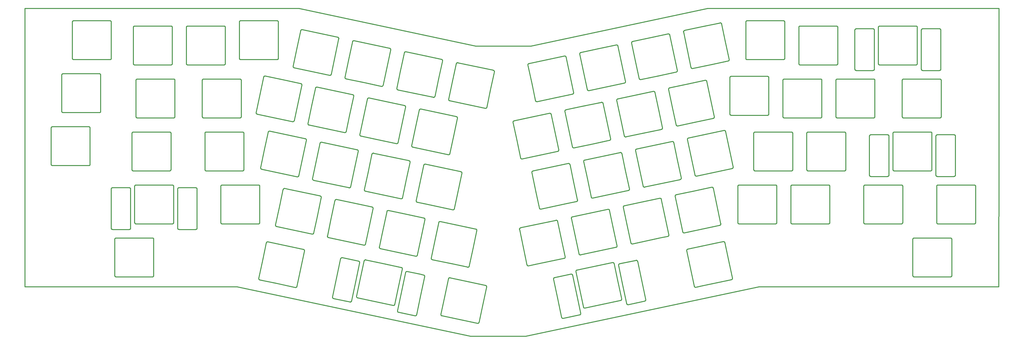
<source format=gbr>
%TF.GenerationSoftware,KiCad,Pcbnew,9.0.5*%
%TF.CreationDate,2025-12-02T00:12:30+01:00*%
%TF.ProjectId,Alice plate,416c6963-6520-4706-9c61-74652e6b6963,rev?*%
%TF.SameCoordinates,Original*%
%TF.FileFunction,Profile,NP*%
%FSLAX46Y46*%
G04 Gerber Fmt 4.6, Leading zero omitted, Abs format (unit mm)*
G04 Created by KiCad (PCBNEW 9.0.5) date 2025-12-02 00:12:30*
%MOMM*%
%LPD*%
G01*
G04 APERTURE LIST*
%ADD10C,0.349999*%
%TA.AperFunction,Profile*%
%ADD11C,0.349999*%
%TD*%
G04 APERTURE END LIST*
D10*
X161863128Y-121244697D02*
X161856948Y-121243348D01*
X161850787Y-121241922D01*
X161844645Y-121240418D01*
X161838524Y-121238837D01*
X161832423Y-121237179D01*
X161826344Y-121235444D01*
X161820289Y-121233632D01*
X161814256Y-121231744D01*
X161808249Y-121229780D01*
X161802266Y-121227740D01*
X161796310Y-121225624D01*
X161790382Y-121223434D01*
X161784481Y-121221168D01*
X161778609Y-121218828D01*
X161772767Y-121216414D01*
X161766956Y-121213926D01*
X161761176Y-121211365D01*
X161755429Y-121208730D01*
X161749715Y-121206023D01*
X161744036Y-121203244D01*
X161738392Y-121200393D01*
X161732785Y-121197471D01*
X161727214Y-121194478D01*
X161721682Y-121191414D01*
X161716188Y-121188281D01*
X161710734Y-121185078D01*
X161705321Y-121181807D01*
X161699949Y-121178467D01*
X161694620Y-121175059D01*
X161689335Y-121171585D01*
X161684093Y-121168043D01*
X161681489Y-121166248D01*
X161678897Y-121164436D01*
X161676316Y-121162607D01*
X161673746Y-121160762D01*
X161671189Y-121158902D01*
X161668643Y-121157025D01*
X161666109Y-121155131D01*
X161663587Y-121153222D01*
X161661077Y-121151297D01*
X161658579Y-121149356D01*
X161656094Y-121147400D01*
X161653621Y-121145428D01*
X161651161Y-121143440D01*
X161648713Y-121141436D01*
X161646278Y-121139418D01*
X161643856Y-121137383D01*
X161641447Y-121135334D01*
X161639050Y-121133269D01*
X161636667Y-121131190D01*
X161634297Y-121129095D01*
X161631941Y-121126985D01*
X161629598Y-121124861D01*
X161627268Y-121122721D01*
X161624952Y-121120567D01*
X161622650Y-121118399D01*
X161620361Y-121116216D01*
X161618087Y-121114018D01*
X161615826Y-121111806D01*
X161613579Y-121109581D01*
X161611347Y-121107340D01*
X161609129Y-121105086D01*
X161606924Y-121102818D01*
X161604735Y-121100536D01*
X161602560Y-121098240D01*
X161600400Y-121095930D01*
X161598254Y-121093607D01*
X161596123Y-121091270D01*
X161594006Y-121088919D01*
X161591905Y-121086556D01*
X161589819Y-121084179D01*
X161587748Y-121081789D01*
X161585691Y-121079386D01*
X161583651Y-121076970D01*
X161581625Y-121074540D01*
X161579615Y-121072099D01*
X161577619Y-121069644D01*
X161575641Y-121067177D01*
X161573676Y-121064697D01*
X161571729Y-121062205D01*
X161569796Y-121059700D01*
X161567880Y-121057184D01*
X161565979Y-121054654D01*
X161564095Y-121052113D01*
X161562226Y-121049559D01*
X161560374Y-121046995D01*
X161558537Y-121044417D01*
X161556717Y-121041829D01*
X161554913Y-121039228D01*
X161553125Y-121036617D01*
X161551354Y-121033993D01*
X161549600Y-121031358D01*
X161547861Y-121028711D01*
X161547462Y-121028099D01*
D11*
X193212517Y-127908302D02*
X193212745Y-127908264D01*
X196508522Y-114807205D02*
X196508629Y-114807228D01*
X183407524Y-111511299D02*
X183407600Y-111511345D01*
X180111519Y-124612404D02*
X180111717Y-124612381D01*
X104538528Y-111862495D02*
X104538528Y-111862510D01*
X105038528Y-98362503D02*
X105038528Y-98362507D01*
X118538528Y-98862503D02*
X118538528Y-98862510D01*
X118038528Y-112362495D02*
X118038521Y-112362503D01*
X65644232Y-99362503D02*
X65644285Y-99362495D01*
X65144235Y-113862510D02*
X65144285Y-113862495D01*
X71644230Y-114362503D02*
X71644283Y-114362495D01*
X72144333Y-99862510D02*
X72144283Y-99862495D01*
X337559486Y-94812507D02*
X337559242Y-94812504D01*
X344059517Y-95312507D02*
X344059242Y-95312504D01*
X344559517Y-80812504D02*
X344559242Y-80812504D01*
X338059486Y-80312504D02*
X338059242Y-80312504D01*
X96020286Y-99862495D02*
X96020241Y-99862510D01*
X95520286Y-114362495D02*
X95520233Y-114362503D01*
X89020286Y-113862495D02*
X89020241Y-113862510D01*
X89520286Y-99362495D02*
X89520233Y-99362503D01*
X361935249Y-80312504D02*
X361935493Y-80312504D01*
X368435249Y-80812504D02*
X368435493Y-80812504D01*
X367935249Y-95312504D02*
X367935493Y-95312507D01*
X361435249Y-94812504D02*
X361435493Y-94812507D01*
X135251365Y-82311008D02*
X135251335Y-82311008D01*
X131955482Y-95412044D02*
X131955528Y-95412014D01*
X118854446Y-92116165D02*
X118854431Y-92116207D01*
X122150329Y-79015125D02*
X122150329Y-79015110D01*
X80438534Y-117912498D02*
X80438534Y-117912506D01*
X79938534Y-131412498D02*
X79938526Y-131412506D01*
X66438534Y-130912498D02*
X66438534Y-130912506D01*
X66938534Y-117412498D02*
X66938526Y-117412506D01*
X133621925Y-62489111D02*
X133621971Y-62489080D01*
X120520920Y-59193205D02*
X120520935Y-59193205D01*
X117225036Y-72294208D02*
X117225052Y-72294239D01*
X130326118Y-75590114D02*
X130326088Y-75590114D01*
X189699531Y-54422010D02*
X189699638Y-54422002D01*
X186403526Y-67523006D02*
X186403755Y-67523037D01*
X199504524Y-70818905D02*
X199504783Y-70818920D01*
X202800499Y-57717901D02*
X202800667Y-57717886D01*
X170889381Y-70410518D02*
X170889519Y-70410518D01*
X167593513Y-83511554D02*
X167593529Y-83511509D01*
X154492477Y-80215671D02*
X154492523Y-80215709D01*
X157788353Y-67114635D02*
X157788528Y-67114605D01*
X153885078Y-86271724D02*
X153885536Y-86271709D01*
X150589195Y-99372764D02*
X150589531Y-99372802D01*
X137488159Y-96076881D02*
X137488128Y-96076908D01*
X140784042Y-82975841D02*
X140784027Y-82975811D01*
X133798530Y-42539809D02*
X133798507Y-42539848D01*
X130502624Y-55640913D02*
X130502624Y-55640882D01*
X143603538Y-58936811D02*
X143603660Y-58936765D01*
X146899528Y-45835807D02*
X146899544Y-45835730D01*
X249517113Y-61726118D02*
X249517525Y-61726118D01*
X236208153Y-64043852D02*
X236208519Y-64043821D01*
X233890419Y-50734900D02*
X233890526Y-50734908D01*
X247199379Y-48417166D02*
X247199516Y-48416815D01*
X127506431Y-99629204D02*
X127506470Y-99629188D01*
X124210624Y-112730201D02*
X124210586Y-112730232D01*
X137311630Y-116026100D02*
X137311622Y-116026115D01*
X140607528Y-102925110D02*
X140607506Y-102925071D01*
X223209526Y-72991955D02*
X223209526Y-72991909D01*
X225527260Y-86300903D02*
X225527519Y-86300907D01*
X212218315Y-88618637D02*
X212218498Y-88618606D01*
X209900581Y-75309688D02*
X209900535Y-75309719D01*
X148159530Y-124517006D02*
X148159065Y-124516967D01*
X144655533Y-138596107D02*
X144655273Y-138596153D01*
X150909530Y-140436653D02*
X150909279Y-140436653D01*
X154413528Y-126357506D02*
X154413070Y-126357467D01*
X349830513Y-60262502D02*
X349831001Y-60262502D01*
X349330513Y-73762508D02*
X349331001Y-73762500D01*
X362830513Y-74262508D02*
X362831001Y-74262500D01*
X363330513Y-60762502D02*
X363331001Y-60762502D01*
X309991493Y-79812504D02*
X309991005Y-79812504D01*
X296491524Y-79312504D02*
X296491005Y-79312504D01*
X295991493Y-92812507D02*
X295991005Y-92812504D01*
X309491493Y-93312507D02*
X309491005Y-93312504D01*
X287918510Y-59310003D02*
X287918525Y-59310003D01*
X287418525Y-72810009D02*
X287418525Y-72810001D01*
X301418495Y-59810011D02*
X301418495Y-59810003D01*
X73129825Y-79312504D02*
X73129783Y-79312504D01*
X72629837Y-92812507D02*
X72629783Y-92812504D01*
X86129833Y-93312504D02*
X86129783Y-93312504D01*
X86629837Y-79812511D02*
X86629783Y-79812504D01*
X174263527Y-145400757D02*
X174263527Y-145400749D01*
X177767509Y-131321602D02*
X177767311Y-131321571D01*
X171513542Y-129481102D02*
X171513313Y-129481071D01*
X168009529Y-143560257D02*
X168009514Y-143560249D01*
X87558536Y-74262500D02*
X87558529Y-74262500D01*
X74058536Y-73762500D02*
X74058536Y-73762508D01*
X74558536Y-60262502D02*
X74558529Y-60262502D01*
X88058536Y-60762502D02*
X88058536Y-60762510D01*
X248598503Y-87070808D02*
X248599006Y-87070842D01*
X235290519Y-89388607D02*
X235290062Y-89388576D01*
X237607506Y-102697502D02*
X237607796Y-102697517D01*
X250916511Y-100379799D02*
X250916740Y-100379783D01*
X248123527Y-139924621D02*
X248123802Y-139924621D01*
X245806541Y-126615699D02*
X245806068Y-126615669D01*
X232497520Y-128933403D02*
X232497108Y-128933403D01*
X234814522Y-142242355D02*
X234814842Y-142242355D01*
X200001518Y-135025200D02*
X200001396Y-135025230D01*
X186900520Y-131729301D02*
X186900368Y-131729347D01*
X183604500Y-144830383D02*
X183604484Y-144830383D01*
X196705528Y-148126266D02*
X196705513Y-148126266D01*
X87106037Y-41712814D02*
X87106037Y-41712508D01*
X73606029Y-41212814D02*
X73606037Y-41212508D01*
X250331306Y-140988914D02*
X250331520Y-140988914D01*
X247805671Y-126701812D02*
X247805519Y-126701805D01*
X254267586Y-125839462D02*
X254267509Y-125839500D01*
X256793220Y-140126556D02*
X256793525Y-140126556D01*
X124706024Y-53307501D02*
X124706016Y-53307501D01*
X111206024Y-52807501D02*
X111206024Y-52807508D01*
X111706024Y-39307502D02*
X111706009Y-39307807D01*
X125206024Y-39807502D02*
X125206024Y-39807807D01*
X363196510Y-42712814D02*
X363196510Y-42712508D01*
X356696510Y-42212814D02*
X356696510Y-42212508D01*
X262808525Y-103526107D02*
X262808265Y-103526153D01*
X249499519Y-105843910D02*
X249499321Y-105843887D01*
X251817528Y-119152801D02*
X251817055Y-119152839D01*
X265125526Y-116835106D02*
X265125999Y-116835106D01*
X216656517Y-93349312D02*
X216656349Y-93349292D01*
X218974525Y-106658195D02*
X218974083Y-106658241D01*
X232283516Y-104340507D02*
X232283027Y-104340507D01*
X229965523Y-91031604D02*
X229965294Y-91031559D01*
X111871025Y-60762510D02*
X111871025Y-60762502D01*
X98371025Y-60262502D02*
X98371032Y-60262502D01*
X97871036Y-73762508D02*
X97871036Y-73762500D01*
X111371017Y-74262500D02*
X111371025Y-74262500D01*
X98823532Y-92812507D02*
X98823532Y-92812504D01*
X112323517Y-93312504D02*
X112323524Y-93312504D01*
X112823524Y-79812511D02*
X112823524Y-79812504D01*
X99323524Y-79312504D02*
X99323532Y-79312504D01*
X281441978Y-99565437D02*
X281441505Y-99565407D01*
X283759712Y-112874382D02*
X283759514Y-112874405D01*
X270450767Y-115192115D02*
X270450508Y-115192100D01*
X268133034Y-101883171D02*
X268133522Y-101883201D01*
X274875221Y-94776088D02*
X274875526Y-94776107D01*
X272557487Y-81467136D02*
X272557518Y-81467106D01*
X285866432Y-79149402D02*
X285866524Y-79149418D01*
X288184166Y-92458355D02*
X288184517Y-92458305D01*
X153324531Y-138394203D02*
X153324707Y-138394218D01*
X166425529Y-141690094D02*
X166425743Y-141690094D01*
X169721519Y-128589103D02*
X169721611Y-128589058D01*
X156620529Y-125293205D02*
X156620590Y-125293174D01*
X217574516Y-68004612D02*
X217574440Y-68004566D01*
X230883522Y-65686811D02*
X230883400Y-65686834D01*
X228565513Y-52377912D02*
X228565666Y-52377889D01*
X215256523Y-54695615D02*
X215256706Y-54695623D01*
X178051506Y-90897312D02*
X178051460Y-90897278D01*
X174755531Y-103998298D02*
X174755577Y-103998314D01*
X187856499Y-107294204D02*
X187856605Y-107294197D01*
X191152519Y-94193206D02*
X191152488Y-94193161D01*
X87082287Y-112362495D02*
X87082336Y-112362503D01*
X73582287Y-111862495D02*
X73582336Y-111862510D01*
X74082287Y-98362503D02*
X74082336Y-98362507D01*
X87582287Y-98862503D02*
X87582336Y-98862510D01*
X346497505Y-79312504D02*
X346497261Y-79312504D01*
X345997505Y-92812507D02*
X345997261Y-92812504D01*
X359497505Y-93312507D02*
X359497261Y-93312504D01*
X359997505Y-79812504D02*
X359997261Y-79812504D01*
X366640510Y-131412506D02*
X366640999Y-131412498D01*
X367140510Y-117912506D02*
X367140999Y-117912498D01*
X353640510Y-117412506D02*
X353640999Y-117412498D01*
X353140510Y-130912506D02*
X353140999Y-130912498D01*
X252524513Y-46773818D02*
X252524132Y-46774184D01*
X254841514Y-60083120D02*
X254841865Y-60083135D01*
X268150520Y-57765409D02*
X268150825Y-57765402D01*
X265833534Y-44456816D02*
X265833092Y-44456450D01*
X161478012Y-120651664D02*
X161477531Y-120651703D01*
X164773887Y-107550628D02*
X164773521Y-107550605D01*
X177874916Y-110846512D02*
X177874519Y-110846504D01*
X174579033Y-123947548D02*
X174579521Y-123947502D01*
X184166511Y-53757200D02*
X184166954Y-53757162D01*
X171065513Y-50461310D02*
X171065925Y-50461287D01*
X167770515Y-63562307D02*
X167770042Y-63562322D01*
X180871513Y-66858213D02*
X180871071Y-66858206D01*
X152255684Y-66449804D02*
X152255539Y-66449819D01*
X148959801Y-79550838D02*
X148959533Y-79550815D01*
X135858764Y-76254955D02*
X135858719Y-76254902D01*
X139154648Y-63153921D02*
X139154625Y-63153913D01*
X176422523Y-71075306D02*
X176422066Y-71075351D01*
X173126518Y-84176418D02*
X173126182Y-84176387D01*
X186227531Y-87472309D02*
X186227211Y-87472271D01*
X189523506Y-74371219D02*
X189523094Y-74371235D01*
X290775520Y-98362507D02*
X290776008Y-98362503D01*
X290275520Y-111862510D02*
X290276008Y-111862495D01*
X303776497Y-112362510D02*
X303776008Y-112362495D01*
X304276497Y-98862507D02*
X304276008Y-98862503D01*
X159417526Y-86936607D02*
X159417755Y-86936561D01*
X156121528Y-100037605D02*
X156121872Y-100037590D01*
X169222511Y-103333503D02*
X169222893Y-103333473D01*
X172518516Y-90232406D02*
X172518776Y-90232444D01*
X284466514Y-40495811D02*
X284466804Y-40495734D01*
X271157524Y-42813819D02*
X271157844Y-42813468D01*
X273475517Y-56122411D02*
X273475578Y-56122411D01*
X286784523Y-53804708D02*
X286784538Y-53804678D01*
X309325508Y-111862510D02*
X309325996Y-111862495D01*
X322825508Y-112362510D02*
X322825996Y-112362495D01*
X323325508Y-98862507D02*
X323325996Y-98862503D01*
X309825508Y-98362507D02*
X309825996Y-98362503D01*
X155945335Y-119986831D02*
X155945526Y-119986808D01*
X142844299Y-116690948D02*
X142844528Y-116690910D01*
X146140175Y-103589912D02*
X146140533Y-103589904D01*
X159241218Y-106885795D02*
X159241531Y-106885803D01*
X336019752Y-98362503D02*
X336019508Y-98362507D01*
X349519752Y-98862503D02*
X349519508Y-98862507D01*
X349019752Y-112362495D02*
X349019508Y-112362510D01*
X335519752Y-111862495D02*
X335519508Y-111862510D01*
X233183342Y-123113556D02*
X233183510Y-123113609D01*
X230865608Y-109804603D02*
X230865501Y-109804603D01*
X244174553Y-107486870D02*
X244174507Y-107486900D01*
X246492286Y-120795822D02*
X246492500Y-120795807D01*
X362213508Y-98362507D02*
X362213508Y-98362503D01*
X361713508Y-111862510D02*
X361713508Y-111862495D01*
X375213508Y-112362503D02*
X375213508Y-112362495D01*
X375713508Y-98862510D02*
X375713508Y-98862503D01*
X325518501Y-73762500D02*
X325518501Y-73762508D01*
X339518501Y-60762502D02*
X339518501Y-60762510D01*
X227858528Y-124756508D02*
X227858574Y-124756538D01*
X225540504Y-111447609D02*
X225540840Y-111447593D01*
X212231514Y-113765304D02*
X212231895Y-113765327D01*
X214549522Y-127074302D02*
X214549629Y-127074272D01*
X339320503Y-42712814D02*
X339320503Y-42712508D01*
X332820503Y-42212814D02*
X332820503Y-42212508D01*
X228534538Y-71349010D02*
X228534294Y-71348972D01*
X230852516Y-84657909D02*
X230852028Y-84657917D01*
X244160515Y-82340206D02*
X244160972Y-82340183D01*
X241843513Y-69031208D02*
X241843239Y-69031238D01*
X312683510Y-41212814D02*
X312683510Y-41212508D01*
X326183510Y-41712814D02*
X326183510Y-41712508D01*
X306468513Y-73762508D02*
X306468513Y-73762500D01*
X320468513Y-60762510D02*
X320468513Y-60762502D01*
X226977058Y-145953010D02*
X226977501Y-145953010D01*
X224451408Y-131665916D02*
X224451515Y-131665901D01*
X230913322Y-130803566D02*
X230913505Y-130803604D01*
X233438972Y-145090660D02*
X233438514Y-145090652D01*
X47888530Y-58357504D02*
X47888537Y-58357504D01*
X47388537Y-71857509D02*
X47388537Y-71857502D01*
X60888529Y-72357502D02*
X60888536Y-72357502D01*
X61388536Y-58857511D02*
X61388536Y-58857504D01*
X285600517Y-119130806D02*
X285600731Y-119130836D01*
X272291527Y-121448600D02*
X272291786Y-121448570D01*
X274609520Y-134757507D02*
X274609520Y-134757515D01*
X287918510Y-132439804D02*
X287918464Y-132439781D01*
X92656029Y-41212814D02*
X92656036Y-41212508D01*
X106156029Y-41712814D02*
X106156029Y-41712508D01*
X134585380Y-122094398D02*
X134585426Y-122094406D01*
X131289497Y-135195434D02*
X131289528Y-135195404D01*
X118188461Y-131899559D02*
X118188431Y-131899605D01*
X121484344Y-118798515D02*
X121484329Y-118798500D01*
X267232521Y-83110119D02*
X267232719Y-83110126D01*
X253923515Y-85427807D02*
X253923775Y-85427860D01*
X256241524Y-98736808D02*
X256241508Y-98736805D01*
X269550499Y-96419113D02*
X269550453Y-96419071D01*
X307133491Y-39807807D02*
X307133491Y-39807502D01*
X293633491Y-39307807D02*
X293633522Y-39307502D01*
X293133522Y-52807508D02*
X293133522Y-52807501D01*
X260476539Y-65070509D02*
X260476951Y-65070524D01*
X247167518Y-67388210D02*
X247167991Y-67388256D01*
X249485527Y-80697200D02*
X249485725Y-80697200D01*
X262794517Y-78379505D02*
X262794685Y-78379467D01*
X341258491Y-41212814D02*
X341258491Y-41212508D01*
X354758491Y-41712814D02*
X354758491Y-41712508D01*
X43578538Y-90907509D02*
X43578538Y-90907501D01*
X57078527Y-91407509D02*
X57078535Y-91407501D01*
X265801704Y-63427534D02*
X265801536Y-63427511D01*
X279110664Y-61109800D02*
X279110527Y-61109808D01*
X281428398Y-74418750D02*
X281428520Y-74418705D01*
X268119438Y-76736484D02*
X268119514Y-76736507D01*
X315041481Y-92812507D02*
X315040993Y-92812504D01*
X328541511Y-93312507D02*
X328540993Y-93312504D01*
X329041481Y-79812504D02*
X329040993Y-79812504D01*
X315541511Y-79312504D02*
X315540993Y-79312504D01*
X165533256Y-49796447D02*
X165533531Y-49796408D01*
X162237373Y-62897482D02*
X162237526Y-62897512D01*
X149136337Y-59601606D02*
X149136535Y-59601614D01*
X152432220Y-46500563D02*
X152432525Y-46500807D01*
X51698522Y-39307807D02*
X51698538Y-39307502D01*
X51198538Y-52807508D02*
X51198538Y-52807501D01*
X64698530Y-53307501D02*
X64698538Y-53307501D01*
X65198538Y-39807807D02*
X65198538Y-39807502D01*
D10*
X170472893Y-50846404D02*
X170474261Y-50840168D01*
X170475705Y-50833958D01*
X170477224Y-50827775D01*
X170478819Y-50821618D01*
X170480490Y-50815489D01*
X170482236Y-50809388D01*
X170484056Y-50803315D01*
X170485952Y-50797271D01*
X170487921Y-50791256D01*
X170489965Y-50785271D01*
X170492083Y-50779317D01*
X170494275Y-50773393D01*
X170496540Y-50767502D01*
X170498879Y-50761642D01*
X170501290Y-50755815D01*
X170503774Y-50750021D01*
X170506330Y-50744261D01*
X170508959Y-50738536D01*
X170511659Y-50732846D01*
X170514430Y-50727192D01*
X170517273Y-50721574D01*
X170520186Y-50715993D01*
X170523170Y-50710450D01*
X170526224Y-50704946D01*
X170529347Y-50699480D01*
X170532540Y-50694054D01*
X170535802Y-50688669D01*
X170539132Y-50683325D01*
X170542530Y-50678024D01*
X170545995Y-50672764D01*
X170549528Y-50667548D01*
X170553127Y-50662377D01*
X170556792Y-50657250D01*
X170560523Y-50652169D01*
X170564319Y-50647134D01*
X170568180Y-50642146D01*
X170572104Y-50637207D01*
X170576092Y-50632316D01*
X170580143Y-50627474D01*
X170584256Y-50622683D01*
X170588430Y-50617942D01*
X170592666Y-50613254D01*
X170596961Y-50608618D01*
X170601317Y-50604035D01*
X170605731Y-50599506D01*
X170610203Y-50595032D01*
X170614733Y-50590614D01*
X170619319Y-50586252D01*
X170623962Y-50581947D01*
X170628659Y-50577700D01*
X170633411Y-50573512D01*
X170638217Y-50569383D01*
X170643075Y-50565315D01*
X170647985Y-50561307D01*
X170652947Y-50557360D01*
X170657958Y-50553476D01*
X170663019Y-50549655D01*
X170668128Y-50545897D01*
X170673285Y-50542204D01*
X170678488Y-50538576D01*
X170683737Y-50535013D01*
X170689031Y-50531517D01*
X170691695Y-50529794D01*
X170694369Y-50528088D01*
X170697054Y-50526399D01*
X170699749Y-50524726D01*
X170702455Y-50523071D01*
X170705172Y-50521433D01*
X170707898Y-50519812D01*
X170710635Y-50518208D01*
X170713382Y-50516621D01*
X170716138Y-50515052D01*
X170718904Y-50513501D01*
X170721680Y-50511967D01*
X170724466Y-50510450D01*
X170727261Y-50508952D01*
X170730064Y-50507471D01*
X170732878Y-50506007D01*
X170735700Y-50504562D01*
X170738531Y-50503135D01*
X170741370Y-50501725D01*
X170744219Y-50500334D01*
X170747075Y-50498961D01*
X170749941Y-50497606D01*
X170752814Y-50496269D01*
X170755696Y-50494951D01*
X170758585Y-50493651D01*
X170761483Y-50492369D01*
X170764388Y-50491106D01*
X170767301Y-50489861D01*
X170770221Y-50488635D01*
X170773149Y-50487427D01*
X170776083Y-50486238D01*
X170779025Y-50485068D01*
X170781974Y-50483917D01*
X170784930Y-50482784D01*
X170787892Y-50481670D01*
X170790862Y-50480575D01*
X170793837Y-50479499D01*
X170796819Y-50478442D01*
X170799807Y-50477404D01*
X170802802Y-50476385D01*
X170805802Y-50475386D01*
X170808809Y-50474405D01*
X170811820Y-50473444D01*
X170814838Y-50472501D01*
X170817860Y-50471579D01*
X170820890Y-50470675D01*
X170823923Y-50469791D01*
X170826962Y-50468925D01*
X170830005Y-50468080D01*
X170833055Y-50467254D01*
X170836108Y-50466447D01*
X170839167Y-50465660D01*
X170842229Y-50464892D01*
X170845297Y-50464144D01*
X170848367Y-50463415D01*
X170851444Y-50462706D01*
X170854523Y-50462016D01*
X170857607Y-50461346D01*
X170860694Y-50460696D01*
X170863786Y-50460066D01*
X170866880Y-50459455D01*
X170869980Y-50458864D01*
X170873081Y-50458292D01*
X170876187Y-50457741D01*
X170879294Y-50457209D01*
X170882407Y-50456697D01*
X170885520Y-50456205D01*
X170888638Y-50455732D01*
X170891757Y-50455280D01*
X170894881Y-50454847D01*
X170898005Y-50454434D01*
X170901134Y-50454041D01*
X170904263Y-50453668D01*
X170907396Y-50453314D01*
X170910529Y-50452981D01*
X170913667Y-50452668D01*
X170916804Y-50452375D01*
X170919945Y-50452101D01*
X170923086Y-50451847D01*
X170926231Y-50451614D01*
X170929375Y-50451400D01*
X170932522Y-50451207D01*
X170935669Y-50451033D01*
X170938819Y-50450879D01*
X170941968Y-50450746D01*
X170945120Y-50450632D01*
X170948271Y-50450538D01*
X170951426Y-50450465D01*
X170954578Y-50450411D01*
X170957734Y-50450378D01*
X170960888Y-50450364D01*
X170964045Y-50450371D01*
X170967200Y-50450397D01*
X170970358Y-50450444D01*
X170973513Y-50450510D01*
X170976671Y-50450597D01*
X170979827Y-50450704D01*
X170982985Y-50450830D01*
X170986141Y-50450977D01*
X170989299Y-50451144D01*
X170992454Y-50451331D01*
X170995612Y-50451538D01*
X170998766Y-50451765D01*
X171001923Y-50452012D01*
X171005077Y-50452279D01*
X171008232Y-50452566D01*
X171011385Y-50452873D01*
X171014539Y-50453200D01*
X171017689Y-50453547D01*
X171020841Y-50453915D01*
X171023990Y-50454302D01*
X171027141Y-50454710D01*
X171030287Y-50455137D01*
X171033435Y-50455585D01*
X171036579Y-50456052D01*
X171039724Y-50456540D01*
X171042866Y-50457048D01*
X171046008Y-50457576D01*
X171049147Y-50458123D01*
X171052286Y-50458692D01*
X171055421Y-50459279D01*
X171058557Y-50459888D01*
X171061689Y-50460516D01*
X171064821Y-50461164D01*
X171065513Y-50461310D01*
X167770042Y-63562322D02*
X169068242Y-57454769D01*
X170472893Y-50846404D01*
X168155159Y-64155348D02*
X168148924Y-64153976D01*
X168142715Y-64152527D01*
X168136532Y-64151003D01*
X168130377Y-64149404D01*
X168124249Y-64147729D01*
X168118148Y-64145979D01*
X168112077Y-64144154D01*
X168106034Y-64142254D01*
X168100020Y-64140280D01*
X168094037Y-64138231D01*
X168088084Y-64136109D01*
X168082162Y-64133913D01*
X168076272Y-64131644D01*
X168070414Y-64129301D01*
X168064588Y-64126886D01*
X168058796Y-64124398D01*
X168053038Y-64121837D01*
X168047315Y-64119205D01*
X168041627Y-64116500D01*
X168035974Y-64113725D01*
X168030358Y-64110878D01*
X168024780Y-64107961D01*
X168019239Y-64104973D01*
X168013737Y-64101916D01*
X168008273Y-64098788D01*
X168002850Y-64095592D01*
X167997467Y-64092326D01*
X167992126Y-64088993D01*
X167986826Y-64085591D01*
X167981570Y-64082122D01*
X167976356Y-64078585D01*
X167971187Y-64074982D01*
X167966063Y-64071314D01*
X167960985Y-64067579D01*
X167955953Y-64063779D01*
X167950968Y-64059915D01*
X167946031Y-64055987D01*
X167941143Y-64051996D01*
X167936304Y-64047942D01*
X167931516Y-64043826D01*
X167926779Y-64039648D01*
X167922093Y-64035409D01*
X167917460Y-64031110D01*
X167912881Y-64026752D01*
X167908355Y-64022335D01*
X167903885Y-64017859D01*
X167899470Y-64013326D01*
X167895111Y-64008737D01*
X167890810Y-64004091D01*
X167886566Y-63999391D01*
X167882381Y-63994636D01*
X167878256Y-63989827D01*
X167874191Y-63984966D01*
X167870186Y-63980053D01*
X167866244Y-63975089D01*
X167862363Y-63970075D01*
X167858546Y-63965011D01*
X167854792Y-63959899D01*
X167851102Y-63954740D01*
X167847478Y-63949534D01*
X167843919Y-63944282D01*
X167840427Y-63938986D01*
X167838705Y-63936322D01*
X167837001Y-63933646D01*
X167835314Y-63930960D01*
X167833643Y-63928263D01*
X167831990Y-63925556D01*
X167830354Y-63922838D01*
X167828735Y-63920111D01*
X167827133Y-63917373D01*
X167825548Y-63914625D01*
X167823981Y-63911867D01*
X167822432Y-63909100D01*
X167820900Y-63906323D01*
X167819385Y-63903537D01*
X167817888Y-63900741D01*
X167816409Y-63897936D01*
X167814948Y-63895121D01*
X167813505Y-63892298D01*
X167812080Y-63889466D01*
X167810672Y-63886626D01*
X167809283Y-63883776D01*
X167807912Y-63880919D01*
X167806559Y-63878052D01*
X167805224Y-63875178D01*
X167803908Y-63872295D01*
X167802610Y-63869405D01*
X167801330Y-63866506D01*
X167800069Y-63863601D01*
X167798826Y-63860686D01*
X167797602Y-63857766D01*
X167796396Y-63854837D01*
X167795210Y-63851901D01*
X167794041Y-63848958D01*
X167792892Y-63846009D01*
X167791762Y-63843052D01*
X167790650Y-63840089D01*
X167789557Y-63837118D01*
X167788484Y-63834142D01*
X167787428Y-63831159D01*
X167786393Y-63828171D01*
X167785376Y-63825175D01*
X167784378Y-63822174D01*
X167783400Y-63819167D01*
X167782441Y-63816155D01*
X167781500Y-63813136D01*
X167780580Y-63810113D01*
X167779678Y-63807083D01*
X167778796Y-63804049D01*
X167777933Y-63801009D01*
X167777090Y-63797965D01*
X167776265Y-63794915D01*
X167775461Y-63791862D01*
X167774676Y-63788802D01*
X167773910Y-63785739D01*
X167773164Y-63782671D01*
X167772438Y-63779599D01*
X167771731Y-63776522D01*
X167771043Y-63773443D01*
X167770376Y-63770357D01*
X167769728Y-63767270D01*
X167769099Y-63764177D01*
X167768491Y-63761083D01*
X167767902Y-63757983D01*
X167767333Y-63754882D01*
X167766783Y-63751775D01*
X167766253Y-63748667D01*
X167765743Y-63745554D01*
X167765254Y-63742440D01*
X167764783Y-63739321D01*
X167764333Y-63736202D01*
X167763902Y-63733078D01*
X167763492Y-63729953D01*
X167763101Y-63726824D01*
X167762730Y-63723695D01*
X167762379Y-63720561D01*
X167762048Y-63717428D01*
X167761737Y-63714290D01*
X167761445Y-63711153D01*
X167761174Y-63708011D01*
X167760923Y-63704870D01*
X167760691Y-63701725D01*
X167760480Y-63698581D01*
X167760289Y-63695433D01*
X167760117Y-63692286D01*
X167759966Y-63689136D01*
X167759834Y-63685987D01*
X167759723Y-63682834D01*
X167759632Y-63679683D01*
X167759560Y-63676528D01*
X167759509Y-63673376D01*
X167759477Y-63670220D01*
X167759466Y-63667066D01*
X167759475Y-63663909D01*
X167759504Y-63660754D01*
X167759552Y-63657596D01*
X167759621Y-63654440D01*
X167759710Y-63651282D01*
X167759819Y-63648126D01*
X167759948Y-63644968D01*
X167760097Y-63641812D01*
X167760266Y-63638654D01*
X167760455Y-63635499D01*
X167760664Y-63632342D01*
X167760893Y-63629187D01*
X167761143Y-63626030D01*
X167761412Y-63622877D01*
X167761701Y-63619721D01*
X167762011Y-63616569D01*
X167762340Y-63613415D01*
X167762689Y-63610265D01*
X167763059Y-63607113D01*
X167763449Y-63603964D01*
X167763858Y-63600814D01*
X167764288Y-63597668D01*
X167764738Y-63594520D01*
X167765208Y-63591376D01*
X167765698Y-63588231D01*
X167766208Y-63585090D01*
X167766738Y-63581948D01*
X167767288Y-63578810D01*
X167767858Y-63575671D01*
X167768448Y-63572536D01*
X167769058Y-63569400D01*
X167769689Y-63566269D01*
X167770339Y-63563137D01*
X167770515Y-63562307D01*
X180871071Y-66858206D02*
X174296982Y-65460836D01*
X168155159Y-64155348D01*
X181464103Y-66473081D02*
X181462736Y-66479317D01*
X181461292Y-66485527D01*
X181459773Y-66491710D01*
X181458178Y-66497867D01*
X181456508Y-66503996D01*
X181454762Y-66510098D01*
X181452942Y-66516171D01*
X181451047Y-66522215D01*
X181449078Y-66528230D01*
X181447034Y-66534215D01*
X181444916Y-66540169D01*
X181442725Y-66546093D01*
X181440460Y-66551985D01*
X181438122Y-66557845D01*
X181435711Y-66563672D01*
X181433227Y-66569466D01*
X181430671Y-66575226D01*
X181428043Y-66580951D01*
X181425343Y-66586641D01*
X181422572Y-66592296D01*
X181419730Y-66597914D01*
X181416817Y-66603495D01*
X181413833Y-66609038D01*
X181410780Y-66614543D01*
X181407657Y-66620008D01*
X181404464Y-66625434D01*
X181401203Y-66630819D01*
X181397873Y-66636164D01*
X181394476Y-66641466D01*
X181391011Y-66646725D01*
X181387478Y-66651941D01*
X181383879Y-66657113D01*
X181380214Y-66662240D01*
X181376484Y-66667322D01*
X181372688Y-66672357D01*
X181368828Y-66677344D01*
X181364903Y-66682284D01*
X181360916Y-66687176D01*
X181356865Y-66692018D01*
X181352753Y-66696809D01*
X181348578Y-66701550D01*
X181344343Y-66706239D01*
X181340048Y-66710875D01*
X181335693Y-66715458D01*
X181331279Y-66719987D01*
X181326807Y-66724461D01*
X181322277Y-66728880D01*
X181317691Y-66733242D01*
X181313049Y-66737547D01*
X181308352Y-66741794D01*
X181303600Y-66745983D01*
X181298795Y-66750112D01*
X181293936Y-66754181D01*
X181289026Y-66758189D01*
X181284065Y-66762136D01*
X181279054Y-66766020D01*
X181273993Y-66769842D01*
X181268884Y-66773600D01*
X181263728Y-66777293D01*
X181258525Y-66780922D01*
X181253276Y-66784485D01*
X181247982Y-66787981D01*
X181245319Y-66789704D01*
X181242645Y-66791411D01*
X181239960Y-66793100D01*
X181237264Y-66794773D01*
X181234558Y-66796428D01*
X181231842Y-66798067D01*
X181229116Y-66799688D01*
X181226379Y-66801292D01*
X181223633Y-66802878D01*
X181220876Y-66804448D01*
X181218110Y-66805999D01*
X181215334Y-66807534D01*
X181212549Y-66809050D01*
X181209754Y-66810549D01*
X181206950Y-66812030D01*
X181204137Y-66813494D01*
X181201315Y-66814939D01*
X181198484Y-66816367D01*
X181195645Y-66817776D01*
X181192796Y-66819168D01*
X181189940Y-66820541D01*
X181187074Y-66821896D01*
X181184201Y-66823233D01*
X181181319Y-66824552D01*
X181178430Y-66825852D01*
X181175533Y-66827134D01*
X181172628Y-66828397D01*
X181169715Y-66829642D01*
X181166795Y-66830869D01*
X181163867Y-66832076D01*
X181160933Y-66833265D01*
X181157990Y-66834436D01*
X181155042Y-66835587D01*
X181152086Y-66836720D01*
X181149124Y-66837834D01*
X181146154Y-66838929D01*
X181143179Y-66840005D01*
X181140197Y-66841063D01*
X181137209Y-66842101D01*
X181134214Y-66843120D01*
X181131215Y-66844120D01*
X181128208Y-66845101D01*
X181125197Y-66846062D01*
X181122178Y-66847005D01*
X181119156Y-66847927D01*
X181116127Y-66848832D01*
X181113094Y-66849716D01*
X181110054Y-66850581D01*
X181107011Y-66851427D01*
X181103962Y-66852253D01*
X181100909Y-66853060D01*
X181097850Y-66853848D01*
X181094788Y-66854616D01*
X181091720Y-66855364D01*
X181088650Y-66856093D01*
X181085573Y-66856802D01*
X181082494Y-66857492D01*
X181079410Y-66858162D01*
X181076323Y-66858812D01*
X181073231Y-66859443D01*
X181070137Y-66860054D01*
X181067037Y-66860646D01*
X181063936Y-66861217D01*
X181060830Y-66861769D01*
X181057723Y-66862301D01*
X181054611Y-66862813D01*
X181051497Y-66863306D01*
X181048379Y-66863778D01*
X181045260Y-66864231D01*
X181042136Y-66864664D01*
X181039012Y-66865077D01*
X181035883Y-66865470D01*
X181032755Y-66865844D01*
X181029621Y-66866197D01*
X181026488Y-66866530D01*
X181023351Y-66866844D01*
X181020213Y-66867138D01*
X181017072Y-66867411D01*
X181013931Y-66867665D01*
X181010787Y-66867899D01*
X181007643Y-66868113D01*
X181004495Y-66868306D01*
X181001349Y-66868480D01*
X180998199Y-66868634D01*
X180995050Y-66868768D01*
X180991897Y-66868882D01*
X180988746Y-66868976D01*
X180985592Y-66869049D01*
X180982439Y-66869103D01*
X180979283Y-66869137D01*
X180976130Y-66869151D01*
X180972973Y-66869144D01*
X180969818Y-66869118D01*
X180966660Y-66869072D01*
X180963504Y-66869005D01*
X180960346Y-66868919D01*
X180957191Y-66868812D01*
X180954032Y-66868686D01*
X180950877Y-66868539D01*
X180947719Y-66868373D01*
X180944563Y-66868186D01*
X180941406Y-66867979D01*
X180938251Y-66867752D01*
X180935094Y-66867506D01*
X180931941Y-66867239D01*
X180928785Y-66866952D01*
X180925633Y-66866645D01*
X180922479Y-66866318D01*
X180919328Y-66865971D01*
X180916176Y-66865603D01*
X180913027Y-66865216D01*
X180909877Y-66864809D01*
X180906730Y-66864382D01*
X180903582Y-66863934D01*
X180900438Y-66863467D01*
X180897293Y-66862979D01*
X180894151Y-66862472D01*
X180891009Y-66861944D01*
X180887870Y-66861397D01*
X180884731Y-66860829D01*
X180881596Y-66860241D01*
X180878460Y-66859633D01*
X180875328Y-66859005D01*
X180872196Y-66858357D01*
X180871513Y-66858213D01*
X184166954Y-53757162D02*
X182859729Y-59907174D01*
X181464103Y-66473081D01*
X183781837Y-53164137D02*
X183788072Y-53165508D01*
X183794280Y-53166955D01*
X183800463Y-53168478D01*
X183806618Y-53170077D01*
X183812746Y-53171751D01*
X183818846Y-53173500D01*
X183824917Y-53175324D01*
X183830960Y-53177223D01*
X183836973Y-53179196D01*
X183842956Y-53181243D01*
X183848909Y-53183365D01*
X183854831Y-53185560D01*
X183860721Y-53187828D01*
X183866579Y-53190170D01*
X183872404Y-53192584D01*
X183878196Y-53195071D01*
X183883954Y-53197631D01*
X183889677Y-53200262D01*
X183895366Y-53202966D01*
X183901018Y-53205740D01*
X183906634Y-53208586D01*
X183912213Y-53211503D01*
X183917753Y-53214489D01*
X183923256Y-53217546D01*
X183928719Y-53220673D01*
X183934143Y-53223868D01*
X183939526Y-53227133D01*
X183944867Y-53230466D01*
X183950167Y-53233867D01*
X183955424Y-53237335D01*
X183960637Y-53240871D01*
X183965807Y-53244473D01*
X183970931Y-53248141D01*
X183976010Y-53251875D01*
X183981042Y-53255673D01*
X183986027Y-53259537D01*
X183990964Y-53263464D01*
X183995853Y-53267455D01*
X184000692Y-53271508D01*
X184005480Y-53275624D01*
X184010218Y-53279801D01*
X184014904Y-53284039D01*
X184019537Y-53288337D01*
X184024117Y-53292695D01*
X184028643Y-53297111D01*
X184033114Y-53301586D01*
X184037529Y-53306118D01*
X184041888Y-53310707D01*
X184046190Y-53315352D01*
X184050434Y-53320052D01*
X184054619Y-53324807D01*
X184058745Y-53329614D01*
X184062811Y-53334475D01*
X184066816Y-53339388D01*
X184070759Y-53344351D01*
X184074640Y-53349365D01*
X184078458Y-53354428D01*
X184082213Y-53359539D01*
X184085903Y-53364698D01*
X184089528Y-53369904D01*
X184093087Y-53375155D01*
X184096580Y-53380451D01*
X184098301Y-53383115D01*
X184100006Y-53385790D01*
X184101694Y-53388476D01*
X184103364Y-53391173D01*
X184105018Y-53393880D01*
X184106655Y-53396597D01*
X184108274Y-53399324D01*
X184109876Y-53402062D01*
X184111461Y-53404810D01*
X184113028Y-53407567D01*
X184114578Y-53410334D01*
X184116110Y-53413111D01*
X184117625Y-53415897D01*
X184119122Y-53418693D01*
X184120601Y-53421498D01*
X184122063Y-53424312D01*
X184123506Y-53427135D01*
X184124932Y-53429967D01*
X184126340Y-53432807D01*
X184127729Y-53435657D01*
X184129101Y-53438514D01*
X184130454Y-53441380D01*
X184131789Y-53444254D01*
X184133106Y-53447137D01*
X184134404Y-53450027D01*
X184135684Y-53452925D01*
X184136946Y-53455831D01*
X184138189Y-53458745D01*
X184139413Y-53461665D01*
X184140619Y-53464594D01*
X184141806Y-53467529D01*
X184142974Y-53470472D01*
X184144124Y-53473421D01*
X184145255Y-53476378D01*
X184146367Y-53479341D01*
X184147460Y-53482311D01*
X184148534Y-53485287D01*
X184149589Y-53488270D01*
X184150625Y-53491258D01*
X184151643Y-53494254D01*
X184152640Y-53497254D01*
X184153619Y-53500262D01*
X184154579Y-53503274D01*
X184155519Y-53506292D01*
X184156440Y-53509315D01*
X184157342Y-53512345D01*
X184158225Y-53515379D01*
X184159088Y-53518419D01*
X184159931Y-53521462D01*
X184160756Y-53524512D01*
X184161561Y-53527566D01*
X184162346Y-53530625D01*
X184163112Y-53533688D01*
X184163859Y-53536756D01*
X184164585Y-53539827D01*
X184165293Y-53542904D01*
X184165980Y-53545984D01*
X184166648Y-53549069D01*
X184167297Y-53552156D01*
X184167925Y-53555248D01*
X184168534Y-53558343D01*
X184169124Y-53561443D01*
X184169693Y-53564544D01*
X184170243Y-53567650D01*
X184170773Y-53570758D01*
X184171283Y-53573871D01*
X184171773Y-53576985D01*
X184172244Y-53580103D01*
X184172695Y-53583222D01*
X184173126Y-53586346D01*
X184173536Y-53589471D01*
X184173928Y-53592600D01*
X184174299Y-53595729D01*
X184174650Y-53598862D01*
X184174982Y-53601996D01*
X184175293Y-53605134D01*
X184175585Y-53608271D01*
X184175856Y-53611412D01*
X184176108Y-53614553D01*
X184176340Y-53617698D01*
X184176551Y-53620842D01*
X184176743Y-53623990D01*
X184176915Y-53627136D01*
X184177066Y-53630287D01*
X184177198Y-53633436D01*
X184177310Y-53636588D01*
X184177402Y-53639739D01*
X184177473Y-53642894D01*
X184177525Y-53646046D01*
X184177557Y-53649202D01*
X184177568Y-53652356D01*
X184177560Y-53655513D01*
X184177531Y-53658668D01*
X184177483Y-53661825D01*
X184177415Y-53664981D01*
X184177326Y-53668139D01*
X184177217Y-53671295D01*
X184177089Y-53674453D01*
X184176940Y-53677608D01*
X184176771Y-53680766D01*
X184176583Y-53683922D01*
X184176374Y-53687079D01*
X184176145Y-53690233D01*
X184175896Y-53693390D01*
X184175627Y-53696543D01*
X184175338Y-53699698D01*
X184175029Y-53702851D01*
X184174700Y-53706004D01*
X184174351Y-53709155D01*
X184173981Y-53712307D01*
X184173592Y-53715455D01*
X184173183Y-53718605D01*
X184172753Y-53721752D01*
X184172304Y-53724899D01*
X184171834Y-53728043D01*
X184171345Y-53731188D01*
X184170835Y-53734329D01*
X184170305Y-53737471D01*
X184169756Y-53740609D01*
X184169186Y-53743748D01*
X184168596Y-53746883D01*
X184167986Y-53750018D01*
X184167356Y-53753149D01*
X184166706Y-53756281D01*
X184166511Y-53757200D01*
X171065925Y-50461287D02*
X178296393Y-51998170D01*
X183781837Y-53164137D01*
X138561615Y-63539037D02*
X138562981Y-63532801D01*
X138564424Y-63526590D01*
X138565942Y-63520406D01*
X138567536Y-63514249D01*
X138569205Y-63508120D01*
X138570949Y-63502018D01*
X138572768Y-63495945D01*
X138574662Y-63489900D01*
X138576631Y-63483885D01*
X138578673Y-63477900D01*
X138580790Y-63471945D01*
X138582980Y-63466021D01*
X138585244Y-63460129D01*
X138587581Y-63454268D01*
X138589991Y-63448441D01*
X138592474Y-63442647D01*
X138595029Y-63436886D01*
X138597656Y-63431161D01*
X138600355Y-63425470D01*
X138603125Y-63419815D01*
X138605966Y-63414197D01*
X138608878Y-63408615D01*
X138611861Y-63403072D01*
X138614913Y-63397566D01*
X138618035Y-63392100D01*
X138621227Y-63386674D01*
X138624487Y-63381288D01*
X138627816Y-63375944D01*
X138631212Y-63370641D01*
X138634677Y-63365381D01*
X138638208Y-63360165D01*
X138641806Y-63354992D01*
X138645470Y-63349865D01*
X138649200Y-63344783D01*
X138652994Y-63339747D01*
X138656854Y-63334759D01*
X138660777Y-63329818D01*
X138664764Y-63324926D01*
X138668813Y-63320084D01*
X138672925Y-63315292D01*
X138677098Y-63310550D01*
X138681333Y-63305861D01*
X138685627Y-63301224D01*
X138689981Y-63296640D01*
X138694394Y-63292111D01*
X138698866Y-63287636D01*
X138703394Y-63283217D01*
X138707980Y-63278854D01*
X138712621Y-63274548D01*
X138717318Y-63270300D01*
X138722069Y-63266111D01*
X138726873Y-63261981D01*
X138731731Y-63257911D01*
X138736640Y-63253902D01*
X138741600Y-63249954D01*
X138746611Y-63246069D01*
X138751671Y-63242247D01*
X138756779Y-63238488D01*
X138761935Y-63234794D01*
X138767138Y-63231164D01*
X138772386Y-63227601D01*
X138777679Y-63224103D01*
X138780342Y-63222380D01*
X138783016Y-63220673D01*
X138785700Y-63218983D01*
X138788396Y-63217310D01*
X138791101Y-63215654D01*
X138793817Y-63214015D01*
X138796543Y-63212393D01*
X138799280Y-63210789D01*
X138802026Y-63209202D01*
X138804782Y-63207632D01*
X138807548Y-63206080D01*
X138810324Y-63204545D01*
X138813109Y-63203028D01*
X138815903Y-63201529D01*
X138818707Y-63200048D01*
X138821520Y-63198584D01*
X138824341Y-63197138D01*
X138827172Y-63195710D01*
X138830012Y-63194300D01*
X138832860Y-63192908D01*
X138835716Y-63191534D01*
X138838581Y-63190178D01*
X138841454Y-63188841D01*
X138844336Y-63187522D01*
X138847225Y-63186221D01*
X138850122Y-63184938D01*
X138853027Y-63183675D01*
X138855940Y-63182429D01*
X138858859Y-63181202D01*
X138861787Y-63179994D01*
X138864721Y-63178804D01*
X138867663Y-63177633D01*
X138870611Y-63176481D01*
X138873568Y-63175348D01*
X138876529Y-63174234D01*
X138879499Y-63173138D01*
X138882474Y-63172062D01*
X138885456Y-63171004D01*
X138888443Y-63169965D01*
X138891438Y-63168945D01*
X138894438Y-63167945D01*
X138897444Y-63166964D01*
X138900455Y-63166002D01*
X138903473Y-63165059D01*
X138906496Y-63164135D01*
X138909525Y-63163231D01*
X138912557Y-63162346D01*
X138915597Y-63161480D01*
X138918640Y-63160634D01*
X138921689Y-63159807D01*
X138924742Y-63158999D01*
X138927801Y-63158211D01*
X138930862Y-63157443D01*
X138933930Y-63156694D01*
X138937001Y-63155965D01*
X138940077Y-63155255D01*
X138943156Y-63154565D01*
X138946240Y-63153894D01*
X138949327Y-63153243D01*
X138952419Y-63152612D01*
X138955513Y-63152000D01*
X138958612Y-63151408D01*
X138961713Y-63150836D01*
X138964819Y-63150284D01*
X138967926Y-63149752D01*
X138971039Y-63149239D01*
X138974152Y-63148746D01*
X138977270Y-63148272D01*
X138980389Y-63147819D01*
X138983513Y-63147386D01*
X138986637Y-63146972D01*
X138989765Y-63146578D01*
X138992894Y-63146205D01*
X138996027Y-63145851D01*
X138999160Y-63145517D01*
X139002298Y-63145203D01*
X139005435Y-63144909D01*
X139008576Y-63144634D01*
X139011717Y-63144380D01*
X139014861Y-63144146D01*
X139018005Y-63143931D01*
X139021152Y-63143737D01*
X139024299Y-63143563D01*
X139027449Y-63143408D01*
X139030598Y-63143274D01*
X139033750Y-63143160D01*
X139036901Y-63143065D01*
X139040055Y-63142991D01*
X139043208Y-63142937D01*
X139046364Y-63142902D01*
X139049518Y-63142888D01*
X139052674Y-63142894D01*
X139055829Y-63142920D01*
X139058987Y-63142966D01*
X139062142Y-63143031D01*
X139065300Y-63143117D01*
X139068456Y-63143223D01*
X139071614Y-63143349D01*
X139074770Y-63143495D01*
X139077928Y-63143661D01*
X139081083Y-63143848D01*
X139084241Y-63144054D01*
X139087395Y-63144280D01*
X139090552Y-63144526D01*
X139093705Y-63144793D01*
X139096861Y-63145079D01*
X139100013Y-63145386D01*
X139103167Y-63145712D01*
X139106317Y-63146059D01*
X139109470Y-63146425D01*
X139112618Y-63146812D01*
X139115768Y-63147219D01*
X139118915Y-63147645D01*
X139122063Y-63148092D01*
X139125207Y-63148559D01*
X139128352Y-63149046D01*
X139131493Y-63149553D01*
X139134636Y-63150080D01*
X139137774Y-63150627D01*
X139140913Y-63151195D01*
X139144048Y-63151782D01*
X139147184Y-63152389D01*
X139150316Y-63153017D01*
X139153448Y-63153664D01*
X139154625Y-63153913D01*
X135858764Y-76254955D02*
X137252511Y-69697888D01*
X138561615Y-63539037D01*
X135928451Y-76631214D02*
X135925040Y-76625889D01*
X135921697Y-76620521D01*
X135918423Y-76615113D01*
X135915217Y-76609664D01*
X135912081Y-76604176D01*
X135909015Y-76598649D01*
X135906019Y-76593084D01*
X135903094Y-76587482D01*
X135900240Y-76581843D01*
X135897458Y-76576169D01*
X135894747Y-76570460D01*
X135892109Y-76564717D01*
X135889544Y-76558941D01*
X135887052Y-76553133D01*
X135884634Y-76547293D01*
X135882289Y-76541423D01*
X135880019Y-76535524D01*
X135877823Y-76529596D01*
X135875703Y-76523641D01*
X135873658Y-76517658D01*
X135871688Y-76511650D01*
X135869795Y-76505618D01*
X135867978Y-76499561D01*
X135866238Y-76493482D01*
X135864574Y-76487380D01*
X135862988Y-76481258D01*
X135861479Y-76475116D01*
X135860048Y-76468955D01*
X135858695Y-76462777D01*
X135857420Y-76456581D01*
X135856223Y-76450370D01*
X135855655Y-76447259D01*
X135855106Y-76444144D01*
X135854576Y-76441026D01*
X135854067Y-76437904D01*
X135853577Y-76434779D01*
X135853106Y-76431651D01*
X135852656Y-76428521D01*
X135852226Y-76425387D01*
X135851815Y-76422251D01*
X135851424Y-76419112D01*
X135851053Y-76415971D01*
X135850702Y-76412827D01*
X135850370Y-76409682D01*
X135850059Y-76406534D01*
X135849768Y-76403385D01*
X135849496Y-76400233D01*
X135849245Y-76397080D01*
X135849013Y-76393926D01*
X135848801Y-76390770D01*
X135848609Y-76387612D01*
X135848438Y-76384455D01*
X135848286Y-76381295D01*
X135848154Y-76378135D01*
X135848042Y-76374974D01*
X135847951Y-76371813D01*
X135847879Y-76368650D01*
X135847827Y-76365488D01*
X135847795Y-76362325D01*
X135847784Y-76359163D01*
X135847792Y-76356000D01*
X135847820Y-76352838D01*
X135847869Y-76349675D01*
X135847937Y-76346513D01*
X135848025Y-76343351D01*
X135848133Y-76340191D01*
X135848262Y-76337030D01*
X135848410Y-76333871D01*
X135848578Y-76330712D01*
X135848767Y-76327556D01*
X135848975Y-76324399D01*
X135849203Y-76321245D01*
X135849451Y-76318091D01*
X135849719Y-76314941D01*
X135850008Y-76311790D01*
X135850316Y-76308643D01*
X135850644Y-76305496D01*
X135850991Y-76302352D01*
X135851359Y-76299210D01*
X135851747Y-76296071D01*
X135852154Y-76292933D01*
X135852582Y-76289799D01*
X135853029Y-76286666D01*
X135853496Y-76283537D01*
X135853983Y-76280410D01*
X135854490Y-76277287D01*
X135855016Y-76274166D01*
X135855562Y-76271049D01*
X135856128Y-76267934D01*
X135856714Y-76264824D01*
X135857320Y-76261716D01*
X135857945Y-76258614D01*
X135858590Y-76255513D01*
X135858719Y-76254902D01*
X136243881Y-76847980D02*
X136237702Y-76846626D01*
X136231541Y-76845194D01*
X136225400Y-76843685D01*
X136219279Y-76842098D01*
X136213180Y-76840434D01*
X136207102Y-76838694D01*
X136201047Y-76836877D01*
X136195016Y-76834983D01*
X136189010Y-76833014D01*
X136183029Y-76830968D01*
X136177074Y-76828847D01*
X136171147Y-76826651D01*
X136165247Y-76824381D01*
X136159377Y-76822035D01*
X136153536Y-76819616D01*
X136147727Y-76817123D01*
X136141949Y-76814556D01*
X136136204Y-76811917D01*
X136130492Y-76809205D01*
X136124815Y-76806421D01*
X136119173Y-76803565D01*
X136113567Y-76800637D01*
X136107999Y-76797639D01*
X136102469Y-76794571D01*
X136096977Y-76791433D01*
X136091526Y-76788225D01*
X136086115Y-76784949D01*
X136080746Y-76781604D01*
X136075420Y-76778192D01*
X136070137Y-76774712D01*
X136064898Y-76771166D01*
X136062295Y-76769368D01*
X136059704Y-76767554D01*
X136057125Y-76765723D01*
X136054556Y-76763876D01*
X136052000Y-76762013D01*
X136049456Y-76760134D01*
X136046923Y-76758239D01*
X136044403Y-76756327D01*
X136041894Y-76754400D01*
X136039398Y-76752457D01*
X136036915Y-76750498D01*
X136034443Y-76748524D01*
X136031984Y-76746534D01*
X136029538Y-76744528D01*
X136027105Y-76742507D01*
X136024684Y-76740471D01*
X136022277Y-76738419D01*
X136019882Y-76736352D01*
X136017501Y-76734271D01*
X136015132Y-76732174D01*
X136012778Y-76730062D01*
X136010436Y-76727935D01*
X136008108Y-76725794D01*
X136005794Y-76723638D01*
X136003493Y-76721468D01*
X136001206Y-76719282D01*
X135998934Y-76717083D01*
X135996675Y-76714869D01*
X135994430Y-76712641D01*
X135992199Y-76710399D01*
X135989983Y-76708143D01*
X135987780Y-76705873D01*
X135985593Y-76703589D01*
X135983419Y-76701291D01*
X135981261Y-76698980D01*
X135979117Y-76696654D01*
X135976988Y-76694316D01*
X135974873Y-76691963D01*
X135972774Y-76689598D01*
X135970689Y-76687219D01*
X135968620Y-76684827D01*
X135966566Y-76682422D01*
X135964527Y-76680005D01*
X135962503Y-76677573D01*
X135960495Y-76675130D01*
X135958502Y-76672673D01*
X135956525Y-76670205D01*
X135954563Y-76667723D01*
X135952617Y-76665229D01*
X135950687Y-76662722D01*
X135948773Y-76660204D01*
X135946874Y-76657673D01*
X135944992Y-76655131D01*
X135943125Y-76652575D01*
X135941274Y-76650009D01*
X135939440Y-76647430D01*
X135937622Y-76644840D01*
X135935820Y-76642237D01*
X135934035Y-76639625D01*
X135932265Y-76636999D01*
X135930513Y-76634363D01*
X135928777Y-76631715D01*
X135928451Y-76631214D01*
D11*
X148959801Y-79550838D02*
X136243881Y-76847980D01*
D10*
X149335968Y-79481197D02*
X149330641Y-79484607D01*
X149325273Y-79487949D01*
X149319863Y-79491222D01*
X149314413Y-79494426D01*
X149308924Y-79497561D01*
X149303395Y-79500626D01*
X149297829Y-79503621D01*
X149292226Y-79506544D01*
X149286586Y-79509397D01*
X149280911Y-79512178D01*
X149275201Y-79514887D01*
X149269457Y-79517524D01*
X149263680Y-79520088D01*
X149257871Y-79522578D01*
X149252030Y-79524995D01*
X149246160Y-79527339D01*
X149240260Y-79529607D01*
X149234331Y-79531801D01*
X149228375Y-79533920D01*
X149222392Y-79535964D01*
X149216383Y-79537932D01*
X149210350Y-79539824D01*
X149204293Y-79541640D01*
X149198213Y-79543378D01*
X149192111Y-79545040D01*
X149185989Y-79546625D01*
X149179846Y-79548132D01*
X149173685Y-79549562D01*
X149167506Y-79550914D01*
X149161310Y-79552187D01*
X149155099Y-79553382D01*
X149151987Y-79553950D01*
X149148872Y-79554498D01*
X149145754Y-79555027D01*
X149142632Y-79555536D01*
X149139507Y-79556025D01*
X149136379Y-79556494D01*
X149133249Y-79556944D01*
X149130115Y-79557373D01*
X149126979Y-79557783D01*
X149123840Y-79558173D01*
X149120699Y-79558544D01*
X149117555Y-79558894D01*
X149114409Y-79559224D01*
X149111261Y-79559535D01*
X149108112Y-79559826D01*
X149104961Y-79560096D01*
X149101808Y-79560347D01*
X149098653Y-79560578D01*
X149095497Y-79560789D01*
X149092340Y-79560980D01*
X149089182Y-79561151D01*
X149086022Y-79561302D01*
X149082863Y-79561433D01*
X149079701Y-79561544D01*
X149076540Y-79561635D01*
X149073378Y-79561706D01*
X149070216Y-79561757D01*
X149067053Y-79561787D01*
X149063891Y-79561798D01*
X149060728Y-79561789D01*
X149057565Y-79561760D01*
X149054403Y-79561711D01*
X149051241Y-79561642D01*
X149048079Y-79561553D01*
X149044919Y-79561444D01*
X149041758Y-79561315D01*
X149038600Y-79561166D01*
X149035441Y-79560996D01*
X149032284Y-79560807D01*
X149029128Y-79560598D01*
X149025974Y-79560369D01*
X149022820Y-79560120D01*
X149019670Y-79559851D01*
X149016519Y-79559562D01*
X149013372Y-79559254D01*
X149010225Y-79558925D01*
X149007082Y-79558576D01*
X149003940Y-79558208D01*
X149000801Y-79557819D01*
X148997663Y-79557411D01*
X148994529Y-79556983D01*
X148991396Y-79556535D01*
X148988268Y-79556067D01*
X148985141Y-79555579D01*
X148982018Y-79555072D01*
X148978897Y-79554544D01*
X148975781Y-79553997D01*
X148972666Y-79553431D01*
X148969556Y-79552844D01*
X148966448Y-79552238D01*
X148963346Y-79551612D01*
X148960245Y-79550966D01*
X148959533Y-79550815D01*
X149552826Y-79165714D02*
X149551473Y-79171892D01*
X149550042Y-79178051D01*
X149548534Y-79184191D01*
X149546948Y-79190310D01*
X149545285Y-79196409D01*
X149543546Y-79202485D01*
X149541729Y-79208539D01*
X149539837Y-79214569D01*
X149537868Y-79220574D01*
X149535824Y-79226554D01*
X149533704Y-79232508D01*
X149531509Y-79238434D01*
X149529239Y-79244332D01*
X149526895Y-79250202D01*
X149524476Y-79256041D01*
X149521984Y-79261850D01*
X149519418Y-79267627D01*
X149516780Y-79273371D01*
X149514068Y-79279082D01*
X149511285Y-79284758D01*
X149508430Y-79290400D01*
X149505503Y-79296004D01*
X149502506Y-79301572D01*
X149499439Y-79307102D01*
X149496301Y-79312593D01*
X149493094Y-79318043D01*
X149489819Y-79323454D01*
X149486475Y-79328822D01*
X149483063Y-79334148D01*
X149479584Y-79339431D01*
X149476038Y-79344669D01*
X149474241Y-79347271D01*
X149472427Y-79349862D01*
X149470597Y-79352442D01*
X149468750Y-79355009D01*
X149466887Y-79357566D01*
X149465008Y-79360110D01*
X149463113Y-79362642D01*
X149461202Y-79365163D01*
X149459275Y-79367671D01*
X149457332Y-79370167D01*
X149455373Y-79372650D01*
X149453399Y-79375122D01*
X149451409Y-79377580D01*
X149449404Y-79380026D01*
X149447383Y-79382460D01*
X149445347Y-79384880D01*
X149443296Y-79387287D01*
X149441229Y-79389682D01*
X149439148Y-79392063D01*
X149437051Y-79394432D01*
X149434940Y-79396786D01*
X149432813Y-79399128D01*
X149430672Y-79401455D01*
X149428516Y-79403770D01*
X149426346Y-79406070D01*
X149424161Y-79408357D01*
X149421962Y-79410630D01*
X149419748Y-79412889D01*
X149417520Y-79415134D01*
X149415278Y-79417365D01*
X149413022Y-79419581D01*
X149410752Y-79421783D01*
X149408468Y-79423971D01*
X149406170Y-79426144D01*
X149403859Y-79428303D01*
X149401533Y-79430447D01*
X149399195Y-79432576D01*
X149396843Y-79434691D01*
X149394478Y-79436790D01*
X149392099Y-79438875D01*
X149389707Y-79440944D01*
X149387302Y-79442998D01*
X149384885Y-79445037D01*
X149382453Y-79447061D01*
X149380010Y-79449069D01*
X149377553Y-79451062D01*
X149375085Y-79453039D01*
X149372603Y-79455001D01*
X149370110Y-79456947D01*
X149367603Y-79458878D01*
X149365085Y-79460792D01*
X149362553Y-79462691D01*
X149360011Y-79464573D01*
X149357456Y-79466440D01*
X149354890Y-79468291D01*
X149352310Y-79470125D01*
X149349721Y-79471943D01*
X149347118Y-79473746D01*
X149344505Y-79475531D01*
X149341879Y-79477300D01*
X149339244Y-79479053D01*
X149336595Y-79480789D01*
X149335968Y-79481197D01*
X152255684Y-66449804D02*
X150766925Y-73453842D01*
X149552826Y-79165714D01*
X151870559Y-65856771D02*
X151876795Y-65858139D01*
X151883005Y-65859584D01*
X151889189Y-65861104D01*
X151895345Y-65862699D01*
X151901474Y-65864370D01*
X151907576Y-65866117D01*
X151913649Y-65867938D01*
X151919693Y-65869834D01*
X151925708Y-65871804D01*
X151931692Y-65873848D01*
X151937647Y-65875967D01*
X151943570Y-65878159D01*
X151949462Y-65880425D01*
X151955321Y-65882764D01*
X151961148Y-65885175D01*
X151966942Y-65887660D01*
X151972702Y-65890217D01*
X151978427Y-65892845D01*
X151984117Y-65895546D01*
X151989771Y-65898318D01*
X151995389Y-65901161D01*
X152000969Y-65904075D01*
X152006512Y-65907059D01*
X152012017Y-65910113D01*
X152017482Y-65913237D01*
X152022907Y-65916430D01*
X152028292Y-65919692D01*
X152033636Y-65923023D01*
X152038938Y-65926421D01*
X152044197Y-65929887D01*
X152049413Y-65933420D01*
X152054584Y-65937019D01*
X152059711Y-65940685D01*
X152064792Y-65944417D01*
X152069826Y-65948213D01*
X152074814Y-65952074D01*
X152079753Y-65955999D01*
X152084644Y-65959987D01*
X152089485Y-65964038D01*
X152094277Y-65968151D01*
X152099017Y-65972326D01*
X152103705Y-65976562D01*
X152108341Y-65980858D01*
X152112923Y-65985213D01*
X152117452Y-65989628D01*
X152121926Y-65994101D01*
X152126344Y-65998631D01*
X152130705Y-66003218D01*
X152135010Y-66007860D01*
X152139256Y-66012558D01*
X152143444Y-66017311D01*
X152147573Y-66022116D01*
X152151641Y-66026975D01*
X152155649Y-66031886D01*
X152159595Y-66036847D01*
X152163479Y-66041859D01*
X152167300Y-66046920D01*
X152171057Y-66052030D01*
X152174750Y-66057187D01*
X152178378Y-66062391D01*
X152181941Y-66067640D01*
X152185437Y-66072934D01*
X152187159Y-66075598D01*
X152188866Y-66078272D01*
X152190555Y-66080957D01*
X152192227Y-66083653D01*
X152193882Y-66086359D01*
X152195520Y-66089076D01*
X152197141Y-66091802D01*
X152198745Y-66094539D01*
X152200331Y-66097286D01*
X152201900Y-66100043D01*
X152203451Y-66102809D01*
X152204985Y-66105585D01*
X152206502Y-66108371D01*
X152208000Y-66111166D01*
X152209481Y-66113970D01*
X152210944Y-66116783D01*
X152212389Y-66119605D01*
X152213817Y-66122437D01*
X152215226Y-66125276D01*
X152216617Y-66128125D01*
X152217990Y-66130982D01*
X152219345Y-66133847D01*
X152220681Y-66136720D01*
X152222000Y-66139603D01*
X152223300Y-66142492D01*
X152224581Y-66145390D01*
X152225844Y-66148295D01*
X152227089Y-66151208D01*
X152228315Y-66154128D01*
X152229523Y-66157056D01*
X152230711Y-66159991D01*
X152231881Y-66162933D01*
X152233032Y-66165882D01*
X152234165Y-66168838D01*
X152235279Y-66171800D01*
X152236374Y-66174770D01*
X152237449Y-66177745D01*
X152238506Y-66180728D01*
X152239544Y-66183716D01*
X152240563Y-66186711D01*
X152241562Y-66189710D01*
X152242543Y-66192717D01*
X152243504Y-66195729D01*
X152244446Y-66198747D01*
X152245369Y-66201770D01*
X152246272Y-66204799D01*
X152247156Y-66207832D01*
X152248021Y-66210872D01*
X152248867Y-66213915D01*
X152249693Y-66216965D01*
X152250499Y-66220017D01*
X152251287Y-66223077D01*
X152252054Y-66226139D01*
X152252802Y-66229207D01*
X152253531Y-66232277D01*
X152254240Y-66235354D01*
X152254929Y-66238433D01*
X152255599Y-66241518D01*
X152256249Y-66244605D01*
X152256879Y-66247697D01*
X152257490Y-66250791D01*
X152258081Y-66253890D01*
X152258652Y-66256991D01*
X152259204Y-66260098D01*
X152259735Y-66263205D01*
X152260247Y-66266318D01*
X152260739Y-66269431D01*
X152261212Y-66272549D01*
X152261664Y-66275668D01*
X152262097Y-66278792D01*
X152262509Y-66281916D01*
X152262902Y-66285045D01*
X152263275Y-66288174D01*
X152263628Y-66291307D01*
X152263961Y-66294441D01*
X152264274Y-66297578D01*
X152264568Y-66300715D01*
X152264841Y-66303856D01*
X152265094Y-66306997D01*
X152265328Y-66310142D01*
X152265541Y-66313286D01*
X152265735Y-66316433D01*
X152265908Y-66319580D01*
X152266061Y-66322730D01*
X152266195Y-66325879D01*
X152266308Y-66329031D01*
X152266402Y-66332182D01*
X152266475Y-66335337D01*
X152266529Y-66338489D01*
X152266562Y-66341645D01*
X152266575Y-66344799D01*
X152266569Y-66347956D01*
X152266542Y-66351110D01*
X152266495Y-66354268D01*
X152266429Y-66357423D01*
X152266342Y-66360582D01*
X152266235Y-66363737D01*
X152266108Y-66366895D01*
X152265961Y-66370051D01*
X152265794Y-66373209D01*
X152265607Y-66376364D01*
X152265400Y-66379522D01*
X152265173Y-66382676D01*
X152264926Y-66385833D01*
X152264659Y-66388986D01*
X152264371Y-66392141D01*
X152264064Y-66395294D01*
X152263736Y-66398447D01*
X152263389Y-66401598D01*
X152263021Y-66404750D01*
X152262634Y-66407899D01*
X152262226Y-66411049D01*
X152261799Y-66414195D01*
X152261351Y-66417343D01*
X152260883Y-66420487D01*
X152260395Y-66423632D01*
X152259887Y-66426773D01*
X152259359Y-66429915D01*
X152258811Y-66433054D01*
X152258243Y-66436193D01*
X152257655Y-66439328D01*
X152257047Y-66442463D01*
X152256419Y-66445595D01*
X152255770Y-66448727D01*
X152255539Y-66449819D01*
D11*
X139154648Y-63153921D02*
X151870559Y-65856771D01*
D10*
X176045952Y-71144870D02*
X176051281Y-71141460D01*
X176056651Y-71138118D01*
X176062063Y-71134844D01*
X176067515Y-71131640D01*
X176073006Y-71128505D01*
X176078536Y-71125440D01*
X176084103Y-71122445D01*
X176089708Y-71119521D01*
X176095349Y-71116669D01*
X176101026Y-71113888D01*
X176106737Y-71111179D01*
X176112482Y-71108542D01*
X176118260Y-71105978D01*
X176124070Y-71103488D01*
X176129912Y-71101071D01*
X176135783Y-71098728D01*
X176141684Y-71096460D01*
X176147613Y-71094266D01*
X176153570Y-71092147D01*
X176159554Y-71090104D01*
X176165563Y-71088137D01*
X176171596Y-71086245D01*
X176177654Y-71084430D01*
X176183734Y-71082692D01*
X176189836Y-71081030D01*
X176195959Y-71079446D01*
X176202101Y-71077939D01*
X176208262Y-71076510D01*
X176214441Y-71075159D01*
X176220637Y-71073886D01*
X176226849Y-71072692D01*
X176229960Y-71072124D01*
X176233075Y-71071576D01*
X176236193Y-71071048D01*
X176239315Y-71070540D01*
X176242439Y-71070051D01*
X176245567Y-71069582D01*
X176248698Y-71069133D01*
X176251831Y-71068703D01*
X176254967Y-71068293D01*
X176258106Y-71067904D01*
X176261247Y-71067534D01*
X176264390Y-71067184D01*
X176267536Y-71066854D01*
X176270683Y-71066543D01*
X176273833Y-71066253D01*
X176276984Y-71065983D01*
X176280136Y-71065732D01*
X176283291Y-71065502D01*
X176286446Y-71065291D01*
X176289603Y-71065100D01*
X176292761Y-71064930D01*
X176295920Y-71064779D01*
X176299080Y-71064649D01*
X176302241Y-71064538D01*
X176305401Y-71064447D01*
X176308563Y-71064377D01*
X176311725Y-71064326D01*
X176314888Y-71064295D01*
X176318050Y-71064285D01*
X176321213Y-71064294D01*
X176324374Y-71064324D01*
X176327537Y-71064373D01*
X176330698Y-71064442D01*
X176333859Y-71064532D01*
X176337019Y-71064641D01*
X176340180Y-71064771D01*
X176343338Y-71064920D01*
X176346496Y-71065090D01*
X176349653Y-71065279D01*
X176352809Y-71065488D01*
X176355962Y-71065718D01*
X176359116Y-71065967D01*
X176362266Y-71066236D01*
X176365416Y-71066526D01*
X176368563Y-71066835D01*
X176371709Y-71067164D01*
X176374852Y-71067513D01*
X176377994Y-71067882D01*
X176381133Y-71068270D01*
X176384270Y-71068679D01*
X176387404Y-71069108D01*
X176390536Y-71069556D01*
X176393665Y-71070024D01*
X176396791Y-71070512D01*
X176399914Y-71071020D01*
X176403035Y-71071548D01*
X176406151Y-71072095D01*
X176409265Y-71072662D01*
X176412375Y-71073249D01*
X176415482Y-71073856D01*
X176418585Y-71074482D01*
X176421685Y-71075128D01*
X176422523Y-71075306D01*
X175829033Y-71460468D02*
X175830385Y-71454289D01*
X175831816Y-71448129D01*
X175833323Y-71441988D01*
X175834908Y-71435868D01*
X175836571Y-71429768D01*
X175838310Y-71423691D01*
X175840125Y-71417636D01*
X175842017Y-71411606D01*
X175843985Y-71405599D01*
X175846029Y-71399618D01*
X175848148Y-71393664D01*
X175850342Y-71387736D01*
X175852611Y-71381837D01*
X175854955Y-71375967D01*
X175857373Y-71370127D01*
X175859865Y-71364317D01*
X175862430Y-71358539D01*
X175865068Y-71352794D01*
X175867778Y-71347082D01*
X175870561Y-71341405D01*
X175873415Y-71335763D01*
X175876341Y-71330157D01*
X175879338Y-71324589D01*
X175882405Y-71319058D01*
X175885541Y-71313567D01*
X175888748Y-71308115D01*
X175892022Y-71302704D01*
X175895366Y-71297335D01*
X175898777Y-71292008D01*
X175902255Y-71286725D01*
X175905800Y-71281486D01*
X175907597Y-71278883D01*
X175909410Y-71276292D01*
X175911240Y-71273712D01*
X175913087Y-71271144D01*
X175914949Y-71268588D01*
X175916828Y-71266043D01*
X175918722Y-71263511D01*
X175920633Y-71260990D01*
X175922560Y-71258481D01*
X175924502Y-71255985D01*
X175926460Y-71253501D01*
X175928434Y-71251029D01*
X175930423Y-71248571D01*
X175932428Y-71246124D01*
X175934449Y-71243691D01*
X175936484Y-71241270D01*
X175938535Y-71238862D01*
X175940601Y-71236467D01*
X175942682Y-71234086D01*
X175944779Y-71231717D01*
X175946890Y-71229362D01*
X175949016Y-71227020D01*
X175951156Y-71224692D01*
X175953312Y-71222378D01*
X175955482Y-71220077D01*
X175957666Y-71217790D01*
X175959865Y-71215517D01*
X175962079Y-71213257D01*
X175964306Y-71211013D01*
X175966548Y-71208781D01*
X175968803Y-71206565D01*
X175971073Y-71204362D01*
X175973356Y-71202175D01*
X175975654Y-71200001D01*
X175977964Y-71197842D01*
X175980289Y-71195698D01*
X175982627Y-71193569D01*
X175984979Y-71191453D01*
X175987343Y-71189354D01*
X175989722Y-71187269D01*
X175992113Y-71185200D01*
X175994518Y-71183145D01*
X175996935Y-71181106D01*
X175999366Y-71179082D01*
X176001808Y-71177073D01*
X176004265Y-71175080D01*
X176006732Y-71173103D01*
X176009214Y-71171140D01*
X176011707Y-71169194D01*
X176014213Y-71167263D01*
X176016731Y-71165349D01*
X176019262Y-71163450D01*
X176021804Y-71161567D01*
X176024359Y-71159700D01*
X176026924Y-71157849D01*
X176029503Y-71156014D01*
X176032092Y-71154196D01*
X176034694Y-71152394D01*
X176037307Y-71150608D01*
X176039932Y-71148838D01*
X176042567Y-71147086D01*
X176045215Y-71145349D01*
X176045952Y-71144870D01*
X173126182Y-84176387D02*
X174486004Y-77778927D01*
X175829033Y-71460468D01*
X173511299Y-84769420D02*
X173505064Y-84768050D01*
X173498855Y-84766603D01*
X173492672Y-84765081D01*
X173486516Y-84763483D01*
X173480388Y-84761810D01*
X173474288Y-84760062D01*
X173468216Y-84758239D01*
X173462172Y-84756341D01*
X173456159Y-84754369D01*
X173450175Y-84752322D01*
X173444222Y-84750202D01*
X173438299Y-84748008D01*
X173432409Y-84745740D01*
X173426550Y-84743399D01*
X173420724Y-84740986D01*
X173414932Y-84738499D01*
X173409173Y-84735941D01*
X173403449Y-84733310D01*
X173397760Y-84730608D01*
X173392107Y-84727834D01*
X173386491Y-84724989D01*
X173380912Y-84722073D01*
X173375370Y-84719087D01*
X173369867Y-84716031D01*
X173364403Y-84712905D01*
X173358979Y-84709710D01*
X173353595Y-84706447D01*
X173348253Y-84703115D01*
X173342953Y-84699714D01*
X173337695Y-84696247D01*
X173332481Y-84692712D01*
X173327311Y-84689111D01*
X173322186Y-84685443D01*
X173317106Y-84681710D01*
X173312073Y-84677912D01*
X173307087Y-84674050D01*
X173302150Y-84670123D01*
X173297260Y-84666133D01*
X173292421Y-84662081D01*
X173287631Y-84657966D01*
X173282893Y-84653789D01*
X173278206Y-84649552D01*
X173273572Y-84645254D01*
X173268991Y-84640897D01*
X173264464Y-84636481D01*
X173259993Y-84632007D01*
X173255576Y-84627476D01*
X173251217Y-84622887D01*
X173246914Y-84618243D01*
X173242669Y-84613544D01*
X173238483Y-84608790D01*
X173234356Y-84603983D01*
X173230290Y-84599123D01*
X173226284Y-84594211D01*
X173222340Y-84589248D01*
X173218458Y-84584235D01*
X173214639Y-84579173D01*
X173210884Y-84574062D01*
X173207193Y-84568903D01*
X173203567Y-84563698D01*
X173200007Y-84558448D01*
X173196513Y-84553153D01*
X173194791Y-84550489D01*
X173193086Y-84547814D01*
X173191398Y-84545128D01*
X173189726Y-84542432D01*
X173188072Y-84539725D01*
X173186435Y-84537008D01*
X173184815Y-84534281D01*
X173183213Y-84531543D01*
X173181628Y-84528796D01*
X173180060Y-84526039D01*
X173178510Y-84523272D01*
X173176977Y-84520495D01*
X173175462Y-84517709D01*
X173173964Y-84514914D01*
X173172484Y-84512109D01*
X173171022Y-84509295D01*
X173169578Y-84506473D01*
X173168152Y-84503641D01*
X173166744Y-84500801D01*
X173165354Y-84497952D01*
X173163982Y-84495095D01*
X173162628Y-84492229D01*
X173161293Y-84489355D01*
X173159975Y-84486472D01*
X173158677Y-84483583D01*
X173157396Y-84480684D01*
X173156134Y-84477779D01*
X173154891Y-84474865D01*
X173153666Y-84471945D01*
X173152459Y-84469017D01*
X173151272Y-84466082D01*
X173150103Y-84463139D01*
X173148953Y-84460190D01*
X173147821Y-84457233D01*
X173146709Y-84454271D01*
X173145615Y-84451300D01*
X173144541Y-84448325D01*
X173143485Y-84445342D01*
X173142449Y-84442354D01*
X173141431Y-84439358D01*
X173140433Y-84436358D01*
X173139453Y-84433351D01*
X173138493Y-84430339D01*
X173137552Y-84427321D01*
X173136631Y-84424298D01*
X173135728Y-84421268D01*
X173134845Y-84418235D01*
X173133981Y-84415195D01*
X173133137Y-84412152D01*
X173132312Y-84409102D01*
X173131507Y-84406049D01*
X173130721Y-84402989D01*
X173129955Y-84399927D01*
X173129207Y-84396859D01*
X173128480Y-84393788D01*
X173127772Y-84390711D01*
X173127084Y-84387632D01*
X173126416Y-84384547D01*
X173125767Y-84381460D01*
X173125138Y-84378367D01*
X173124528Y-84375273D01*
X173123938Y-84372173D01*
X173123369Y-84369072D01*
X173122818Y-84365965D01*
X173122288Y-84362858D01*
X173121777Y-84359745D01*
X173121286Y-84356632D01*
X173120815Y-84353513D01*
X173120364Y-84350394D01*
X173119932Y-84347270D01*
X173119521Y-84344146D01*
X173119129Y-84341017D01*
X173118758Y-84337888D01*
X173118406Y-84334754D01*
X173118074Y-84331621D01*
X173117762Y-84328483D01*
X173117470Y-84325346D01*
X173117197Y-84322205D01*
X173116945Y-84319064D01*
X173116713Y-84315919D01*
X173116501Y-84312775D01*
X173116309Y-84309628D01*
X173116136Y-84306481D01*
X173115984Y-84303331D01*
X173115852Y-84300182D01*
X173115740Y-84297029D01*
X173115647Y-84293878D01*
X173115575Y-84290724D01*
X173115523Y-84287571D01*
X173115491Y-84284416D01*
X173115479Y-84281262D01*
X173115486Y-84278105D01*
X173115514Y-84274950D01*
X173115562Y-84271792D01*
X173115630Y-84268637D01*
X173115718Y-84265479D01*
X173115826Y-84262323D01*
X173115954Y-84259165D01*
X173116103Y-84256009D01*
X173116271Y-84252851D01*
X173116459Y-84249696D01*
X173116667Y-84246539D01*
X173116896Y-84243384D01*
X173117144Y-84240228D01*
X173117412Y-84237074D01*
X173117701Y-84233919D01*
X173118009Y-84230767D01*
X173118338Y-84227613D01*
X173118687Y-84224463D01*
X173119056Y-84221311D01*
X173119444Y-84218162D01*
X173119853Y-84215012D01*
X173120282Y-84211866D01*
X173120731Y-84208718D01*
X173121200Y-84205574D01*
X173121689Y-84202429D01*
X173122198Y-84199288D01*
X173122727Y-84196146D01*
X173123276Y-84193008D01*
X173123846Y-84189869D01*
X173124435Y-84186734D01*
X173125045Y-84183599D01*
X173125674Y-84180467D01*
X173126324Y-84177335D01*
X173126518Y-84176418D01*
D11*
X186227211Y-87472271D02*
X173511299Y-84769420D01*
D10*
X186820244Y-87087154D02*
X186818878Y-87093390D01*
X186817435Y-87099600D01*
X186815917Y-87105784D01*
X186814323Y-87111940D01*
X186812654Y-87118070D01*
X186810910Y-87124171D01*
X186809090Y-87130244D01*
X186807196Y-87136289D01*
X186805228Y-87142304D01*
X186803185Y-87148289D01*
X186801068Y-87154243D01*
X186798878Y-87160167D01*
X186796614Y-87166059D01*
X186794277Y-87171919D01*
X186791867Y-87177746D01*
X186789384Y-87183540D01*
X186786829Y-87189300D01*
X186784202Y-87195026D01*
X186781503Y-87200716D01*
X186778733Y-87206371D01*
X186775892Y-87211989D01*
X186772980Y-87217570D01*
X186769997Y-87223114D01*
X186766945Y-87228619D01*
X186763822Y-87234085D01*
X186760631Y-87239511D01*
X186757371Y-87244896D01*
X186754042Y-87250241D01*
X186750645Y-87255543D01*
X186747181Y-87260803D01*
X186743649Y-87266019D01*
X186740051Y-87271191D01*
X186736387Y-87276319D01*
X186732657Y-87281400D01*
X186728862Y-87286436D01*
X186725003Y-87291424D01*
X186721080Y-87296364D01*
X186717093Y-87301256D01*
X186713043Y-87306098D01*
X186708932Y-87310890D01*
X186704758Y-87315631D01*
X186700524Y-87320320D01*
X186696229Y-87324957D01*
X186691875Y-87329540D01*
X186687462Y-87334070D01*
X186682991Y-87338544D01*
X186678462Y-87342963D01*
X186673876Y-87347326D01*
X186669235Y-87351632D01*
X186664538Y-87355879D01*
X186659787Y-87360068D01*
X186654983Y-87364198D01*
X186650125Y-87368267D01*
X186645216Y-87372276D01*
X186640256Y-87376223D01*
X186635245Y-87380108D01*
X186630185Y-87383930D01*
X186625077Y-87387689D01*
X186619921Y-87391383D01*
X186614718Y-87395012D01*
X186609470Y-87398575D01*
X186604177Y-87402073D01*
X186601514Y-87403796D01*
X186598840Y-87405503D01*
X186596155Y-87407193D01*
X186593460Y-87408865D01*
X186590755Y-87410521D01*
X186588039Y-87412160D01*
X186585313Y-87413781D01*
X186582576Y-87415386D01*
X186579830Y-87416973D01*
X186577074Y-87418542D01*
X186574308Y-87420094D01*
X186571532Y-87421629D01*
X186568747Y-87423145D01*
X186565953Y-87424645D01*
X186563149Y-87426126D01*
X186560336Y-87427590D01*
X186557515Y-87429036D01*
X186554684Y-87430464D01*
X186551845Y-87431873D01*
X186548996Y-87433265D01*
X186546140Y-87434639D01*
X186543275Y-87435995D01*
X186540402Y-87437332D01*
X186537520Y-87438651D01*
X186534631Y-87439951D01*
X186531734Y-87441234D01*
X186528830Y-87442497D01*
X186525917Y-87443743D01*
X186522997Y-87444969D01*
X186520069Y-87446178D01*
X186517135Y-87447367D01*
X186514193Y-87448538D01*
X186511245Y-87449689D01*
X186508289Y-87450823D01*
X186505327Y-87451937D01*
X186502358Y-87453033D01*
X186499383Y-87454109D01*
X186496400Y-87455167D01*
X186493413Y-87456205D01*
X186490418Y-87457224D01*
X186487419Y-87458224D01*
X186484412Y-87459206D01*
X186481401Y-87460168D01*
X186478383Y-87461111D01*
X186475361Y-87462034D01*
X186472332Y-87462938D01*
X186469299Y-87463823D01*
X186466260Y-87464689D01*
X186463217Y-87465535D01*
X186460167Y-87466362D01*
X186457115Y-87467169D01*
X186454056Y-87467957D01*
X186450994Y-87468725D01*
X186447926Y-87469474D01*
X186444856Y-87470203D01*
X186441779Y-87470913D01*
X186438701Y-87471603D01*
X186435616Y-87472273D01*
X186432530Y-87472924D01*
X186429437Y-87473555D01*
X186426344Y-87474166D01*
X186423244Y-87474758D01*
X186420143Y-87475330D01*
X186417037Y-87475882D01*
X186413930Y-87476415D01*
X186410818Y-87476927D01*
X186407704Y-87477420D01*
X186404586Y-87477893D01*
X186401467Y-87478346D01*
X186398344Y-87478780D01*
X186395220Y-87479193D01*
X186392091Y-87479587D01*
X186388962Y-87479960D01*
X186385829Y-87480314D01*
X186382696Y-87480648D01*
X186379558Y-87480962D01*
X186376421Y-87481256D01*
X186373280Y-87481530D01*
X186370140Y-87481784D01*
X186366995Y-87482018D01*
X186363851Y-87482232D01*
X186360704Y-87482427D01*
X186357557Y-87482601D01*
X186354407Y-87482755D01*
X186351258Y-87482889D01*
X186348106Y-87483003D01*
X186344955Y-87483098D01*
X186341800Y-87483172D01*
X186338648Y-87483226D01*
X186335492Y-87483260D01*
X186332338Y-87483274D01*
X186329181Y-87483268D01*
X186326026Y-87483242D01*
X186322869Y-87483196D01*
X186319713Y-87483130D01*
X186316555Y-87483044D01*
X186313399Y-87482938D01*
X186310241Y-87482812D01*
X186307085Y-87482666D01*
X186303927Y-87482500D01*
X186300772Y-87482313D01*
X186297614Y-87482107D01*
X186294460Y-87481881D01*
X186291303Y-87481634D01*
X186288149Y-87481368D01*
X186284994Y-87481081D01*
X186281842Y-87480775D01*
X186278688Y-87480448D01*
X186275537Y-87480101D01*
X186272385Y-87479734D01*
X186269236Y-87479348D01*
X186266085Y-87478941D01*
X186262939Y-87478514D01*
X186259791Y-87478067D01*
X186256647Y-87477600D01*
X186253501Y-87477112D01*
X186250360Y-87476605D01*
X186247217Y-87476078D01*
X186244079Y-87475531D01*
X186240940Y-87474963D01*
X186237804Y-87474376D01*
X186234668Y-87473768D01*
X186231537Y-87473141D01*
X186228404Y-87472493D01*
X186227531Y-87472309D01*
X189523094Y-74371235D02*
X188162161Y-80773925D01*
X186820244Y-87087154D01*
X189453605Y-73994831D02*
X189457019Y-74000155D01*
X189460365Y-74005522D01*
X189463642Y-74010929D01*
X189466851Y-74016377D01*
X189469990Y-74021864D01*
X189473059Y-74027390D01*
X189476058Y-74032954D01*
X189478986Y-74038555D01*
X189481843Y-74044193D01*
X189484628Y-74049866D01*
X189487342Y-74055574D01*
X189489983Y-74061316D01*
X189492551Y-74067092D01*
X189495046Y-74072899D01*
X189497468Y-74078738D01*
X189499815Y-74084607D01*
X189502089Y-74090505D01*
X189504287Y-74096432D01*
X189506411Y-74102387D01*
X189508459Y-74108368D01*
X189510432Y-74114375D01*
X189512328Y-74120407D01*
X189514148Y-74126463D01*
X189515892Y-74132542D01*
X189517559Y-74138642D01*
X189519148Y-74144764D01*
X189520660Y-74150905D01*
X189522094Y-74157065D01*
X189523450Y-74163243D01*
X189524728Y-74169438D01*
X189525928Y-74175649D01*
X189526498Y-74178759D01*
X189527049Y-74181874D01*
X189527580Y-74184992D01*
X189528091Y-74188113D01*
X189528583Y-74191238D01*
X189529054Y-74194365D01*
X189529506Y-74197496D01*
X189529938Y-74200629D01*
X189530351Y-74203765D01*
X189530743Y-74206903D01*
X189531116Y-74210044D01*
X189531469Y-74213187D01*
X189531801Y-74216333D01*
X189532114Y-74219480D01*
X189532407Y-74222629D01*
X189532680Y-74225781D01*
X189532934Y-74228933D01*
X189533167Y-74232088D01*
X189533380Y-74235243D01*
X189533573Y-74238400D01*
X189533747Y-74241558D01*
X189533900Y-74244717D01*
X189534033Y-74247877D01*
X189534147Y-74251038D01*
X189534240Y-74254199D01*
X189534313Y-74257361D01*
X189534367Y-74260523D01*
X189534400Y-74263685D01*
X189534413Y-74266848D01*
X189534407Y-74270011D01*
X189534380Y-74273173D01*
X189534333Y-74276335D01*
X189534267Y-74279497D01*
X189534180Y-74282658D01*
X189534073Y-74285819D01*
X189533946Y-74288979D01*
X189533800Y-74292138D01*
X189533633Y-74295296D01*
X189533446Y-74298453D01*
X189533239Y-74301609D01*
X189533013Y-74304763D01*
X189532766Y-74307917D01*
X189532500Y-74311068D01*
X189532213Y-74314218D01*
X189531907Y-74317365D01*
X189531580Y-74320512D01*
X189531234Y-74323655D01*
X189530868Y-74326798D01*
X189530482Y-74329937D01*
X189530076Y-74333075D01*
X189529650Y-74336209D01*
X189529204Y-74339341D01*
X189528739Y-74342470D01*
X189528253Y-74345597D01*
X189527748Y-74348720D01*
X189527223Y-74351841D01*
X189526679Y-74354958D01*
X189526114Y-74358073D01*
X189525530Y-74361183D01*
X189524926Y-74364291D01*
X189524303Y-74367394D01*
X189523659Y-74370494D01*
X189523506Y-74371219D01*
X189137977Y-73778202D02*
X189144156Y-73779551D01*
X189150317Y-73780978D01*
X189156459Y-73782483D01*
X189162580Y-73784065D01*
X189168680Y-73785724D01*
X189174759Y-73787460D01*
X189180814Y-73789273D01*
X189186846Y-73791161D01*
X189192853Y-73793126D01*
X189198835Y-73795167D01*
X189204791Y-73797283D01*
X189210719Y-73799475D01*
X189216620Y-73801741D01*
X189222491Y-73804082D01*
X189228333Y-73806497D01*
X189234144Y-73808985D01*
X189239923Y-73811548D01*
X189245669Y-73814183D01*
X189251382Y-73816890D01*
X189257061Y-73819670D01*
X189262705Y-73822522D01*
X189268312Y-73825445D01*
X189273882Y-73828439D01*
X189279414Y-73831503D01*
X189284907Y-73834637D01*
X189290361Y-73837841D01*
X189295773Y-73841113D01*
X189301144Y-73844453D01*
X189306473Y-73847862D01*
X189311758Y-73851337D01*
X189316999Y-73854880D01*
X189319603Y-73856676D01*
X189322195Y-73858488D01*
X189324776Y-73860317D01*
X189327345Y-73862162D01*
X189329902Y-73864023D01*
X189332448Y-73865900D01*
X189334982Y-73867794D01*
X189337504Y-73869703D01*
X189340013Y-73871629D01*
X189342511Y-73873570D01*
X189344996Y-73875527D01*
X189347468Y-73877500D01*
X189349928Y-73879488D01*
X189352376Y-73881492D01*
X189354810Y-73883511D01*
X189357233Y-73885545D01*
X189359641Y-73887595D01*
X189362037Y-73889660D01*
X189364420Y-73891740D01*
X189366790Y-73893835D01*
X189369146Y-73895945D01*
X189371489Y-73898070D01*
X189373818Y-73900210D01*
X189376134Y-73902364D01*
X189378436Y-73904533D01*
X189380725Y-73906717D01*
X189382999Y-73908914D01*
X189385259Y-73911127D01*
X189387506Y-73913353D01*
X189389738Y-73915594D01*
X189391956Y-73917848D01*
X189394160Y-73920117D01*
X189396349Y-73922399D01*
X189398524Y-73924696D01*
X189400684Y-73927005D01*
X189402830Y-73929329D01*
X189404960Y-73931666D01*
X189407077Y-73934017D01*
X189409177Y-73936381D01*
X189411264Y-73938759D01*
X189413335Y-73941148D01*
X189415391Y-73943553D01*
X189417431Y-73945969D01*
X189419457Y-73948399D01*
X189421467Y-73950840D01*
X189423462Y-73953296D01*
X189425440Y-73955763D01*
X189427404Y-73958244D01*
X189429352Y-73960736D01*
X189431284Y-73963241D01*
X189433200Y-73965758D01*
X189435101Y-73968288D01*
X189436985Y-73970829D01*
X189438854Y-73973384D01*
X189440705Y-73975948D01*
X189442542Y-73978526D01*
X189444362Y-73981115D01*
X189446166Y-73983716D01*
X189447953Y-73986328D01*
X189449724Y-73988953D01*
X189451478Y-73991587D01*
X189453217Y-73994235D01*
X189453605Y-73994831D01*
D11*
X176422066Y-71075351D02*
X189137977Y-73778202D01*
D10*
X290276008Y-98862503D02*
X290276048Y-98856120D01*
X290276168Y-98849746D01*
X290276367Y-98843382D01*
X290276646Y-98837029D01*
X290277004Y-98830686D01*
X290277442Y-98824356D01*
X290277959Y-98818037D01*
X290278554Y-98811732D01*
X290279229Y-98805439D01*
X290279983Y-98799160D01*
X290280815Y-98792896D01*
X290281726Y-98786647D01*
X290282715Y-98780413D01*
X290283783Y-98774195D01*
X290284929Y-98767994D01*
X290286152Y-98761811D01*
X290287454Y-98755645D01*
X290288833Y-98749499D01*
X290290290Y-98743372D01*
X290291824Y-98737265D01*
X290293435Y-98731179D01*
X290295123Y-98725114D01*
X290296888Y-98719072D01*
X290298729Y-98713052D01*
X290300647Y-98707057D01*
X290302640Y-98701086D01*
X290304710Y-98695140D01*
X290306855Y-98689220D01*
X290309075Y-98683327D01*
X290311370Y-98677462D01*
X290313739Y-98671625D01*
X290316183Y-98665818D01*
X290318702Y-98660041D01*
X290321293Y-98654295D01*
X290323958Y-98648580D01*
X290326696Y-98642898D01*
X290329507Y-98637250D01*
X290332390Y-98631636D01*
X290335344Y-98626058D01*
X290338370Y-98620515D01*
X290341466Y-98615010D01*
X290344633Y-98609543D01*
X290347870Y-98604114D01*
X290351176Y-98598725D01*
X290354551Y-98593377D01*
X290357994Y-98588070D01*
X290361506Y-98582806D01*
X290365084Y-98577585D01*
X290368729Y-98572409D01*
X290372440Y-98567277D01*
X290376216Y-98562191D01*
X290380057Y-98557153D01*
X290383963Y-98552162D01*
X290387931Y-98547220D01*
X290391963Y-98542327D01*
X290396056Y-98537485D01*
X290400211Y-98532694D01*
X290404427Y-98527955D01*
X290408702Y-98523270D01*
X290413037Y-98518638D01*
X290417429Y-98514061D01*
X290421880Y-98509539D01*
X290424126Y-98507300D01*
X290426387Y-98505074D01*
X290428662Y-98502863D01*
X290430950Y-98500666D01*
X290433253Y-98498484D01*
X290435569Y-98496316D01*
X290437898Y-98494163D01*
X290440241Y-98492025D01*
X290442598Y-98489901D01*
X290444968Y-98487793D01*
X290447350Y-98485699D01*
X290449746Y-98483621D01*
X290452155Y-98481558D01*
X290454577Y-98479510D01*
X290457011Y-98477478D01*
X290459459Y-98475462D01*
X290461918Y-98473461D01*
X290464390Y-98471475D01*
X290466874Y-98469506D01*
X290469371Y-98467552D01*
X290471879Y-98465614D01*
X290474400Y-98463692D01*
X290476932Y-98461787D01*
X290479477Y-98459897D01*
X290482032Y-98458024D01*
X290484600Y-98456167D01*
X290487178Y-98454327D01*
X290489769Y-98452503D01*
X290492370Y-98450696D01*
X290494982Y-98448906D01*
X290497605Y-98447132D01*
X290500240Y-98445375D01*
X290502884Y-98443635D01*
X290505540Y-98441912D01*
X290508205Y-98440206D01*
X290510882Y-98438517D01*
X290513568Y-98436845D01*
X290516266Y-98435191D01*
X290518972Y-98433554D01*
X290521690Y-98431934D01*
X290524416Y-98430331D01*
X290527153Y-98428746D01*
X290529898Y-98427179D01*
X290532654Y-98425629D01*
X290535418Y-98424098D01*
X290538193Y-98422583D01*
X290540976Y-98421087D01*
X290543769Y-98419608D01*
X290546570Y-98418148D01*
X290549380Y-98416705D01*
X290552199Y-98415280D01*
X290555027Y-98413873D01*
X290557862Y-98412485D01*
X290560707Y-98411115D01*
X290563559Y-98409763D01*
X290566421Y-98408429D01*
X290569289Y-98407114D01*
X290572167Y-98405816D01*
X290575051Y-98404538D01*
X290577944Y-98403277D01*
X290580843Y-98402036D01*
X290583752Y-98400813D01*
X290586666Y-98399608D01*
X290589590Y-98398422D01*
X290592518Y-98397255D01*
X290595456Y-98396106D01*
X290598399Y-98394977D01*
X290601351Y-98393866D01*
X290604307Y-98392774D01*
X290607273Y-98391700D01*
X290610243Y-98390646D01*
X290613221Y-98389611D01*
X290616204Y-98388595D01*
X290619195Y-98387597D01*
X290622191Y-98386619D01*
X290625194Y-98385659D01*
X290628202Y-98384719D01*
X290631217Y-98383798D01*
X290634237Y-98382896D01*
X290637264Y-98382013D01*
X290640294Y-98381150D01*
X290643333Y-98380305D01*
X290646375Y-98379481D01*
X290649424Y-98378675D01*
X290652476Y-98377889D01*
X290655536Y-98377121D01*
X290658598Y-98376374D01*
X290661668Y-98375645D01*
X290664741Y-98374937D01*
X290667821Y-98374247D01*
X290670903Y-98373577D01*
X290673992Y-98372927D01*
X290677083Y-98372296D01*
X290680182Y-98371684D01*
X290683282Y-98371092D01*
X290686389Y-98370520D01*
X290689498Y-98369967D01*
X290692613Y-98369434D01*
X290695731Y-98368921D01*
X290698854Y-98368427D01*
X290701979Y-98367952D01*
X290705111Y-98367498D01*
X290708244Y-98367063D01*
X290711383Y-98366648D01*
X290714523Y-98366252D01*
X290717669Y-98365877D01*
X290720816Y-98365521D01*
X290723969Y-98365185D01*
X290727123Y-98364868D01*
X290730283Y-98364572D01*
X290733443Y-98364295D01*
X290736609Y-98364038D01*
X290739776Y-98363801D01*
X290742948Y-98363584D01*
X290746121Y-98363387D01*
X290749299Y-98363209D01*
X290752477Y-98363052D01*
X290755660Y-98362914D01*
X290758844Y-98362797D01*
X290762033Y-98362699D01*
X290765221Y-98362621D01*
X290768415Y-98362564D01*
X290771609Y-98362526D01*
X290774808Y-98362508D01*
X290775520Y-98362507D01*
D11*
X290276008Y-111862495D02*
X290276008Y-98862503D01*
D10*
X290422157Y-112216240D02*
X290417710Y-112211741D01*
X290413322Y-112207187D01*
X290408991Y-112202579D01*
X290404720Y-112197917D01*
X290400509Y-112193201D01*
X290396357Y-112188434D01*
X290392267Y-112183614D01*
X290388238Y-112178743D01*
X290384271Y-112173822D01*
X290380367Y-112168851D01*
X290376525Y-112163831D01*
X290372748Y-112158762D01*
X290369035Y-112153647D01*
X290365386Y-112148484D01*
X290361803Y-112143276D01*
X290358287Y-112138023D01*
X290354836Y-112132725D01*
X290351453Y-112127384D01*
X290348137Y-112122000D01*
X290344890Y-112116574D01*
X290341711Y-112111108D01*
X290338602Y-112105601D01*
X290335562Y-112100055D01*
X290332593Y-112094471D01*
X290329694Y-112088850D01*
X290326866Y-112083192D01*
X290324110Y-112077499D01*
X290321426Y-112071771D01*
X290318815Y-112066009D01*
X290316277Y-112060215D01*
X290313812Y-112054389D01*
X290312607Y-112051465D01*
X290311421Y-112048532D01*
X290310253Y-112045593D01*
X290309104Y-112042646D01*
X290307974Y-112039691D01*
X290306862Y-112036730D01*
X290305769Y-112033762D01*
X290304695Y-112030787D01*
X290303640Y-112027805D01*
X290302603Y-112024816D01*
X290301586Y-112021822D01*
X290300587Y-112018820D01*
X290299607Y-112015813D01*
X290298647Y-112012799D01*
X290297705Y-112009779D01*
X290296783Y-112006754D01*
X290295880Y-112003723D01*
X290294996Y-112000686D01*
X290294131Y-111997643D01*
X290293286Y-111994595D01*
X290292460Y-111991543D01*
X290291653Y-111988484D01*
X290290866Y-111985421D01*
X290290097Y-111982353D01*
X290289349Y-111979281D01*
X290288620Y-111976203D01*
X290287910Y-111973121D01*
X290287220Y-111970034D01*
X290286550Y-111966944D01*
X290285898Y-111963849D01*
X290285267Y-111960751D01*
X290284655Y-111957648D01*
X290284063Y-111954542D01*
X290283491Y-111951431D01*
X290282938Y-111948318D01*
X290282405Y-111945200D01*
X290281892Y-111942080D01*
X290281398Y-111938956D01*
X290280925Y-111935830D01*
X290280471Y-111932700D01*
X290280037Y-111929568D01*
X290279622Y-111926432D01*
X290279228Y-111923295D01*
X290278853Y-111920154D01*
X290278499Y-111917012D01*
X290278164Y-111913867D01*
X290277849Y-111910720D01*
X290277554Y-111907571D01*
X290277279Y-111904420D01*
X290277024Y-111901267D01*
X290276789Y-111898113D01*
X290276573Y-111894957D01*
X290276378Y-111891800D01*
X290276203Y-111888641D01*
X290276048Y-111885482D01*
X290275912Y-111882320D01*
X290275797Y-111879159D01*
X290275702Y-111875995D01*
X290275626Y-111872832D01*
X290275571Y-111869667D01*
X290275536Y-111866503D01*
X290275521Y-111863337D01*
X290275520Y-111862510D01*
X290776008Y-112362495D02*
X290769684Y-112362462D01*
X290763363Y-112362348D01*
X290757044Y-112362155D01*
X290750729Y-112361882D01*
X290744418Y-112361529D01*
X290738112Y-112361097D01*
X290731813Y-112360584D01*
X290725521Y-112359993D01*
X290719237Y-112359321D01*
X290712962Y-112358570D01*
X290706697Y-112357740D01*
X290700443Y-112356831D01*
X290694201Y-112355843D01*
X290687971Y-112354775D01*
X290681755Y-112353629D01*
X290675554Y-112352405D01*
X290669369Y-112351102D01*
X290663200Y-112349720D01*
X290657048Y-112348261D01*
X290650916Y-112346724D01*
X290644802Y-112345110D01*
X290638710Y-112343418D01*
X290632639Y-112341649D01*
X290626590Y-112339804D01*
X290620565Y-112337882D01*
X290614564Y-112335883D01*
X290608589Y-112333809D01*
X290602641Y-112331660D01*
X290596719Y-112329435D01*
X290590827Y-112327136D01*
X290584963Y-112324762D01*
X290582043Y-112323548D01*
X290579130Y-112322315D01*
X290576225Y-112321063D01*
X290573328Y-112319793D01*
X290570440Y-112318505D01*
X290567559Y-112317199D01*
X290564687Y-112315874D01*
X290561823Y-112314531D01*
X290558968Y-112313170D01*
X290556121Y-112311792D01*
X290553283Y-112310395D01*
X290550454Y-112308980D01*
X290547634Y-112307547D01*
X290544823Y-112306097D01*
X290542022Y-112304629D01*
X290539229Y-112303143D01*
X290536447Y-112301640D01*
X290533673Y-112300118D01*
X290530910Y-112298580D01*
X290528156Y-112297024D01*
X290525413Y-112295451D01*
X290522679Y-112293860D01*
X290519956Y-112292252D01*
X290517242Y-112290627D01*
X290514539Y-112288985D01*
X290511847Y-112287326D01*
X290509165Y-112285650D01*
X290506494Y-112283956D01*
X290503834Y-112282247D01*
X290501184Y-112280520D01*
X290498546Y-112278776D01*
X290495918Y-112277016D01*
X290493302Y-112275240D01*
X290490697Y-112273446D01*
X290488104Y-112271637D01*
X290485521Y-112269810D01*
X290482951Y-112267968D01*
X290480392Y-112266110D01*
X290477846Y-112264235D01*
X290475311Y-112262344D01*
X290472788Y-112260438D01*
X290470277Y-112258514D01*
X290467779Y-112256576D01*
X290465292Y-112254621D01*
X290462818Y-112252652D01*
X290460356Y-112250665D01*
X290457908Y-112248664D01*
X290455471Y-112246647D01*
X290453048Y-112244615D01*
X290450637Y-112242567D01*
X290448240Y-112240504D01*
X290445855Y-112238426D01*
X290443483Y-112236333D01*
X290441124Y-112234224D01*
X290438780Y-112232101D01*
X290436447Y-112229962D01*
X290434129Y-112227809D01*
X290431824Y-112225640D01*
X290429533Y-112223458D01*
X290427255Y-112221260D01*
X290424991Y-112219049D01*
X290422741Y-112216822D01*
X290422157Y-112216240D01*
D11*
X303776008Y-112362495D02*
X290776008Y-112362495D01*
D10*
X304276008Y-111862495D02*
X304275968Y-111868879D01*
X304275848Y-111875253D01*
X304275649Y-111881618D01*
X304275370Y-111887971D01*
X304275012Y-111894314D01*
X304274574Y-111900645D01*
X304274057Y-111906964D01*
X304273462Y-111913270D01*
X304272787Y-111919563D01*
X304272033Y-111925842D01*
X304271201Y-111932107D01*
X304270290Y-111938357D01*
X304269301Y-111944591D01*
X304268233Y-111950810D01*
X304267087Y-111957011D01*
X304265864Y-111963195D01*
X304264562Y-111969360D01*
X304263183Y-111975507D01*
X304261726Y-111981635D01*
X304260192Y-111987742D01*
X304258581Y-111993829D01*
X304256893Y-111999894D01*
X304255128Y-112005936D01*
X304253287Y-112011956D01*
X304251370Y-112017952D01*
X304249376Y-112023923D01*
X304247307Y-112029869D01*
X304245162Y-112035789D01*
X304242942Y-112041682D01*
X304240647Y-112047548D01*
X304238277Y-112053384D01*
X304235833Y-112059192D01*
X304233315Y-112064970D01*
X304230724Y-112070716D01*
X304228059Y-112076431D01*
X304225321Y-112082113D01*
X304222510Y-112087761D01*
X304219628Y-112093375D01*
X304216673Y-112098954D01*
X304213648Y-112104496D01*
X304210551Y-112110002D01*
X304207384Y-112115469D01*
X304204148Y-112120898D01*
X304200842Y-112126287D01*
X304197467Y-112131635D01*
X304194024Y-112136942D01*
X304190513Y-112142206D01*
X304186934Y-112147427D01*
X304183289Y-112152604D01*
X304179579Y-112157736D01*
X304175802Y-112162822D01*
X304171961Y-112167860D01*
X304168056Y-112172851D01*
X304164088Y-112177794D01*
X304160056Y-112182686D01*
X304155963Y-112187529D01*
X304151808Y-112192319D01*
X304147593Y-112197058D01*
X304143318Y-112201744D01*
X304138983Y-112206376D01*
X304134591Y-112210953D01*
X304130140Y-112215475D01*
X304127894Y-112217714D01*
X304125633Y-112219940D01*
X304123359Y-112222151D01*
X304121070Y-112224348D01*
X304118768Y-112226530D01*
X304116452Y-112228698D01*
X304114123Y-112230851D01*
X304111780Y-112232990D01*
X304109423Y-112235113D01*
X304107054Y-112237221D01*
X304104671Y-112239315D01*
X304102275Y-112241393D01*
X304099866Y-112243456D01*
X304097444Y-112245504D01*
X304095010Y-112247536D01*
X304092563Y-112249553D01*
X304090104Y-112251554D01*
X304087632Y-112253539D01*
X304085148Y-112255509D01*
X304082651Y-112257463D01*
X304080143Y-112259400D01*
X304077622Y-112261322D01*
X304075090Y-112263227D01*
X304072546Y-112265117D01*
X304069990Y-112266990D01*
X304067423Y-112268847D01*
X304064844Y-112270687D01*
X304062254Y-112272511D01*
X304059653Y-112274318D01*
X304057041Y-112276109D01*
X304054418Y-112277882D01*
X304051784Y-112279640D01*
X304049139Y-112281379D01*
X304046483Y-112283103D01*
X304043818Y-112284809D01*
X304041141Y-112286498D01*
X304038455Y-112288169D01*
X304035758Y-112289824D01*
X304033052Y-112291461D01*
X304030334Y-112293081D01*
X304027608Y-112294683D01*
X304024872Y-112296268D01*
X304022126Y-112297835D01*
X304019370Y-112299386D01*
X304016606Y-112300917D01*
X304013831Y-112302432D01*
X304011049Y-112303928D01*
X304008256Y-112305407D01*
X304005455Y-112306867D01*
X304002644Y-112308310D01*
X303999826Y-112309735D01*
X303996998Y-112311142D01*
X303994163Y-112312530D01*
X303991318Y-112313900D01*
X303988466Y-112315252D01*
X303985605Y-112316586D01*
X303982736Y-112317901D01*
X303979859Y-112319199D01*
X303976975Y-112320477D01*
X303974082Y-112321738D01*
X303971182Y-112322979D01*
X303968274Y-112324203D01*
X303965360Y-112325407D01*
X303962436Y-112326593D01*
X303959508Y-112327760D01*
X303956570Y-112328909D01*
X303953627Y-112330038D01*
X303950676Y-112331150D01*
X303947719Y-112332241D01*
X303944754Y-112333315D01*
X303941784Y-112334369D01*
X303938806Y-112335405D01*
X303935823Y-112336421D01*
X303932832Y-112337419D01*
X303929836Y-112338397D01*
X303926833Y-112339356D01*
X303923825Y-112340296D01*
X303920810Y-112341218D01*
X303917791Y-112342119D01*
X303914764Y-112343002D01*
X303911733Y-112343866D01*
X303908695Y-112344710D01*
X303905653Y-112345535D01*
X303902604Y-112346341D01*
X303899552Y-112347127D01*
X303896492Y-112347895D01*
X303893429Y-112348642D01*
X303890360Y-112349371D01*
X303887287Y-112350079D01*
X303884207Y-112350769D01*
X303881125Y-112351439D01*
X303878036Y-112352089D01*
X303874945Y-112352720D01*
X303871847Y-112353332D01*
X303868746Y-112353924D01*
X303865639Y-112354496D01*
X303862531Y-112355049D01*
X303859415Y-112355582D01*
X303856298Y-112356096D01*
X303853175Y-112356590D01*
X303850049Y-112357064D01*
X303846918Y-112357519D01*
X303843785Y-112357953D01*
X303840646Y-112358369D01*
X303837506Y-112358764D01*
X303834360Y-112359140D01*
X303831213Y-112359496D01*
X303828060Y-112359832D01*
X303824906Y-112360148D01*
X303821746Y-112360445D01*
X303818586Y-112360721D01*
X303815420Y-112360978D01*
X303812253Y-112361215D01*
X303809081Y-112361433D01*
X303805909Y-112361630D01*
X303802731Y-112361807D01*
X303799553Y-112361965D01*
X303796369Y-112362103D01*
X303793186Y-112362220D01*
X303789997Y-112362318D01*
X303786808Y-112362396D01*
X303783615Y-112362453D01*
X303780421Y-112362491D01*
X303777223Y-112362509D01*
X303776497Y-112362510D01*
D11*
X304276008Y-98862503D02*
X304276008Y-111862495D01*
D10*
X304129890Y-98508777D02*
X304134336Y-98513275D01*
X304138724Y-98517829D01*
X304143054Y-98522437D01*
X304147324Y-98527099D01*
X304151535Y-98531813D01*
X304155686Y-98536581D01*
X304159776Y-98541400D01*
X304163804Y-98546270D01*
X304167770Y-98551191D01*
X304171674Y-98556162D01*
X304175514Y-98561181D01*
X304179291Y-98566249D01*
X304183004Y-98571364D01*
X304186651Y-98576526D01*
X304190233Y-98581733D01*
X304193749Y-98586986D01*
X304197199Y-98592283D01*
X304200581Y-98597624D01*
X304203896Y-98603007D01*
X304207143Y-98608432D01*
X304210321Y-98613898D01*
X304213430Y-98619404D01*
X304216469Y-98624949D01*
X304219437Y-98630533D01*
X304222336Y-98636154D01*
X304225163Y-98641811D01*
X304227918Y-98647504D01*
X304230601Y-98653232D01*
X304233212Y-98658993D01*
X304235749Y-98664787D01*
X304238214Y-98670613D01*
X304239418Y-98673537D01*
X304240604Y-98676469D01*
X304241772Y-98679409D01*
X304242921Y-98682356D01*
X304244051Y-98685310D01*
X304245162Y-98688271D01*
X304246255Y-98691240D01*
X304247329Y-98694215D01*
X304248384Y-98697197D01*
X304249420Y-98700185D01*
X304250438Y-98703180D01*
X304251436Y-98706182D01*
X304252415Y-98709189D01*
X304253376Y-98712203D01*
X304254317Y-98715222D01*
X304255239Y-98718248D01*
X304256142Y-98721279D01*
X304257026Y-98724317D01*
X304257890Y-98727359D01*
X304258736Y-98730407D01*
X304259561Y-98733460D01*
X304260368Y-98736519D01*
X304261155Y-98739582D01*
X304261923Y-98742650D01*
X304262672Y-98745723D01*
X304263401Y-98748801D01*
X304264110Y-98751883D01*
X304264800Y-98754970D01*
X304265470Y-98758061D01*
X304266121Y-98761156D01*
X304266752Y-98764255D01*
X304267364Y-98767359D01*
X304267956Y-98770465D01*
X304268528Y-98773576D01*
X304269081Y-98776690D01*
X304269614Y-98779808D01*
X304270127Y-98782928D01*
X304270620Y-98786053D01*
X304271094Y-98789179D01*
X304271548Y-98792310D01*
X304271982Y-98795443D01*
X304272396Y-98798579D01*
X304272790Y-98801717D01*
X304273165Y-98804858D01*
X304273520Y-98808001D01*
X304273854Y-98811147D01*
X304274169Y-98814294D01*
X304274464Y-98817444D01*
X304274739Y-98820595D01*
X304274994Y-98823749D01*
X304275229Y-98826903D01*
X304275444Y-98830061D01*
X304275639Y-98833218D01*
X304275815Y-98836379D01*
X304275970Y-98839538D01*
X304276105Y-98842701D01*
X304276220Y-98845863D01*
X304276316Y-98849028D01*
X304276391Y-98852192D01*
X304276446Y-98855358D01*
X304276481Y-98858523D01*
X304276496Y-98861690D01*
X304276497Y-98862507D01*
X303776008Y-98362503D02*
X303782333Y-98362537D01*
X303788656Y-98362650D01*
X303794976Y-98362844D01*
X303801293Y-98363117D01*
X303807605Y-98363470D01*
X303813911Y-98363903D01*
X303820211Y-98364416D01*
X303826504Y-98365008D01*
X303832789Y-98365680D01*
X303839065Y-98366431D01*
X303845331Y-98367261D01*
X303851586Y-98368171D01*
X303857829Y-98369159D01*
X303864059Y-98370227D01*
X303870276Y-98371373D01*
X303876477Y-98372598D01*
X303882663Y-98373901D01*
X303888833Y-98375283D01*
X303894985Y-98376742D01*
X303901118Y-98378280D01*
X303907231Y-98379894D01*
X303913324Y-98381586D01*
X303919396Y-98383355D01*
X303925445Y-98385201D01*
X303931470Y-98387123D01*
X303937471Y-98389122D01*
X303943446Y-98391196D01*
X303949395Y-98393345D01*
X303955317Y-98395570D01*
X303961210Y-98397870D01*
X303967073Y-98400244D01*
X303969994Y-98401458D01*
X303972906Y-98402691D01*
X303975811Y-98403943D01*
X303978708Y-98405213D01*
X303981597Y-98406501D01*
X303984478Y-98407808D01*
X303987350Y-98409132D01*
X303990214Y-98410475D01*
X303993069Y-98411836D01*
X303995916Y-98413215D01*
X303998754Y-98414612D01*
X304001583Y-98416027D01*
X304004403Y-98417459D01*
X304007214Y-98418910D01*
X304010015Y-98420378D01*
X304012808Y-98421864D01*
X304015590Y-98423367D01*
X304018364Y-98424888D01*
X304021127Y-98426427D01*
X304023881Y-98427983D01*
X304026625Y-98429556D01*
X304029359Y-98431147D01*
X304032082Y-98432755D01*
X304034795Y-98434380D01*
X304037498Y-98436022D01*
X304040191Y-98437681D01*
X304042872Y-98439357D01*
X304045544Y-98441051D01*
X304048204Y-98442761D01*
X304050854Y-98444488D01*
X304053492Y-98446231D01*
X304056120Y-98447991D01*
X304058736Y-98449768D01*
X304061341Y-98451561D01*
X304063934Y-98453371D01*
X304066517Y-98455197D01*
X304069086Y-98457039D01*
X304071646Y-98458898D01*
X304074192Y-98460773D01*
X304076727Y-98462664D01*
X304079250Y-98464570D01*
X304081761Y-98466494D01*
X304084259Y-98468432D01*
X304086746Y-98470387D01*
X304089220Y-98472357D01*
X304091682Y-98474343D01*
X304094130Y-98476344D01*
X304096567Y-98478361D01*
X304098990Y-98480393D01*
X304101401Y-98482442D01*
X304103799Y-98484504D01*
X304106184Y-98486583D01*
X304108555Y-98488676D01*
X304110914Y-98490785D01*
X304113259Y-98492908D01*
X304115592Y-98495047D01*
X304117910Y-98497200D01*
X304120215Y-98499369D01*
X304122506Y-98501551D01*
X304124785Y-98503749D01*
X304127048Y-98505960D01*
X304129299Y-98508188D01*
X304129890Y-98508777D01*
D11*
X290776008Y-98362503D02*
X303776008Y-98362503D01*
D10*
X158824722Y-87321678D02*
X158826090Y-87315442D01*
X158827533Y-87309232D01*
X158829053Y-87303048D01*
X158830648Y-87296892D01*
X158832318Y-87290762D01*
X158834064Y-87284661D01*
X158835884Y-87278588D01*
X158837779Y-87272543D01*
X158839749Y-87266529D01*
X158841793Y-87260544D01*
X158843911Y-87254589D01*
X158846102Y-87248666D01*
X158848367Y-87242774D01*
X158850705Y-87236914D01*
X158853117Y-87231087D01*
X158855600Y-87225293D01*
X158858157Y-87219533D01*
X158860785Y-87213808D01*
X158863485Y-87208118D01*
X158866256Y-87202463D01*
X158869099Y-87196845D01*
X158872012Y-87191264D01*
X158874995Y-87185721D01*
X158878049Y-87180217D01*
X158881172Y-87174751D01*
X158884365Y-87169325D01*
X158887626Y-87163940D01*
X158890956Y-87158596D01*
X158894354Y-87153294D01*
X158897819Y-87148035D01*
X158901351Y-87142819D01*
X158904951Y-87137647D01*
X158908616Y-87132520D01*
X158912346Y-87127439D01*
X158916142Y-87122404D01*
X158920003Y-87117416D01*
X158923927Y-87112476D01*
X158927915Y-87107585D01*
X158931965Y-87102744D01*
X158936078Y-87097952D01*
X158940252Y-87093212D01*
X158944487Y-87088523D01*
X158948783Y-87083887D01*
X158953138Y-87079304D01*
X158957552Y-87074775D01*
X158962024Y-87070301D01*
X158966554Y-87065883D01*
X158971140Y-87061521D01*
X158975782Y-87057216D01*
X158980480Y-87052969D01*
X158985231Y-87048781D01*
X158990037Y-87044652D01*
X158994895Y-87040583D01*
X158999805Y-87036575D01*
X159004766Y-87032628D01*
X159009778Y-87028744D01*
X159014838Y-87024922D01*
X159019947Y-87021165D01*
X159025104Y-87017472D01*
X159030307Y-87013843D01*
X159035556Y-87010280D01*
X159040850Y-87006784D01*
X159043513Y-87005061D01*
X159046187Y-87003355D01*
X159048872Y-87001665D01*
X159051568Y-86999993D01*
X159054274Y-86998337D01*
X159056990Y-86996699D01*
X159059716Y-86995078D01*
X159062453Y-86993474D01*
X159065200Y-86991888D01*
X159067956Y-86990318D01*
X159070722Y-86988767D01*
X159073498Y-86987233D01*
X159076283Y-86985716D01*
X159079078Y-86984217D01*
X159081882Y-86982737D01*
X159084695Y-86981273D01*
X159087517Y-86979828D01*
X159090348Y-86978400D01*
X159093188Y-86976991D01*
X159096036Y-86975599D01*
X159098893Y-86974226D01*
X159101758Y-86972871D01*
X159104631Y-86971534D01*
X159107513Y-86970216D01*
X159110402Y-86968916D01*
X159113300Y-86967634D01*
X159116205Y-86966370D01*
X159119118Y-86965125D01*
X159122038Y-86963899D01*
X159124966Y-86962691D01*
X159127900Y-86961503D01*
X159130842Y-86960332D01*
X159133791Y-86959181D01*
X159136747Y-86958048D01*
X159139709Y-86956934D01*
X159142679Y-86955839D01*
X159145654Y-86954763D01*
X159148636Y-86953706D01*
X159151624Y-86952668D01*
X159154619Y-86951649D01*
X159157618Y-86950649D01*
X159160625Y-86949669D01*
X159163637Y-86948707D01*
X159166655Y-86947765D01*
X159169677Y-86946842D01*
X159172706Y-86945938D01*
X159175739Y-86945054D01*
X159178779Y-86944188D01*
X159181822Y-86943343D01*
X159184871Y-86942516D01*
X159187924Y-86941710D01*
X159190983Y-86940922D01*
X159194045Y-86940154D01*
X159197113Y-86939406D01*
X159200184Y-86938677D01*
X159203260Y-86937968D01*
X159206339Y-86937279D01*
X159209424Y-86936608D01*
X159212511Y-86935958D01*
X159215603Y-86935327D01*
X159218697Y-86934717D01*
X159221796Y-86934125D01*
X159224897Y-86933554D01*
X159228003Y-86933002D01*
X159231111Y-86932470D01*
X159234223Y-86931958D01*
X159237337Y-86931466D01*
X159240455Y-86930993D01*
X159243574Y-86930540D01*
X159246698Y-86930107D01*
X159249822Y-86929695D01*
X159252951Y-86929301D01*
X159256079Y-86928928D01*
X159259213Y-86928575D01*
X159262346Y-86928242D01*
X159265483Y-86927928D01*
X159268621Y-86927635D01*
X159271762Y-86927361D01*
X159274903Y-86927107D01*
X159278047Y-86926874D01*
X159281191Y-86926660D01*
X159284339Y-86926466D01*
X159287485Y-86926293D01*
X159290636Y-86926139D01*
X159293785Y-86926005D01*
X159296937Y-86925891D01*
X159300088Y-86925798D01*
X159303242Y-86925724D01*
X159306395Y-86925670D01*
X159309551Y-86925637D01*
X159312705Y-86925623D01*
X159315862Y-86925629D01*
X159319017Y-86925656D01*
X159322174Y-86925702D01*
X159325330Y-86925769D01*
X159328488Y-86925855D01*
X159331644Y-86925962D01*
X159334802Y-86926088D01*
X159337958Y-86926235D01*
X159341116Y-86926402D01*
X159344271Y-86926588D01*
X159347429Y-86926795D01*
X159350583Y-86927022D01*
X159353740Y-86927269D01*
X159356894Y-86927536D01*
X159360049Y-86927823D01*
X159363201Y-86928130D01*
X159366355Y-86928457D01*
X159369506Y-86928804D01*
X159372658Y-86929172D01*
X159375807Y-86929559D01*
X159378957Y-86929967D01*
X159382104Y-86930394D01*
X159385252Y-86930841D01*
X159388396Y-86931309D01*
X159391541Y-86931797D01*
X159394683Y-86932304D01*
X159397825Y-86932832D01*
X159400964Y-86933379D01*
X159404103Y-86933948D01*
X159407238Y-86934535D01*
X159410374Y-86935143D01*
X159413506Y-86935771D01*
X159416638Y-86936419D01*
X159417526Y-86936607D01*
X156121872Y-100037590D02*
X157332309Y-94342933D01*
X158824722Y-87321678D01*
X156191398Y-100413978D02*
X156187985Y-100408653D01*
X156184639Y-100403287D01*
X156181362Y-100397879D01*
X156178155Y-100392432D01*
X156175016Y-100386944D01*
X156171948Y-100381418D01*
X156168949Y-100375854D01*
X156166022Y-100370252D01*
X156163166Y-100364614D01*
X156160381Y-100358941D01*
X156157668Y-100353232D01*
X156155028Y-100347490D01*
X156152460Y-100341715D01*
X156149965Y-100335907D01*
X156147544Y-100330068D01*
X156145198Y-100324199D01*
X156142925Y-100318300D01*
X156140727Y-100312373D01*
X156138604Y-100306418D01*
X156136556Y-100300437D01*
X156134584Y-100294429D01*
X156132688Y-100288397D01*
X156130869Y-100282341D01*
X156129126Y-100276262D01*
X156127460Y-100270161D01*
X156125871Y-100264040D01*
X156124360Y-100257898D01*
X156122926Y-100251738D01*
X156121571Y-100245560D01*
X156120293Y-100239365D01*
X156119094Y-100233154D01*
X156118524Y-100230043D01*
X156117974Y-100226928D01*
X156117443Y-100223810D01*
X156116932Y-100220688D01*
X156116441Y-100217564D01*
X156115970Y-100214436D01*
X156115518Y-100211306D01*
X156115086Y-100208172D01*
X156114674Y-100205036D01*
X156114282Y-100201897D01*
X156113910Y-100198757D01*
X156113557Y-100195613D01*
X156113225Y-100192468D01*
X156112912Y-100189320D01*
X156112620Y-100186171D01*
X156112347Y-100183019D01*
X156112094Y-100179867D01*
X156111861Y-100176712D01*
X156111648Y-100173557D01*
X156111455Y-100170399D01*
X156111282Y-100167241D01*
X156111129Y-100164082D01*
X156110996Y-100160922D01*
X156110883Y-100157761D01*
X156110790Y-100154600D01*
X156110717Y-100151437D01*
X156110664Y-100148276D01*
X156110631Y-100145113D01*
X156110618Y-100141950D01*
X156110625Y-100138787D01*
X156110652Y-100135625D01*
X156110699Y-100132462D01*
X156110766Y-100129300D01*
X156110853Y-100126138D01*
X156110960Y-100122978D01*
X156111087Y-100119817D01*
X156111234Y-100116659D01*
X156111401Y-100113500D01*
X156111588Y-100110343D01*
X156111795Y-100107186D01*
X156112022Y-100104032D01*
X156112269Y-100100878D01*
X156112536Y-100097727D01*
X156112822Y-100094577D01*
X156113129Y-100091429D01*
X156113456Y-100088282D01*
X156113802Y-100085139D01*
X156114169Y-100081996D01*
X156114555Y-100078857D01*
X156114962Y-100075719D01*
X156115388Y-100072585D01*
X156115834Y-100069452D01*
X156116299Y-100066323D01*
X156116785Y-100063195D01*
X156117290Y-100060072D01*
X156117816Y-100056951D01*
X156118361Y-100053834D01*
X156118926Y-100050719D01*
X156119510Y-100047609D01*
X156120114Y-100044501D01*
X156120738Y-100041398D01*
X156121382Y-100038297D01*
X156121528Y-100037605D01*
X156506988Y-100630623D02*
X156500808Y-100629273D01*
X156494647Y-100627845D01*
X156488505Y-100626339D01*
X156482384Y-100624756D01*
X156476283Y-100623096D01*
X156470205Y-100621359D01*
X156464149Y-100619546D01*
X156458117Y-100617656D01*
X156452109Y-100615691D01*
X156446127Y-100613649D01*
X156440172Y-100611532D01*
X156434243Y-100609340D01*
X156428343Y-100607073D01*
X156422471Y-100604731D01*
X156416630Y-100602315D01*
X156410819Y-100599826D01*
X156405040Y-100597263D01*
X156399294Y-100594627D01*
X156393581Y-100591919D01*
X156387902Y-100589138D01*
X156382259Y-100586286D01*
X156376652Y-100583362D01*
X156371082Y-100580367D01*
X156365551Y-100577303D01*
X156360058Y-100574168D01*
X156354605Y-100570964D01*
X156349193Y-100567691D01*
X156343822Y-100564350D01*
X156338494Y-100560941D01*
X156333209Y-100557465D01*
X156327969Y-100553922D01*
X156325365Y-100552126D01*
X156322773Y-100550313D01*
X156320193Y-100548484D01*
X156317624Y-100546639D01*
X156315067Y-100544777D01*
X156312521Y-100542899D01*
X156309988Y-100541006D01*
X156307466Y-100539096D01*
X156304957Y-100537170D01*
X156302460Y-100535229D01*
X156299975Y-100533272D01*
X156297503Y-100531299D01*
X156295043Y-100529310D01*
X156292596Y-100527306D01*
X156290162Y-100525287D01*
X156287740Y-100523252D01*
X156285332Y-100521202D01*
X156282936Y-100519137D01*
X156280553Y-100517057D01*
X156278184Y-100514961D01*
X156275828Y-100512851D01*
X156273486Y-100510726D01*
X156271157Y-100508586D01*
X156268841Y-100506432D01*
X156266540Y-100504263D01*
X156264251Y-100502079D01*
X156261978Y-100499881D01*
X156259717Y-100497669D01*
X156257472Y-100495442D01*
X156255239Y-100493201D01*
X156253022Y-100490947D01*
X156250818Y-100488678D01*
X156248630Y-100486395D01*
X156246455Y-100484098D01*
X156244296Y-100481789D01*
X156242150Y-100479464D01*
X156240020Y-100477127D01*
X156237904Y-100474776D01*
X156235804Y-100472412D01*
X156233718Y-100470035D01*
X156231647Y-100467644D01*
X156229591Y-100465240D01*
X156227551Y-100462824D01*
X156225526Y-100460394D01*
X156223517Y-100457952D01*
X156221522Y-100455496D01*
X156219544Y-100453029D01*
X156217581Y-100450548D01*
X156215634Y-100448056D01*
X156213701Y-100445550D01*
X156211786Y-100443033D01*
X156209886Y-100440503D01*
X156208002Y-100437962D01*
X156206134Y-100435408D01*
X156204282Y-100432842D01*
X156202446Y-100430264D01*
X156200627Y-100427676D01*
X156198823Y-100425074D01*
X156197037Y-100422462D01*
X156195266Y-100419838D01*
X156193512Y-100417203D01*
X156191774Y-100414555D01*
X156191398Y-100413978D01*
D11*
X169222893Y-103333473D02*
X156506988Y-100630623D01*
D10*
X169599037Y-103263908D02*
X169593710Y-103267318D01*
X169588341Y-103270659D01*
X169582932Y-103273932D01*
X169577482Y-103277136D01*
X169571992Y-103280271D01*
X169566464Y-103283335D01*
X169560897Y-103286330D01*
X169555293Y-103289253D01*
X169549653Y-103292106D01*
X169543977Y-103294887D01*
X169538267Y-103297596D01*
X169532522Y-103300232D01*
X169526745Y-103302796D01*
X169520935Y-103305287D01*
X169515095Y-103307704D01*
X169509223Y-103310047D01*
X169503323Y-103312315D01*
X169497393Y-103314509D01*
X169491436Y-103316628D01*
X169485453Y-103318672D01*
X169479444Y-103320640D01*
X169473410Y-103322532D01*
X169467352Y-103324347D01*
X169461271Y-103326086D01*
X169455169Y-103327748D01*
X169449046Y-103329333D01*
X169442903Y-103330840D01*
X169436741Y-103332270D01*
X169430561Y-103333621D01*
X169424365Y-103334894D01*
X169418152Y-103336089D01*
X169415041Y-103336657D01*
X169411925Y-103337206D01*
X169408807Y-103337734D01*
X169405685Y-103338243D01*
X169402560Y-103338732D01*
X169399431Y-103339201D01*
X169396300Y-103339651D01*
X169393166Y-103340081D01*
X169390030Y-103340491D01*
X169386891Y-103340881D01*
X169383750Y-103341251D01*
X169380606Y-103341601D01*
X169377460Y-103341932D01*
X169374312Y-103342242D01*
X169371162Y-103342533D01*
X169368011Y-103342803D01*
X169364858Y-103343054D01*
X169361703Y-103343285D01*
X169358547Y-103343496D01*
X169355390Y-103343687D01*
X169352232Y-103343858D01*
X169349072Y-103344008D01*
X169345912Y-103344139D01*
X169342751Y-103344250D01*
X169339590Y-103344341D01*
X169336427Y-103344412D01*
X169333265Y-103344463D01*
X169330102Y-103344494D01*
X169326940Y-103344505D01*
X169323777Y-103344496D01*
X169320615Y-103344467D01*
X169317452Y-103344417D01*
X169314291Y-103344348D01*
X169311129Y-103344259D01*
X169307969Y-103344150D01*
X169304808Y-103344021D01*
X169301650Y-103343872D01*
X169298491Y-103343702D01*
X169295335Y-103343513D01*
X169292178Y-103343304D01*
X169289025Y-103343075D01*
X169285871Y-103342826D01*
X169282721Y-103342557D01*
X169279571Y-103342268D01*
X169276424Y-103341959D01*
X169273277Y-103341631D01*
X169270134Y-103341282D01*
X169266992Y-103340913D01*
X169263854Y-103340525D01*
X169260716Y-103340116D01*
X169257583Y-103339688D01*
X169254451Y-103339240D01*
X169251323Y-103338772D01*
X169248196Y-103338285D01*
X169245074Y-103337777D01*
X169241953Y-103337250D01*
X169238837Y-103336703D01*
X169235723Y-103336136D01*
X169232614Y-103335550D01*
X169229507Y-103334943D01*
X169226405Y-103334317D01*
X169223305Y-103333672D01*
X169222511Y-103333503D01*
X169815925Y-102948356D02*
X169814571Y-102954535D01*
X169813140Y-102960696D01*
X169811631Y-102966838D01*
X169810045Y-102972959D01*
X169808382Y-102979059D01*
X169806642Y-102985137D01*
X169804826Y-102991192D01*
X169802933Y-102997223D01*
X169800964Y-103003230D01*
X169798919Y-103009211D01*
X169796799Y-103015166D01*
X169794603Y-103021094D01*
X169792333Y-103026994D01*
X169789988Y-103032864D01*
X169787570Y-103038705D01*
X169785077Y-103044515D01*
X169782511Y-103050293D01*
X169779872Y-103056038D01*
X169777161Y-103061750D01*
X169774377Y-103067428D01*
X169771521Y-103073070D01*
X169768595Y-103078676D01*
X169765597Y-103084245D01*
X169762529Y-103089775D01*
X169759392Y-103095267D01*
X169756185Y-103100719D01*
X169752909Y-103106130D01*
X169749565Y-103111499D01*
X169746153Y-103116826D01*
X169742674Y-103122109D01*
X169739129Y-103127348D01*
X169737331Y-103129951D01*
X169735517Y-103132542D01*
X169733686Y-103135122D01*
X169731840Y-103137690D01*
X169729977Y-103140247D01*
X169728098Y-103142791D01*
X169726203Y-103145324D01*
X169724292Y-103147845D01*
X169722365Y-103150353D01*
X169720422Y-103152850D01*
X169718463Y-103155333D01*
X169716489Y-103157805D01*
X169714500Y-103160264D01*
X169712494Y-103162710D01*
X169710474Y-103165144D01*
X169708437Y-103167565D01*
X169706386Y-103169972D01*
X169704320Y-103172367D01*
X169702238Y-103174749D01*
X169700141Y-103177117D01*
X169698030Y-103179472D01*
X169695904Y-103181814D01*
X169693763Y-103184142D01*
X169691607Y-103186457D01*
X169689437Y-103188757D01*
X169687252Y-103191044D01*
X169685053Y-103193317D01*
X169682839Y-103195577D01*
X169680611Y-103197821D01*
X169678369Y-103200053D01*
X169676113Y-103202269D01*
X169673843Y-103204472D01*
X169671560Y-103206659D01*
X169669262Y-103208833D01*
X169666951Y-103210992D01*
X169664625Y-103213136D01*
X169662287Y-103215265D01*
X169659935Y-103217380D01*
X169657570Y-103219479D01*
X169655191Y-103221565D01*
X169652800Y-103223634D01*
X169650395Y-103225689D01*
X169647977Y-103227727D01*
X169645546Y-103229752D01*
X169643103Y-103231760D01*
X169640647Y-103233753D01*
X169638178Y-103235730D01*
X169635696Y-103237693D01*
X169633203Y-103239639D01*
X169630696Y-103241570D01*
X169628179Y-103243484D01*
X169625647Y-103245383D01*
X169623105Y-103247266D01*
X169620550Y-103249133D01*
X169617984Y-103250983D01*
X169615405Y-103252818D01*
X169612815Y-103254636D01*
X169610213Y-103256439D01*
X169607600Y-103258224D01*
X169604975Y-103259994D01*
X169602339Y-103261746D01*
X169599691Y-103263483D01*
X169599037Y-103263908D01*
X172518776Y-90232444D02*
X171278953Y-96065354D01*
X169815925Y-102948356D01*
X172133659Y-89639415D02*
X172139895Y-89640785D01*
X172146104Y-89642230D01*
X172152287Y-89643752D01*
X172158444Y-89645349D01*
X172164572Y-89647021D01*
X172170673Y-89648769D01*
X172176746Y-89650592D01*
X172182789Y-89652489D01*
X172188804Y-89654460D01*
X172194788Y-89656506D01*
X172200742Y-89658626D01*
X172206664Y-89660820D01*
X172212556Y-89663087D01*
X172218415Y-89665427D01*
X172224241Y-89667840D01*
X172230034Y-89670326D01*
X172235793Y-89672884D01*
X172241517Y-89675514D01*
X172247207Y-89678216D01*
X172252860Y-89680989D01*
X172258477Y-89683833D01*
X172264057Y-89686748D01*
X172269599Y-89689734D01*
X172275103Y-89692789D01*
X172280567Y-89695914D01*
X172285992Y-89699109D01*
X172291376Y-89702372D01*
X172296719Y-89705703D01*
X172302020Y-89709103D01*
X172307278Y-89712570D01*
X172312492Y-89716104D01*
X172317663Y-89719705D01*
X172322789Y-89723372D01*
X172327869Y-89727104D01*
X172332902Y-89730902D01*
X172337889Y-89734764D01*
X172342827Y-89738690D01*
X172347717Y-89742679D01*
X172352557Y-89746731D01*
X172357347Y-89750845D01*
X172362086Y-89755021D01*
X172366773Y-89759258D01*
X172371408Y-89763555D01*
X172375990Y-89767912D01*
X172380517Y-89772327D01*
X172384989Y-89776801D01*
X172389406Y-89781332D01*
X172393767Y-89785920D01*
X172398070Y-89790563D01*
X172402315Y-89795262D01*
X172406502Y-89800015D01*
X172410629Y-89804822D01*
X172414697Y-89809682D01*
X172418703Y-89814593D01*
X172422648Y-89819555D01*
X172426530Y-89824568D01*
X172430350Y-89829630D01*
X172434106Y-89834740D01*
X172437797Y-89839898D01*
X172441424Y-89845103D01*
X172444985Y-89850353D01*
X172448480Y-89855648D01*
X172450202Y-89858312D01*
X172451907Y-89860986D01*
X172453596Y-89863672D01*
X172455267Y-89866368D01*
X172456922Y-89869074D01*
X172458559Y-89871791D01*
X172460179Y-89874518D01*
X172461782Y-89877255D01*
X172463368Y-89880002D01*
X172464936Y-89882760D01*
X172466487Y-89885526D01*
X172468020Y-89888303D01*
X172469535Y-89891088D01*
X172471033Y-89893884D01*
X172472513Y-89896688D01*
X172473976Y-89899502D01*
X172475420Y-89902324D01*
X172476847Y-89905156D01*
X172478255Y-89907995D01*
X172479646Y-89910845D01*
X172481018Y-89913701D01*
X172482372Y-89916567D01*
X172483708Y-89919441D01*
X172485025Y-89922323D01*
X172486325Y-89925213D01*
X172487606Y-89928111D01*
X172488868Y-89931016D01*
X172490112Y-89933930D01*
X172491337Y-89936850D01*
X172492544Y-89939778D01*
X172493732Y-89942713D01*
X172494901Y-89945656D01*
X172496051Y-89948604D01*
X172497183Y-89951561D01*
X172498296Y-89954523D01*
X172499390Y-89957494D01*
X172500465Y-89960469D01*
X172501521Y-89963452D01*
X172502558Y-89966440D01*
X172503576Y-89969435D01*
X172504575Y-89972435D01*
X172505555Y-89975442D01*
X172506515Y-89978454D01*
X172507456Y-89981472D01*
X172508378Y-89984495D01*
X172509281Y-89987524D01*
X172510164Y-89990558D01*
X172511029Y-89993597D01*
X172511873Y-89996641D01*
X172512699Y-89999691D01*
X172513504Y-90002744D01*
X172514291Y-90005803D01*
X172515057Y-90008865D01*
X172515805Y-90011933D01*
X172516532Y-90015004D01*
X172517241Y-90018081D01*
X172517929Y-90021160D01*
X172518598Y-90024245D01*
X172519247Y-90027332D01*
X172519877Y-90030424D01*
X172520487Y-90033519D01*
X172521077Y-90036618D01*
X172521647Y-90039719D01*
X172522198Y-90042826D01*
X172522729Y-90045933D01*
X172523240Y-90049046D01*
X172523731Y-90052159D01*
X172524203Y-90055278D01*
X172524655Y-90058397D01*
X172525087Y-90061521D01*
X172525498Y-90064645D01*
X172525890Y-90067774D01*
X172526263Y-90070903D01*
X172526615Y-90074036D01*
X172526947Y-90077170D01*
X172527260Y-90080307D01*
X172527552Y-90083444D01*
X172527825Y-90086586D01*
X172528077Y-90089726D01*
X172528310Y-90092871D01*
X172528522Y-90096015D01*
X172528715Y-90099163D01*
X172528888Y-90102309D01*
X172529040Y-90105460D01*
X172529173Y-90108609D01*
X172529286Y-90111761D01*
X172529378Y-90114912D01*
X172529451Y-90118066D01*
X172529504Y-90121219D01*
X172529536Y-90124375D01*
X172529549Y-90127529D01*
X172529541Y-90130685D01*
X172529514Y-90133840D01*
X172529466Y-90136998D01*
X172529399Y-90140153D01*
X172529311Y-90143312D01*
X172529204Y-90146467D01*
X172529076Y-90149625D01*
X172528928Y-90152781D01*
X172528760Y-90155939D01*
X172528572Y-90159094D01*
X172528364Y-90162252D01*
X172528137Y-90165406D01*
X172527889Y-90168563D01*
X172527621Y-90171716D01*
X172527332Y-90174871D01*
X172527024Y-90178024D01*
X172526696Y-90181177D01*
X172526348Y-90184328D01*
X172525979Y-90187480D01*
X172525591Y-90190629D01*
X172525183Y-90193779D01*
X172524754Y-90196925D01*
X172524306Y-90200073D01*
X172523837Y-90203217D01*
X172523348Y-90206362D01*
X172522840Y-90209503D01*
X172522311Y-90212645D01*
X172521762Y-90215783D01*
X172521193Y-90218922D01*
X172520604Y-90222057D01*
X172519995Y-90225193D01*
X172519366Y-90228324D01*
X172518717Y-90231456D01*
X172518516Y-90232406D01*
D11*
X159417755Y-86936561D02*
X172133659Y-89639415D01*
D10*
X270772728Y-43406501D02*
X270771443Y-43400248D01*
X270770238Y-43393988D01*
X270769113Y-43387721D01*
X270768068Y-43381447D01*
X270767103Y-43375169D01*
X270766218Y-43368885D01*
X270765413Y-43362596D01*
X270764688Y-43356304D01*
X270764043Y-43350008D01*
X270763478Y-43343709D01*
X270762993Y-43337409D01*
X270762588Y-43331106D01*
X270762263Y-43324802D01*
X270762017Y-43318498D01*
X270761852Y-43312194D01*
X270761767Y-43305892D01*
X270761761Y-43299590D01*
X270761835Y-43293291D01*
X270761989Y-43286995D01*
X270762223Y-43280703D01*
X270762537Y-43274415D01*
X270762931Y-43268132D01*
X270763404Y-43261855D01*
X270763956Y-43255584D01*
X270764589Y-43249321D01*
X270765300Y-43243067D01*
X270766092Y-43236821D01*
X270766962Y-43230585D01*
X270767911Y-43224360D01*
X270768940Y-43218146D01*
X270770048Y-43211945D01*
X270771234Y-43205757D01*
X270772499Y-43199583D01*
X270773842Y-43193424D01*
X270775264Y-43187282D01*
X270776764Y-43181156D01*
X270778342Y-43175047D01*
X270779998Y-43168958D01*
X270781731Y-43162888D01*
X270783541Y-43156839D01*
X270785428Y-43150811D01*
X270787392Y-43144806D01*
X270789432Y-43138824D01*
X270791549Y-43132867D01*
X270793741Y-43126935D01*
X270796009Y-43121030D01*
X270798352Y-43115152D01*
X270800769Y-43109303D01*
X270803261Y-43103483D01*
X270805827Y-43097693D01*
X270808466Y-43091935D01*
X270811179Y-43086210D01*
X270813964Y-43080518D01*
X270816821Y-43074860D01*
X270819750Y-43069238D01*
X270822750Y-43063652D01*
X270825821Y-43058104D01*
X270828962Y-43052594D01*
X270832172Y-43047124D01*
X270835452Y-43041694D01*
X270838799Y-43036306D01*
X270842215Y-43030960D01*
X270843948Y-43028303D01*
X270845698Y-43025657D01*
X270847465Y-43023022D01*
X270849248Y-43020399D01*
X270851047Y-43017787D01*
X270852863Y-43015186D01*
X270854695Y-43012597D01*
X270856544Y-43010019D01*
X270858409Y-43007453D01*
X270860290Y-43004899D01*
X270862186Y-43002357D01*
X270864099Y-42999827D01*
X270866028Y-42997310D01*
X270867972Y-42994804D01*
X270869932Y-42992312D01*
X270871908Y-42989831D01*
X270873898Y-42987364D01*
X270875905Y-42984909D01*
X270877926Y-42982467D01*
X270879964Y-42980038D01*
X270882015Y-42977623D01*
X270884083Y-42975220D01*
X270886165Y-42972831D01*
X270888262Y-42970455D01*
X270890373Y-42968093D01*
X270892500Y-42965744D01*
X270894640Y-42963409D01*
X270896796Y-42961088D01*
X270898965Y-42958781D01*
X270901150Y-42956487D01*
X270903348Y-42954208D01*
X270905560Y-42951943D01*
X270907786Y-42949693D01*
X270910027Y-42947456D01*
X270912281Y-42945235D01*
X270914549Y-42943027D01*
X270916830Y-42940835D01*
X270919125Y-42938657D01*
X270921433Y-42936495D01*
X270923755Y-42934346D01*
X270926090Y-42932214D01*
X270928438Y-42930095D01*
X270930799Y-42927993D01*
X270933174Y-42925905D01*
X270935560Y-42923834D01*
X270937960Y-42921777D01*
X270940372Y-42919736D01*
X270942798Y-42917710D01*
X270945234Y-42915701D01*
X270947685Y-42913706D01*
X270950146Y-42911729D01*
X270952621Y-42909766D01*
X270955107Y-42907820D01*
X270957606Y-42905889D01*
X270960115Y-42903975D01*
X270962638Y-42902077D01*
X270965171Y-42900195D01*
X270967717Y-42898329D01*
X270970273Y-42896481D01*
X270972842Y-42894648D01*
X270975421Y-42892832D01*
X270978013Y-42891032D01*
X270980614Y-42889250D01*
X270983227Y-42887483D01*
X270985850Y-42885734D01*
X270988486Y-42884001D01*
X270991131Y-42882286D01*
X270993788Y-42880587D01*
X270996454Y-42878906D01*
X270999132Y-42877241D01*
X271001819Y-42875594D01*
X271004517Y-42873963D01*
X271007225Y-42872350D01*
X271009944Y-42870754D01*
X271012671Y-42869176D01*
X271015411Y-42867614D01*
X271018158Y-42866071D01*
X271020917Y-42864544D01*
X271023683Y-42863036D01*
X271026462Y-42861544D01*
X271029247Y-42860071D01*
X271032045Y-42858615D01*
X271034849Y-42857177D01*
X271037665Y-42855756D01*
X271040488Y-42854354D01*
X271043322Y-42852969D01*
X271046163Y-42851603D01*
X271049015Y-42850253D01*
X271051874Y-42848923D01*
X271054744Y-42847610D01*
X271057620Y-42846315D01*
X271060507Y-42845038D01*
X271063401Y-42843780D01*
X271066305Y-42842539D01*
X271069215Y-42841317D01*
X271072136Y-42840112D01*
X271075063Y-42838927D01*
X271078000Y-42837759D01*
X271080943Y-42836611D01*
X271083897Y-42835479D01*
X271086856Y-42834367D01*
X271089825Y-42833273D01*
X271092799Y-42832198D01*
X271095784Y-42831141D01*
X271098774Y-42830103D01*
X271101774Y-42829083D01*
X271104779Y-42828082D01*
X271107794Y-42827099D01*
X271110814Y-42826135D01*
X271113844Y-42825190D01*
X271116878Y-42824264D01*
X271119922Y-42823356D01*
X271122971Y-42822467D01*
X271126030Y-42821597D01*
X271129093Y-42820746D01*
X271132165Y-42819913D01*
X271135241Y-42819100D01*
X271138327Y-42818305D01*
X271141418Y-42817530D01*
X271144517Y-42816773D01*
X271147621Y-42816035D01*
X271150733Y-42815316D01*
X271153850Y-42814617D01*
X271156976Y-42813936D01*
X271157524Y-42813819D01*
D11*
X273475578Y-56122411D02*
X270772728Y-43406501D01*
D10*
X273692283Y-56437826D02*
X273687001Y-56434348D01*
X273681764Y-56430805D01*
X273676573Y-56427196D01*
X273671428Y-56423523D01*
X273666331Y-56419785D01*
X273661282Y-56415983D01*
X273656282Y-56412117D01*
X273651331Y-56408189D01*
X273646431Y-56404199D01*
X273641581Y-56400147D01*
X273636783Y-56396034D01*
X273632037Y-56391861D01*
X273627345Y-56387628D01*
X273622706Y-56383336D01*
X273618122Y-56378985D01*
X273613592Y-56374577D01*
X273609119Y-56370111D01*
X273604702Y-56365589D01*
X273600343Y-56361011D01*
X273596042Y-56356378D01*
X273591799Y-56351690D01*
X273587616Y-56346950D01*
X273583492Y-56342156D01*
X273579430Y-56337310D01*
X273575429Y-56332413D01*
X273571489Y-56327466D01*
X273567613Y-56322468D01*
X273563800Y-56317422D01*
X273560051Y-56312328D01*
X273556366Y-56307187D01*
X273552747Y-56302000D01*
X273550962Y-56299389D01*
X273549193Y-56296766D01*
X273547441Y-56294133D01*
X273545706Y-56291489D01*
X273543987Y-56288833D01*
X273542286Y-56286167D01*
X273540601Y-56283490D01*
X273538933Y-56280803D01*
X273537282Y-56278105D01*
X273535648Y-56275396D01*
X273534032Y-56272677D01*
X273532432Y-56269948D01*
X273530850Y-56267210D01*
X273529285Y-56264460D01*
X273527738Y-56261702D01*
X273526208Y-56258933D01*
X273524696Y-56256155D01*
X273523201Y-56253367D01*
X273521724Y-56250571D01*
X273520265Y-56247764D01*
X273518823Y-56244949D01*
X273517399Y-56242124D01*
X273515994Y-56239291D01*
X273514606Y-56236448D01*
X273513236Y-56233597D01*
X273511884Y-56230738D01*
X273510551Y-56227870D01*
X273509235Y-56224993D01*
X273507938Y-56222109D01*
X273506659Y-56219215D01*
X273505398Y-56216315D01*
X273504156Y-56213406D01*
X273502932Y-56210489D01*
X273501727Y-56207565D01*
X273500540Y-56204633D01*
X273499371Y-56201693D01*
X273498222Y-56198747D01*
X273497091Y-56195793D01*
X273495979Y-56192832D01*
X273494885Y-56189863D01*
X273493810Y-56186889D01*
X273492754Y-56183907D01*
X273491717Y-56180919D01*
X273490699Y-56177923D01*
X273489700Y-56174922D01*
X273488720Y-56171914D01*
X273487759Y-56168900D01*
X273486816Y-56165879D01*
X273485893Y-56162854D01*
X273484989Y-56159821D01*
X273484105Y-56156784D01*
X273483239Y-56153739D01*
X273482393Y-56150691D01*
X273481565Y-56147635D01*
X273480758Y-56144576D01*
X273479969Y-56141510D01*
X273479200Y-56138440D01*
X273478450Y-56135364D01*
X273477720Y-56132284D01*
X273477009Y-56129198D01*
X273476318Y-56126109D01*
X273475645Y-56123013D01*
X273475517Y-56122411D01*
X274068611Y-56507536D02*
X274062416Y-56508813D01*
X274056207Y-56510011D01*
X274049983Y-56511130D01*
X274043747Y-56512171D01*
X274037499Y-56513132D01*
X274031239Y-56514015D01*
X274024970Y-56514818D01*
X274018690Y-56515542D01*
X274012403Y-56516186D01*
X274006107Y-56516751D01*
X273999805Y-56517236D01*
X273993498Y-56517641D01*
X273987185Y-56517966D01*
X273980869Y-56518212D01*
X273974550Y-56518378D01*
X273968229Y-56518464D01*
X273961907Y-56518470D01*
X273955586Y-56518396D01*
X273949265Y-56518242D01*
X273942946Y-56518008D01*
X273936631Y-56517694D01*
X273930320Y-56517300D01*
X273924014Y-56516827D01*
X273917714Y-56516274D01*
X273911421Y-56515641D01*
X273905136Y-56514928D01*
X273898861Y-56514136D01*
X273892596Y-56513265D01*
X273886342Y-56512315D01*
X273880101Y-56511286D01*
X273873873Y-56510177D01*
X273870764Y-56509594D01*
X273867659Y-56508990D01*
X273864558Y-56508367D01*
X273861461Y-56507725D01*
X273858368Y-56507063D01*
X273855279Y-56506381D01*
X273852194Y-56505680D01*
X273849114Y-56504959D01*
X273846039Y-56504219D01*
X273842968Y-56503459D01*
X273839903Y-56502680D01*
X273836842Y-56501882D01*
X273833787Y-56501064D01*
X273830736Y-56500227D01*
X273827691Y-56499371D01*
X273824651Y-56498496D01*
X273821618Y-56497601D01*
X273818589Y-56496687D01*
X273815567Y-56495754D01*
X273812551Y-56494802D01*
X273809541Y-56493831D01*
X273806537Y-56492841D01*
X273803539Y-56491832D01*
X273800548Y-56490803D01*
X273797564Y-56489757D01*
X273794585Y-56488691D01*
X273791615Y-56487606D01*
X273788650Y-56486503D01*
X273785694Y-56485381D01*
X273782743Y-56484240D01*
X273779801Y-56483081D01*
X273776866Y-56481902D01*
X273773939Y-56480706D01*
X273771018Y-56479491D01*
X273768107Y-56478257D01*
X273765202Y-56477005D01*
X273762306Y-56475735D01*
X273759417Y-56474446D01*
X273756537Y-56473140D01*
X273753665Y-56471815D01*
X273750802Y-56470472D01*
X273747947Y-56469110D01*
X273745101Y-56467731D01*
X273742263Y-56466333D01*
X273739435Y-56464918D01*
X273736615Y-56463485D01*
X273733805Y-56462034D01*
X273731003Y-56460565D01*
X273728211Y-56459078D01*
X273725428Y-56457574D01*
X273722655Y-56456052D01*
X273719890Y-56454512D01*
X273717137Y-56452955D01*
X273714392Y-56451380D01*
X273711658Y-56449789D01*
X273708933Y-56448179D01*
X273706219Y-56446553D01*
X273703514Y-56444908D01*
X273700820Y-56443247D01*
X273698136Y-56441569D01*
X273695463Y-56439874D01*
X273692799Y-56438161D01*
X273692283Y-56437826D01*
X286784538Y-53804678D02*
X281002038Y-55033788D01*
X274068611Y-56507536D01*
X287099922Y-53587949D02*
X287096445Y-53593231D01*
X287092901Y-53598468D01*
X287089292Y-53603659D01*
X287085619Y-53608803D01*
X287081881Y-53613900D01*
X287078079Y-53618949D01*
X287074213Y-53623949D01*
X287070285Y-53628900D01*
X287066295Y-53633801D01*
X287062243Y-53638651D01*
X287058130Y-53643449D01*
X287053957Y-53648194D01*
X287049723Y-53652887D01*
X287045431Y-53657526D01*
X287041080Y-53662111D01*
X287036671Y-53666640D01*
X287032205Y-53671114D01*
X287027683Y-53675530D01*
X287023105Y-53679890D01*
X287018472Y-53684191D01*
X287013784Y-53688434D01*
X287009043Y-53692618D01*
X287004249Y-53696741D01*
X286999403Y-53700804D01*
X286994506Y-53704805D01*
X286989558Y-53708745D01*
X286984561Y-53712621D01*
X286979515Y-53716434D01*
X286974421Y-53720184D01*
X286969279Y-53723868D01*
X286964092Y-53727488D01*
X286961481Y-53729273D01*
X286958858Y-53731041D01*
X286956225Y-53732793D01*
X286953581Y-53734529D01*
X286950925Y-53736247D01*
X286948259Y-53737949D01*
X286945582Y-53739634D01*
X286942895Y-53741302D01*
X286940197Y-53742952D01*
X286937488Y-53744586D01*
X286934770Y-53746203D01*
X286932041Y-53747802D01*
X286929302Y-53749384D01*
X286926553Y-53750949D01*
X286923794Y-53752496D01*
X286921026Y-53754026D01*
X286918248Y-53755538D01*
X286915460Y-53757033D01*
X286912664Y-53758510D01*
X286909857Y-53759969D01*
X286907042Y-53761411D01*
X286904218Y-53762834D01*
X286901385Y-53764240D01*
X286898542Y-53765628D01*
X286895692Y-53766997D01*
X286892832Y-53768349D01*
X286889964Y-53769683D01*
X286887088Y-53770998D01*
X286884204Y-53772295D01*
X286881311Y-53773574D01*
X286878411Y-53774834D01*
X286875502Y-53776077D01*
X286872586Y-53777300D01*
X286869661Y-53778505D01*
X286866730Y-53779692D01*
X286863791Y-53780860D01*
X286860845Y-53782009D01*
X286857891Y-53783140D01*
X286854931Y-53784252D01*
X286851962Y-53785346D01*
X286848988Y-53786420D01*
X286846006Y-53787476D01*
X286843019Y-53788513D01*
X286840024Y-53789531D01*
X286837023Y-53790530D01*
X286834015Y-53791510D01*
X286831002Y-53792471D01*
X286827982Y-53793413D01*
X286824957Y-53794335D01*
X286821925Y-53795239D01*
X286818888Y-53796124D01*
X286815844Y-53796989D01*
X286812796Y-53797835D01*
X286809742Y-53798662D01*
X286806683Y-53799469D01*
X286803618Y-53800258D01*
X286800549Y-53801026D01*
X286797473Y-53801776D01*
X286794394Y-53802506D01*
X286791309Y-53803217D01*
X286788220Y-53803908D01*
X286785125Y-53804580D01*
X286784523Y-53804708D01*
X287169655Y-53211652D02*
X287170931Y-53217847D01*
X287172128Y-53224057D01*
X287173247Y-53230280D01*
X287174287Y-53236517D01*
X287175248Y-53242765D01*
X287176129Y-53249025D01*
X287176932Y-53255295D01*
X287177655Y-53261574D01*
X287178298Y-53267862D01*
X287178862Y-53274157D01*
X287179347Y-53280460D01*
X287179751Y-53286767D01*
X287180076Y-53293080D01*
X287180321Y-53299396D01*
X287180486Y-53305715D01*
X287180571Y-53312036D01*
X287180576Y-53318358D01*
X287180502Y-53324680D01*
X287180347Y-53331001D01*
X287180112Y-53337319D01*
X287179798Y-53343635D01*
X287179403Y-53349946D01*
X287178929Y-53356252D01*
X287178375Y-53362552D01*
X287177742Y-53368845D01*
X287177029Y-53375130D01*
X287176236Y-53381405D01*
X287175364Y-53387670D01*
X287174413Y-53393924D01*
X287173383Y-53400165D01*
X287172274Y-53406394D01*
X287171690Y-53409502D01*
X287171086Y-53412607D01*
X287170463Y-53415708D01*
X287169820Y-53418806D01*
X287169157Y-53421898D01*
X287168475Y-53424987D01*
X287167774Y-53428072D01*
X287167053Y-53431152D01*
X287166312Y-53434227D01*
X287165552Y-53437298D01*
X287164773Y-53440363D01*
X287163974Y-53443424D01*
X287163156Y-53446480D01*
X287162319Y-53449530D01*
X287161462Y-53452575D01*
X287160586Y-53455615D01*
X287159691Y-53458648D01*
X287158777Y-53461677D01*
X287157844Y-53464699D01*
X287156891Y-53467715D01*
X287155920Y-53470725D01*
X287154929Y-53473729D01*
X287153920Y-53476727D01*
X287152891Y-53479718D01*
X287151844Y-53482702D01*
X287150778Y-53485681D01*
X287149693Y-53488651D01*
X287148589Y-53491616D01*
X287147467Y-53494572D01*
X287146326Y-53497522D01*
X287145166Y-53500464D01*
X287143988Y-53503400D01*
X287142791Y-53506327D01*
X287141575Y-53509248D01*
X287140342Y-53512159D01*
X287139089Y-53515064D01*
X287137819Y-53517960D01*
X287136530Y-53520849D01*
X287135223Y-53523728D01*
X287133897Y-53526600D01*
X287132554Y-53529463D01*
X287131192Y-53532319D01*
X287129812Y-53535164D01*
X287128414Y-53538002D01*
X287126999Y-53540830D01*
X287125565Y-53543650D01*
X287124114Y-53546460D01*
X287122644Y-53549262D01*
X287121158Y-53552054D01*
X287119653Y-53554837D01*
X287118131Y-53557610D01*
X287116590Y-53560375D01*
X287115033Y-53563128D01*
X287113458Y-53565873D01*
X287111866Y-53568607D01*
X287110256Y-53571332D01*
X287108629Y-53574046D01*
X287106985Y-53576751D01*
X287105324Y-53579444D01*
X287103644Y-53582129D01*
X287101949Y-53584801D01*
X287100236Y-53587465D01*
X287099922Y-53587949D01*
X284466804Y-40495734D02*
X285756943Y-46565364D01*
X287169655Y-53211652D01*
X283873771Y-40110618D02*
X283880025Y-40109333D01*
X283886285Y-40108129D01*
X283892553Y-40107005D01*
X283898827Y-40105960D01*
X283905106Y-40104996D01*
X283911390Y-40104111D01*
X283917679Y-40103307D01*
X283923972Y-40102582D01*
X283930268Y-40101937D01*
X283936567Y-40101373D01*
X283942868Y-40100888D01*
X283949171Y-40100484D01*
X283955475Y-40100159D01*
X283961779Y-40099914D01*
X283968083Y-40099749D01*
X283974386Y-40099664D01*
X283980688Y-40099659D01*
X283986987Y-40099734D01*
X283993284Y-40099889D01*
X283999576Y-40100123D01*
X284005864Y-40100437D01*
X284012148Y-40100831D01*
X284018425Y-40101305D01*
X284024695Y-40101858D01*
X284030958Y-40102491D01*
X284037213Y-40103203D01*
X284043459Y-40103995D01*
X284049695Y-40104866D01*
X284055920Y-40105816D01*
X284062134Y-40106845D01*
X284068335Y-40107953D01*
X284074523Y-40109140D01*
X284080697Y-40110405D01*
X284086856Y-40111749D01*
X284092999Y-40113171D01*
X284099125Y-40114672D01*
X284105233Y-40116250D01*
X284111322Y-40117906D01*
X284117392Y-40119640D01*
X284123441Y-40121450D01*
X284129469Y-40123338D01*
X284135474Y-40125303D01*
X284141456Y-40127343D01*
X284147413Y-40129460D01*
X284153345Y-40131653D01*
X284159250Y-40133921D01*
X284165128Y-40136264D01*
X284170977Y-40138682D01*
X284176797Y-40141175D01*
X284182586Y-40143741D01*
X284188344Y-40146381D01*
X284194070Y-40149094D01*
X284199762Y-40151879D01*
X284205419Y-40154737D01*
X284211041Y-40157666D01*
X284216627Y-40160667D01*
X284222175Y-40163738D01*
X284227684Y-40166879D01*
X284233154Y-40170090D01*
X284238584Y-40173370D01*
X284243972Y-40176718D01*
X284249318Y-40180134D01*
X284251975Y-40181868D01*
X284254621Y-40183618D01*
X284257255Y-40185384D01*
X284259879Y-40187167D01*
X284262491Y-40188967D01*
X284265092Y-40190783D01*
X284267681Y-40192616D01*
X284270258Y-40194465D01*
X284272824Y-40196330D01*
X284275378Y-40198211D01*
X284277920Y-40200108D01*
X284280450Y-40202021D01*
X284282967Y-40203949D01*
X284285472Y-40205894D01*
X284287965Y-40207854D01*
X284290445Y-40209830D01*
X284292912Y-40211821D01*
X284295367Y-40213828D01*
X284297809Y-40215849D01*
X284300238Y-40217887D01*
X284302653Y-40219939D01*
X284305056Y-40222006D01*
X284307445Y-40224088D01*
X284309821Y-40226185D01*
X284312183Y-40228297D01*
X284314532Y-40230424D01*
X284316866Y-40232564D01*
X284319188Y-40234720D01*
X284321495Y-40236890D01*
X284323788Y-40239074D01*
X284326067Y-40241272D01*
X284328332Y-40243485D01*
X284330582Y-40245711D01*
X284332818Y-40247952D01*
X284335040Y-40250206D01*
X284337247Y-40252474D01*
X284339439Y-40254756D01*
X284341617Y-40257051D01*
X284343779Y-40259359D01*
X284345928Y-40261682D01*
X284348060Y-40264016D01*
X284350178Y-40266365D01*
X284352280Y-40268726D01*
X284354368Y-40271101D01*
X284356439Y-40273487D01*
X284358496Y-40275888D01*
X284360537Y-40278300D01*
X284362563Y-40280725D01*
X284364572Y-40283162D01*
X284366566Y-40285613D01*
X284368544Y-40288074D01*
X284370507Y-40290549D01*
X284372452Y-40293035D01*
X284374383Y-40295534D01*
X284376296Y-40298044D01*
X284378195Y-40300567D01*
X284380076Y-40303100D01*
X284381942Y-40305646D01*
X284383790Y-40308202D01*
X284385623Y-40310771D01*
X284387439Y-40313350D01*
X284389238Y-40315942D01*
X284391021Y-40318543D01*
X284392787Y-40321157D01*
X284394536Y-40323780D01*
X284396269Y-40326416D01*
X284397984Y-40329061D01*
X284399683Y-40331718D01*
X284401364Y-40334384D01*
X284403029Y-40337062D01*
X284404676Y-40339749D01*
X284406306Y-40342448D01*
X284407919Y-40345155D01*
X284409515Y-40347874D01*
X284411093Y-40350602D01*
X284412654Y-40353341D01*
X284414197Y-40356088D01*
X284415724Y-40358847D01*
X284417232Y-40361614D01*
X284418723Y-40364393D01*
X284420196Y-40367178D01*
X284421652Y-40369976D01*
X284423089Y-40372780D01*
X284424510Y-40375596D01*
X284425912Y-40378419D01*
X284427297Y-40381253D01*
X284428663Y-40384094D01*
X284430012Y-40386946D01*
X284431342Y-40389805D01*
X284432656Y-40392675D01*
X284433950Y-40395551D01*
X284435227Y-40398439D01*
X284436485Y-40401332D01*
X284437726Y-40404236D01*
X284438947Y-40407146D01*
X284440151Y-40410067D01*
X284441337Y-40412994D01*
X284442504Y-40415931D01*
X284443653Y-40418874D01*
X284444784Y-40421828D01*
X284445895Y-40424787D01*
X284446989Y-40427756D01*
X284448064Y-40430730D01*
X284449121Y-40433715D01*
X284450159Y-40436705D01*
X284451179Y-40439705D01*
X284452179Y-40442710D01*
X284453162Y-40445725D01*
X284454125Y-40448745D01*
X284455071Y-40451774D01*
X284455996Y-40454809D01*
X284456904Y-40457853D01*
X284457793Y-40460902D01*
X284458663Y-40463960D01*
X284459513Y-40467023D01*
X284460346Y-40470095D01*
X284461159Y-40473171D01*
X284461953Y-40476257D01*
X284462729Y-40479347D01*
X284463485Y-40482447D01*
X284464222Y-40485550D01*
X284464941Y-40488663D01*
X284465640Y-40491779D01*
X284466320Y-40494905D01*
X284466514Y-40495811D01*
X271157844Y-42813468D02*
X277570768Y-41450361D01*
X283873771Y-40110618D01*
X145764038Y-103659500D02*
X145769365Y-103656090D01*
X145774734Y-103652748D01*
X145780144Y-103649475D01*
X145785595Y-103646271D01*
X145791084Y-103643136D01*
X145796613Y-103640072D01*
X145802180Y-103637077D01*
X145807783Y-103634153D01*
X145813423Y-103631301D01*
X145819099Y-103628520D01*
X145824809Y-103625811D01*
X145830554Y-103623174D01*
X145836331Y-103620611D01*
X145842140Y-103618120D01*
X145847981Y-103615703D01*
X145853852Y-103613360D01*
X145859752Y-103611092D01*
X145865681Y-103608898D01*
X145871637Y-103606779D01*
X145877621Y-103604735D01*
X145883629Y-103602768D01*
X145889663Y-103600876D01*
X145895720Y-103599061D01*
X145901800Y-103597322D01*
X145907902Y-103595660D01*
X145914025Y-103594075D01*
X145920167Y-103592568D01*
X145926329Y-103591139D01*
X145932508Y-103589788D01*
X145938704Y-103588515D01*
X145944916Y-103587320D01*
X145948027Y-103586752D01*
X145951142Y-103586204D01*
X145954261Y-103585675D01*
X145957382Y-103585167D01*
X145960507Y-103584677D01*
X145963635Y-103584208D01*
X145966766Y-103583759D01*
X145969900Y-103583329D01*
X145973036Y-103582919D01*
X145976175Y-103582529D01*
X145979316Y-103582159D01*
X145982460Y-103581809D01*
X145985606Y-103581479D01*
X145988753Y-103581168D01*
X145991903Y-103580877D01*
X145995054Y-103580607D01*
X145998207Y-103580356D01*
X146001362Y-103580125D01*
X146004518Y-103579915D01*
X146007675Y-103579724D01*
X146010833Y-103579553D01*
X146013993Y-103579402D01*
X146017152Y-103579271D01*
X146020314Y-103579160D01*
X146023475Y-103579070D01*
X146026637Y-103578999D01*
X146029799Y-103578948D01*
X146032962Y-103578917D01*
X146036124Y-103578906D01*
X146039288Y-103578915D01*
X146042450Y-103578945D01*
X146045613Y-103578994D01*
X146048774Y-103579063D01*
X146051936Y-103579152D01*
X146055096Y-103579261D01*
X146058257Y-103579391D01*
X146061415Y-103579540D01*
X146064574Y-103579709D01*
X146067731Y-103579898D01*
X146070887Y-103580107D01*
X146074041Y-103580337D01*
X146077195Y-103580586D01*
X146080345Y-103580855D01*
X146083496Y-103581144D01*
X146086643Y-103581453D01*
X146089790Y-103581782D01*
X146092933Y-103582130D01*
X146096075Y-103582499D01*
X146099214Y-103582887D01*
X146102352Y-103583296D01*
X146105486Y-103583724D01*
X146108619Y-103584172D01*
X146111747Y-103584640D01*
X146114874Y-103585128D01*
X146117997Y-103585636D01*
X146121118Y-103586163D01*
X146124234Y-103586710D01*
X146127349Y-103587277D01*
X146130459Y-103587864D01*
X146133566Y-103588470D01*
X146136669Y-103589096D01*
X146139770Y-103589742D01*
X146140533Y-103589904D01*
X145547149Y-103975029D02*
X145548503Y-103968850D01*
X145549934Y-103962689D01*
X145551443Y-103956548D01*
X145553029Y-103950428D01*
X145554692Y-103944328D01*
X145556432Y-103938250D01*
X145558249Y-103932196D01*
X145560142Y-103926165D01*
X145562111Y-103920158D01*
X145564156Y-103914177D01*
X145566276Y-103908222D01*
X145568471Y-103902295D01*
X145570742Y-103896396D01*
X145573086Y-103890525D01*
X145575505Y-103884685D01*
X145577998Y-103878875D01*
X145580564Y-103873098D01*
X145583203Y-103867352D01*
X145585915Y-103861641D01*
X145588698Y-103855964D01*
X145591554Y-103850322D01*
X145594481Y-103844716D01*
X145597478Y-103839148D01*
X145600546Y-103833618D01*
X145603684Y-103828126D01*
X145606891Y-103822675D01*
X145610167Y-103817264D01*
X145613511Y-103811895D01*
X145616923Y-103806569D01*
X145620402Y-103801286D01*
X145623947Y-103796047D01*
X145625745Y-103793444D01*
X145627559Y-103790853D01*
X145629389Y-103788274D01*
X145631236Y-103785706D01*
X145633099Y-103783149D01*
X145634978Y-103780605D01*
X145636873Y-103778072D01*
X145638784Y-103775552D01*
X145640711Y-103773044D01*
X145642654Y-103770547D01*
X145644612Y-103768064D01*
X145646587Y-103765592D01*
X145648576Y-103763134D01*
X145650582Y-103760687D01*
X145652603Y-103758254D01*
X145654639Y-103755833D01*
X145656690Y-103753426D01*
X145658757Y-103751031D01*
X145660838Y-103748650D01*
X145662935Y-103746282D01*
X145665046Y-103743927D01*
X145667173Y-103741585D01*
X145669313Y-103739258D01*
X145671469Y-103736943D01*
X145673640Y-103734643D01*
X145675825Y-103732356D01*
X145678024Y-103730083D01*
X145680237Y-103727824D01*
X145682465Y-103725579D01*
X145684707Y-103723348D01*
X145686963Y-103721132D01*
X145689233Y-103718929D01*
X145691517Y-103716742D01*
X145693815Y-103714568D01*
X145696126Y-103712410D01*
X145698451Y-103710266D01*
X145700789Y-103708137D01*
X145703141Y-103706022D01*
X145705506Y-103703923D01*
X145707885Y-103701838D01*
X145710276Y-103699769D01*
X145712682Y-103697715D01*
X145715099Y-103695676D01*
X145717530Y-103693652D01*
X145719973Y-103691644D01*
X145722430Y-103689651D01*
X145724898Y-103687674D01*
X145727380Y-103685711D01*
X145729873Y-103683766D01*
X145732380Y-103681835D01*
X145734898Y-103679921D01*
X145737429Y-103678022D01*
X145739971Y-103676140D01*
X145742526Y-103674273D01*
X145745092Y-103672423D01*
X145747671Y-103670588D01*
X145750261Y-103668770D01*
X145752863Y-103666968D01*
X145755476Y-103665183D01*
X145758102Y-103663413D01*
X145760737Y-103661661D01*
X145763385Y-103659924D01*
X145764038Y-103659500D01*
X142844299Y-116690948D02*
X144108112Y-110745171D01*
X145547149Y-103975029D01*
X143229416Y-117283973D02*
X143223180Y-117282604D01*
X143216971Y-117281159D01*
X143210788Y-117279639D01*
X143204632Y-117278043D01*
X143198503Y-117276371D01*
X143192402Y-117274624D01*
X143186330Y-117272803D01*
X143180286Y-117270906D01*
X143174272Y-117268935D01*
X143168288Y-117266890D01*
X143162334Y-117264772D01*
X143156411Y-117262579D01*
X143150520Y-117260313D01*
X143144661Y-117257973D01*
X143138835Y-117255561D01*
X143133042Y-117253076D01*
X143127283Y-117250519D01*
X143121558Y-117247890D01*
X143115869Y-117245189D01*
X143110215Y-117242416D01*
X143104598Y-117239573D01*
X143099018Y-117236658D01*
X143093476Y-117233674D01*
X143087972Y-117230619D01*
X143082508Y-117227495D01*
X143077083Y-117224301D01*
X143071699Y-117221039D01*
X143066356Y-117217708D01*
X143061055Y-117214309D01*
X143055796Y-117210843D01*
X143050581Y-117207310D01*
X143045410Y-117203710D01*
X143040285Y-117200043D01*
X143035204Y-117196312D01*
X143030171Y-117192515D01*
X143025184Y-117188654D01*
X143020245Y-117184728D01*
X143015355Y-117180740D01*
X143010514Y-117176688D01*
X143005724Y-117172575D01*
X143000985Y-117168399D01*
X142996297Y-117164163D01*
X142991662Y-117159867D01*
X142987080Y-117155511D01*
X142982553Y-117151096D01*
X142978080Y-117146623D01*
X142973662Y-117142093D01*
X142969302Y-117137505D01*
X142964998Y-117132862D01*
X142960752Y-117128164D01*
X142956565Y-117123411D01*
X142952437Y-117118605D01*
X142948369Y-117113746D01*
X142944362Y-117108835D01*
X142940417Y-117103873D01*
X142936534Y-117098861D01*
X142932714Y-117093800D01*
X142928957Y-117088690D01*
X142925265Y-117083532D01*
X142921638Y-117078328D01*
X142918077Y-117073078D01*
X142914582Y-117067784D01*
X142912859Y-117065120D01*
X142911153Y-117062446D01*
X142909465Y-117059760D01*
X142907793Y-117057065D01*
X142906138Y-117054358D01*
X142904500Y-117051642D01*
X142902880Y-117048915D01*
X142901276Y-117046178D01*
X142899691Y-117043431D01*
X142898122Y-117040674D01*
X142896571Y-117037907D01*
X142895038Y-117035131D01*
X142893522Y-117032346D01*
X142892024Y-117029550D01*
X142890543Y-117026746D01*
X142889081Y-117023933D01*
X142887636Y-117021110D01*
X142886209Y-117018279D01*
X142884800Y-117015439D01*
X142883409Y-117012590D01*
X142882037Y-117009734D01*
X142880682Y-117006868D01*
X142879346Y-117003994D01*
X142878028Y-117001112D01*
X142876729Y-116998223D01*
X142875447Y-116995325D01*
X142874185Y-116992420D01*
X142872941Y-116989506D01*
X142871715Y-116986586D01*
X142870508Y-116983658D01*
X142869320Y-116980723D01*
X142868150Y-116977780D01*
X142866999Y-116974832D01*
X142865867Y-116971875D01*
X142864754Y-116968913D01*
X142863660Y-116965943D01*
X142862584Y-116962968D01*
X142861528Y-116959985D01*
X142860491Y-116956997D01*
X142859472Y-116954002D01*
X142858473Y-116951002D01*
X142857493Y-116947995D01*
X142856532Y-116944983D01*
X142855590Y-116941965D01*
X142854668Y-116938942D01*
X142853765Y-116935913D01*
X142852881Y-116932880D01*
X142852017Y-116929840D01*
X142851172Y-116926797D01*
X142850346Y-116923747D01*
X142849540Y-116920694D01*
X142848753Y-116917635D01*
X142847986Y-116914573D01*
X142847238Y-116911504D01*
X142846511Y-116908434D01*
X142845802Y-116905357D01*
X142845113Y-116902278D01*
X142844444Y-116899193D01*
X142843794Y-116896106D01*
X142843164Y-116893014D01*
X142842554Y-116889919D01*
X142841963Y-116886820D01*
X142841393Y-116883719D01*
X142840842Y-116880612D01*
X142840310Y-116877505D01*
X142839799Y-116874392D01*
X142839307Y-116871279D01*
X142838835Y-116868160D01*
X142838383Y-116865041D01*
X142837951Y-116861917D01*
X142837539Y-116858793D01*
X142837147Y-116855664D01*
X142836774Y-116852535D01*
X142836421Y-116849402D01*
X142836089Y-116846269D01*
X142835776Y-116843131D01*
X142835483Y-116839994D01*
X142835210Y-116836853D01*
X142834957Y-116833712D01*
X142834724Y-116830567D01*
X142834511Y-116827423D01*
X142834318Y-116824276D01*
X142834145Y-116821129D01*
X142833992Y-116817979D01*
X142833859Y-116814830D01*
X142833746Y-116811677D01*
X142833653Y-116808526D01*
X142833580Y-116805372D01*
X142833527Y-116802219D01*
X142833494Y-116799063D01*
X142833481Y-116795910D01*
X142833489Y-116792753D01*
X142833516Y-116789598D01*
X142833563Y-116786440D01*
X142833630Y-116783285D01*
X142833717Y-116780127D01*
X142833825Y-116776971D01*
X142833952Y-116773813D01*
X142834099Y-116770657D01*
X142834267Y-116767499D01*
X142834454Y-116764344D01*
X142834662Y-116761186D01*
X142834889Y-116758032D01*
X142835137Y-116754875D01*
X142835405Y-116751722D01*
X142835692Y-116748566D01*
X142836000Y-116745414D01*
X142836328Y-116742260D01*
X142836676Y-116739110D01*
X142837044Y-116735958D01*
X142837432Y-116732809D01*
X142837840Y-116729659D01*
X142838268Y-116726513D01*
X142838716Y-116723365D01*
X142839184Y-116720221D01*
X142839673Y-116717076D01*
X142840181Y-116713935D01*
X142840710Y-116710792D01*
X142841258Y-116707654D01*
X142841827Y-116704515D01*
X142842415Y-116701380D01*
X142843024Y-116698245D01*
X142843652Y-116695113D01*
X142844301Y-116691981D01*
X142844528Y-116690910D01*
X155945335Y-119986831D02*
X149970965Y-118716937D01*
X143229416Y-117283973D01*
X156538360Y-119601707D02*
X156536993Y-119607943D01*
X156535550Y-119614153D01*
X156534031Y-119620337D01*
X156532436Y-119626493D01*
X156530766Y-119632622D01*
X156529021Y-119638724D01*
X156527201Y-119644797D01*
X156525307Y-119650841D01*
X156523337Y-119656856D01*
X156521294Y-119662841D01*
X156519177Y-119668796D01*
X156516985Y-119674719D01*
X156514721Y-119680611D01*
X156512383Y-119686471D01*
X156509972Y-119692298D01*
X156507489Y-119698092D01*
X156504933Y-119703852D01*
X156502306Y-119709577D01*
X156499606Y-119715268D01*
X156496835Y-119720922D01*
X156493993Y-119726540D01*
X156491080Y-119732121D01*
X156488097Y-119737665D01*
X156485044Y-119743169D01*
X156481921Y-119748635D01*
X156478729Y-119754061D01*
X156475468Y-119759446D01*
X156472138Y-119764791D01*
X156468741Y-119770093D01*
X156465276Y-119775352D01*
X156461744Y-119780569D01*
X156458145Y-119785741D01*
X156454481Y-119790868D01*
X156450750Y-119795949D01*
X156446955Y-119800984D01*
X156443095Y-119805972D01*
X156439171Y-119810912D01*
X156435183Y-119815804D01*
X156431133Y-119820646D01*
X156427021Y-119825438D01*
X156422847Y-119830178D01*
X156418612Y-119834867D01*
X156414317Y-119839504D01*
X156409962Y-119844087D01*
X156405548Y-119848616D01*
X156401076Y-119853091D01*
X156396547Y-119857509D01*
X156391961Y-119861872D01*
X156387319Y-119866177D01*
X156382622Y-119870424D01*
X156377870Y-119874613D01*
X156373065Y-119878742D01*
X156368207Y-119882812D01*
X156363297Y-119886820D01*
X156358336Y-119890767D01*
X156353325Y-119894652D01*
X156348264Y-119898473D01*
X156343156Y-119902231D01*
X156337999Y-119905925D01*
X156332796Y-119909554D01*
X156327547Y-119913117D01*
X156322254Y-119916614D01*
X156319590Y-119918337D01*
X156316916Y-119920044D01*
X156314232Y-119921733D01*
X156311536Y-119923406D01*
X156308830Y-119925062D01*
X156306114Y-119926700D01*
X156303388Y-119928322D01*
X156300651Y-119929926D01*
X156297905Y-119931512D01*
X156295148Y-119933082D01*
X156292382Y-119934634D01*
X156289606Y-119936168D01*
X156286821Y-119937685D01*
X156284026Y-119939184D01*
X156281222Y-119940665D01*
X156278409Y-119942128D01*
X156275588Y-119943574D01*
X156272756Y-119945002D01*
X156269917Y-119946411D01*
X156267068Y-119947803D01*
X156264212Y-119949176D01*
X156261347Y-119950532D01*
X156258474Y-119951869D01*
X156255592Y-119953188D01*
X156252703Y-119954488D01*
X156249805Y-119955770D01*
X156246900Y-119957034D01*
X156243987Y-119958279D01*
X156241068Y-119959505D01*
X156238140Y-119960713D01*
X156235205Y-119961902D01*
X156232263Y-119963073D01*
X156229315Y-119964225D01*
X156226358Y-119965358D01*
X156223397Y-119966472D01*
X156220427Y-119967567D01*
X156217452Y-119968643D01*
X156214469Y-119969701D01*
X156211482Y-119970739D01*
X156208487Y-119971758D01*
X156205487Y-119972758D01*
X156202481Y-119973739D01*
X156199469Y-119974701D01*
X156196451Y-119975643D01*
X156193429Y-119976567D01*
X156190400Y-119977471D01*
X156187367Y-119978355D01*
X156184327Y-119979221D01*
X156181284Y-119980066D01*
X156178235Y-119980893D01*
X156175182Y-119981700D01*
X156172123Y-119982488D01*
X156169061Y-119983256D01*
X156165993Y-119984005D01*
X156162923Y-119984733D01*
X156159846Y-119985443D01*
X156156767Y-119986133D01*
X156153682Y-119986803D01*
X156150596Y-119987453D01*
X156147504Y-119988085D01*
X156144410Y-119988695D01*
X156141310Y-119989287D01*
X156138209Y-119989859D01*
X156135103Y-119990411D01*
X156131996Y-119990943D01*
X156128883Y-119991455D01*
X156125770Y-119991948D01*
X156122652Y-119992421D01*
X156119533Y-119992874D01*
X156116409Y-119993307D01*
X156113285Y-119993720D01*
X156110156Y-119994113D01*
X156107027Y-119994487D01*
X156103894Y-119994840D01*
X156100761Y-119995174D01*
X156097624Y-119995488D01*
X156094486Y-119995781D01*
X156091345Y-119996055D01*
X156088205Y-119996309D01*
X156085060Y-119996543D01*
X156081916Y-119996757D01*
X156078769Y-119996951D01*
X156075622Y-119997125D01*
X156072472Y-119997279D01*
X156069323Y-119997413D01*
X156066170Y-119997527D01*
X156063019Y-119997621D01*
X156059865Y-119997695D01*
X156056713Y-119997749D01*
X156053557Y-119997782D01*
X156050403Y-119997796D01*
X156047246Y-119997790D01*
X156044091Y-119997764D01*
X156040934Y-119997718D01*
X156037778Y-119997652D01*
X156034620Y-119997565D01*
X156031464Y-119997459D01*
X156028306Y-119997333D01*
X156025150Y-119997186D01*
X156021992Y-119997020D01*
X156018837Y-119996833D01*
X156015680Y-119996626D01*
X156012525Y-119996400D01*
X156009368Y-119996153D01*
X156006215Y-119995887D01*
X156003059Y-119995600D01*
X155999907Y-119995293D01*
X155996753Y-119994966D01*
X155993602Y-119994619D01*
X155990450Y-119994252D01*
X155987301Y-119993865D01*
X155984151Y-119993458D01*
X155981005Y-119993031D01*
X155977857Y-119992583D01*
X155974713Y-119992116D01*
X155971568Y-119991629D01*
X155968426Y-119991121D01*
X155965284Y-119990594D01*
X155962145Y-119990046D01*
X155959006Y-119989479D01*
X155955871Y-119988891D01*
X155952735Y-119988283D01*
X155949604Y-119987656D01*
X155946472Y-119987008D01*
X155945526Y-119986808D01*
X159241218Y-106885795D02*
X157960532Y-112910936D01*
X156538360Y-119601707D01*
X159171684Y-106509422D02*
X159175097Y-106514747D01*
X159178442Y-106520114D01*
X159181719Y-106525522D01*
X159184926Y-106530970D01*
X159188064Y-106536458D01*
X159191132Y-106541984D01*
X159194130Y-106547549D01*
X159197057Y-106553151D01*
X159199913Y-106558789D01*
X159202698Y-106564463D01*
X159205410Y-106570172D01*
X159208050Y-106575914D01*
X159210617Y-106581690D01*
X159213112Y-106587498D01*
X159215532Y-106593337D01*
X159217879Y-106599207D01*
X159220151Y-106605106D01*
X159222349Y-106611033D01*
X159224471Y-106616989D01*
X159226519Y-106622971D01*
X159228490Y-106628978D01*
X159230386Y-106635011D01*
X159232205Y-106641067D01*
X159233948Y-106647146D01*
X159235613Y-106653247D01*
X159237202Y-106659369D01*
X159238713Y-106665511D01*
X159240146Y-106671672D01*
X159241501Y-106677850D01*
X159242778Y-106684046D01*
X159243977Y-106690257D01*
X159244546Y-106693368D01*
X159245097Y-106696483D01*
X159245627Y-106699601D01*
X159246138Y-106702723D01*
X159246629Y-106705847D01*
X159247100Y-106708975D01*
X159247552Y-106712106D01*
X159247983Y-106715239D01*
X159248395Y-106718375D01*
X159248787Y-106721514D01*
X159249159Y-106724655D01*
X159249511Y-106727799D01*
X159249844Y-106730944D01*
X159250156Y-106734092D01*
X159250449Y-106737241D01*
X159250721Y-106740393D01*
X159250974Y-106743545D01*
X159251207Y-106746700D01*
X159251419Y-106749856D01*
X159251612Y-106753013D01*
X159251785Y-106756171D01*
X159251938Y-106759331D01*
X159252071Y-106762490D01*
X159252184Y-106765651D01*
X159252276Y-106768813D01*
X159252349Y-106771975D01*
X159252402Y-106775137D01*
X159252435Y-106778300D01*
X159252448Y-106781462D01*
X159252441Y-106784625D01*
X159252413Y-106787788D01*
X159252366Y-106790950D01*
X159252299Y-106794112D01*
X159252212Y-106797274D01*
X159252104Y-106800434D01*
X159251977Y-106803595D01*
X159251830Y-106806753D01*
X159251663Y-106809912D01*
X159251476Y-106813069D01*
X159251268Y-106816225D01*
X159251041Y-106819379D01*
X159250794Y-106822533D01*
X159250527Y-106825684D01*
X159250240Y-106828835D01*
X159249933Y-106831982D01*
X159249606Y-106835129D01*
X159249259Y-106838272D01*
X159248893Y-106841415D01*
X159248506Y-106844554D01*
X159248100Y-106847692D01*
X159247673Y-106850826D01*
X159247227Y-106853958D01*
X159246761Y-106857087D01*
X159246275Y-106860214D01*
X159245770Y-106863337D01*
X159245244Y-106866458D01*
X159244699Y-106869575D01*
X159244134Y-106872690D01*
X159243550Y-106875800D01*
X159242945Y-106878908D01*
X159242321Y-106882011D01*
X159241677Y-106885111D01*
X159241531Y-106885803D01*
X158856094Y-106292762D02*
X158862273Y-106294112D01*
X158868434Y-106295540D01*
X158874575Y-106297045D01*
X158880696Y-106298628D01*
X158886795Y-106300288D01*
X158892873Y-106302025D01*
X158898929Y-106303838D01*
X158904960Y-106305728D01*
X158910967Y-106307693D01*
X158916949Y-106309735D01*
X158922904Y-106311852D01*
X158928832Y-106314044D01*
X158934732Y-106316311D01*
X158940603Y-106318652D01*
X158946445Y-106321068D01*
X158952255Y-106323558D01*
X158958034Y-106326121D01*
X158963780Y-106328756D01*
X158969493Y-106331465D01*
X158975172Y-106334246D01*
X158980815Y-106337098D01*
X158986422Y-106340022D01*
X158991991Y-106343016D01*
X158997523Y-106346081D01*
X159003016Y-106349216D01*
X159008469Y-106352420D01*
X159013881Y-106355693D01*
X159019252Y-106359035D01*
X159024580Y-106362444D01*
X159029865Y-106365920D01*
X159035105Y-106369463D01*
X159037709Y-106371259D01*
X159040301Y-106373072D01*
X159042881Y-106374901D01*
X159045450Y-106376746D01*
X159048007Y-106378608D01*
X159050553Y-106380486D01*
X159053086Y-106382380D01*
X159055608Y-106384289D01*
X159058117Y-106386215D01*
X159060614Y-106388157D01*
X159063099Y-106390114D01*
X159065572Y-106392087D01*
X159068031Y-106394075D01*
X159070479Y-106396079D01*
X159072913Y-106398099D01*
X159075335Y-106400134D01*
X159077743Y-106402184D01*
X159080139Y-106404249D01*
X159082521Y-106406329D01*
X159084891Y-106408425D01*
X159087246Y-106410535D01*
X159089589Y-106412660D01*
X159091918Y-106414800D01*
X159094234Y-106416955D01*
X159096535Y-106419124D01*
X159098823Y-106421308D01*
X159101097Y-106423505D01*
X159103358Y-106425718D01*
X159105603Y-106427944D01*
X159107835Y-106430185D01*
X159110053Y-106432440D01*
X159112256Y-106434709D01*
X159114445Y-106436991D01*
X159116620Y-106439288D01*
X159118779Y-106441598D01*
X159120925Y-106443922D01*
X159123055Y-106446259D01*
X159125171Y-106448611D01*
X159127271Y-106450974D01*
X159129357Y-106453352D01*
X159131427Y-106455742D01*
X159133483Y-106458146D01*
X159135523Y-106460563D01*
X159137548Y-106462993D01*
X159139557Y-106465434D01*
X159141552Y-106467890D01*
X159143530Y-106470357D01*
X159145493Y-106472838D01*
X159147440Y-106475330D01*
X159149372Y-106477836D01*
X159151287Y-106480353D01*
X159153188Y-106482883D01*
X159155071Y-106485424D01*
X159156940Y-106487978D01*
X159158791Y-106490543D01*
X159160627Y-106493121D01*
X159162446Y-106495710D01*
X159164250Y-106498311D01*
X159166036Y-106500923D01*
X159167807Y-106503547D01*
X159169560Y-106506182D01*
X159171298Y-106508829D01*
X159171684Y-106509422D01*
X146140175Y-103589912D02*
X152542865Y-104950845D01*
X158856094Y-106292762D01*
X335519752Y-98862503D02*
X335519792Y-98856119D01*
X335519912Y-98849745D01*
X335520111Y-98843381D01*
X335520390Y-98837028D01*
X335520748Y-98830686D01*
X335521186Y-98824355D01*
X335521703Y-98818036D01*
X335522298Y-98811730D01*
X335522973Y-98805438D01*
X335523727Y-98799159D01*
X335524559Y-98792894D01*
X335525470Y-98786645D01*
X335526459Y-98780411D01*
X335527527Y-98774193D01*
X335528673Y-98767992D01*
X335529896Y-98761809D01*
X335531198Y-98755643D01*
X335532577Y-98749497D01*
X335534034Y-98743370D01*
X335535568Y-98737263D01*
X335537179Y-98731176D01*
X335538867Y-98725112D01*
X335540632Y-98719069D01*
X335542473Y-98713050D01*
X335544390Y-98707054D01*
X335546384Y-98701083D01*
X335548453Y-98695137D01*
X335550598Y-98689218D01*
X335552818Y-98683325D01*
X335555113Y-98677460D01*
X335557483Y-98671623D01*
X335559927Y-98665816D01*
X335562445Y-98660038D01*
X335565037Y-98654292D01*
X335567702Y-98648578D01*
X335570440Y-98642896D01*
X335573250Y-98637248D01*
X335576133Y-98631634D01*
X335579087Y-98626056D01*
X335582113Y-98620513D01*
X335585209Y-98615008D01*
X335588376Y-98609541D01*
X335591613Y-98604112D01*
X335594919Y-98598723D01*
X335598294Y-98593375D01*
X335601737Y-98588068D01*
X335605249Y-98582804D01*
X335608827Y-98577583D01*
X335612472Y-98572406D01*
X335616183Y-98567275D01*
X335619959Y-98562189D01*
X335623800Y-98557151D01*
X335627705Y-98552160D01*
X335631674Y-98547218D01*
X335635705Y-98542325D01*
X335639799Y-98537483D01*
X335643954Y-98532692D01*
X335648169Y-98527953D01*
X335652445Y-98523268D01*
X335656779Y-98518636D01*
X335661172Y-98514059D01*
X335665622Y-98509537D01*
X335667869Y-98507298D01*
X335670130Y-98505072D01*
X335672404Y-98502861D01*
X335674693Y-98500664D01*
X335676995Y-98498482D01*
X335679311Y-98496314D01*
X335681641Y-98494161D01*
X335683984Y-98492023D01*
X335686340Y-98489899D01*
X335688710Y-98487791D01*
X335691093Y-98485697D01*
X335693489Y-98483619D01*
X335695897Y-98481556D01*
X335698319Y-98479508D01*
X335700754Y-98477476D01*
X335703201Y-98475460D01*
X335705660Y-98473459D01*
X335708133Y-98471473D01*
X335710617Y-98469504D01*
X335713113Y-98467550D01*
X335715622Y-98465612D01*
X335718142Y-98463690D01*
X335720675Y-98461785D01*
X335723219Y-98459895D01*
X335725774Y-98458022D01*
X335728342Y-98456165D01*
X335730920Y-98454325D01*
X335733511Y-98452501D01*
X335736112Y-98450694D01*
X335738724Y-98448904D01*
X335741347Y-98447130D01*
X335743982Y-98445373D01*
X335746626Y-98443633D01*
X335749282Y-98441910D01*
X335751947Y-98440204D01*
X335754624Y-98438515D01*
X335757310Y-98436843D01*
X335760008Y-98435189D01*
X335762714Y-98433552D01*
X335765431Y-98431931D01*
X335768157Y-98430329D01*
X335770894Y-98428744D01*
X335773640Y-98427177D01*
X335776396Y-98425627D01*
X335779160Y-98424096D01*
X335781935Y-98422581D01*
X335784718Y-98421085D01*
X335787511Y-98419606D01*
X335790311Y-98418146D01*
X335793122Y-98416703D01*
X335795940Y-98415278D01*
X335798768Y-98413871D01*
X335801604Y-98412483D01*
X335804449Y-98411113D01*
X335807301Y-98409761D01*
X335810162Y-98408427D01*
X335813030Y-98407112D01*
X335815908Y-98405814D01*
X335818792Y-98404536D01*
X335821685Y-98403275D01*
X335824585Y-98402034D01*
X335827493Y-98400811D01*
X335830407Y-98399607D01*
X335833331Y-98398420D01*
X335836259Y-98397254D01*
X335839197Y-98396105D01*
X335842140Y-98394975D01*
X335845092Y-98393864D01*
X335848048Y-98392772D01*
X335851014Y-98391699D01*
X335853983Y-98390645D01*
X335856962Y-98389609D01*
X335859945Y-98388593D01*
X335862936Y-98387595D01*
X335865931Y-98386617D01*
X335868935Y-98385658D01*
X335871942Y-98384718D01*
X335874958Y-98383796D01*
X335877977Y-98382895D01*
X335881004Y-98382012D01*
X335884034Y-98381149D01*
X335887073Y-98380304D01*
X335890114Y-98379479D01*
X335893164Y-98378673D01*
X335896216Y-98377887D01*
X335899276Y-98377120D01*
X335902338Y-98376373D01*
X335905408Y-98375644D01*
X335908480Y-98374935D01*
X335911560Y-98374246D01*
X335914642Y-98373576D01*
X335917731Y-98372925D01*
X335920822Y-98372295D01*
X335923920Y-98371683D01*
X335927021Y-98371091D01*
X335930128Y-98370519D01*
X335933236Y-98369966D01*
X335936352Y-98369433D01*
X335939469Y-98368920D01*
X335942592Y-98368426D01*
X335945717Y-98367952D01*
X335948849Y-98367497D01*
X335951981Y-98367062D01*
X335955120Y-98366647D01*
X335958260Y-98366252D01*
X335961406Y-98365876D01*
X335964553Y-98365520D01*
X335967706Y-98365184D01*
X335970860Y-98364868D01*
X335974019Y-98364571D01*
X335977180Y-98364295D01*
X335980346Y-98364038D01*
X335983512Y-98363801D01*
X335986684Y-98363584D01*
X335989856Y-98363387D01*
X335993034Y-98363209D01*
X335996212Y-98363052D01*
X335999395Y-98362914D01*
X336002579Y-98362797D01*
X336005767Y-98362699D01*
X336008956Y-98362621D01*
X336012150Y-98362564D01*
X336015343Y-98362526D01*
X336018541Y-98362508D01*
X336019508Y-98362507D01*
D11*
X335519752Y-111862495D02*
X335519752Y-98862503D01*
D10*
X335666054Y-112216148D02*
X335661608Y-112211647D01*
X335657220Y-112207091D01*
X335652891Y-112202481D01*
X335648620Y-112197816D01*
X335644410Y-112193099D01*
X335640259Y-112188329D01*
X335636170Y-112183508D01*
X335632142Y-112178635D01*
X335628176Y-112173712D01*
X335624272Y-112168739D01*
X335620432Y-112163717D01*
X335616656Y-112158647D01*
X335612943Y-112153530D01*
X335609296Y-112148366D01*
X335605715Y-112143156D01*
X335602199Y-112137901D01*
X335598750Y-112132601D01*
X335595368Y-112127259D01*
X335592053Y-112121873D01*
X335588807Y-112116446D01*
X335585630Y-112110979D01*
X335582522Y-112105471D01*
X335579484Y-112099924D01*
X335576515Y-112094338D01*
X335573618Y-112088716D01*
X335570792Y-112083057D01*
X335568037Y-112077363D01*
X335565355Y-112071634D01*
X335562745Y-112065871D01*
X335560209Y-112060076D01*
X335557745Y-112054249D01*
X335556541Y-112051324D01*
X335555356Y-112048391D01*
X335554189Y-112045451D01*
X335553041Y-112042504D01*
X335551911Y-112039549D01*
X335550800Y-112036587D01*
X335549708Y-112033619D01*
X335548634Y-112030643D01*
X335547580Y-112027661D01*
X335546544Y-112024672D01*
X335545528Y-112021677D01*
X335544530Y-112018675D01*
X335543551Y-112015668D01*
X335542591Y-112012654D01*
X335541651Y-112009634D01*
X335540729Y-112006608D01*
X335539827Y-112003577D01*
X335538944Y-112000539D01*
X335538080Y-111997497D01*
X335537236Y-111994449D01*
X335536410Y-111991396D01*
X335535604Y-111988337D01*
X335534818Y-111985274D01*
X335534051Y-111982206D01*
X335533303Y-111979133D01*
X335532575Y-111976055D01*
X335531866Y-111972973D01*
X335531177Y-111969887D01*
X335530507Y-111966796D01*
X335529857Y-111963701D01*
X335529227Y-111960603D01*
X335528616Y-111957499D01*
X335528025Y-111954393D01*
X335527453Y-111951282D01*
X335526901Y-111948169D01*
X335526369Y-111945052D01*
X335525857Y-111941932D01*
X335525364Y-111938807D01*
X335524891Y-111935681D01*
X335524438Y-111932551D01*
X335524005Y-111929419D01*
X335523592Y-111926284D01*
X335523198Y-111923146D01*
X335522824Y-111920006D01*
X335522471Y-111916864D01*
X335522137Y-111913718D01*
X335521823Y-111910572D01*
X335521529Y-111907422D01*
X335521255Y-111904272D01*
X335521000Y-111901119D01*
X335520766Y-111897966D01*
X335520552Y-111894809D01*
X335520358Y-111891653D01*
X335520183Y-111888493D01*
X335520029Y-111885334D01*
X335519895Y-111882173D01*
X335519780Y-111879011D01*
X335519686Y-111875848D01*
X335519611Y-111872685D01*
X335519557Y-111869520D01*
X335519523Y-111866356D01*
X335519508Y-111863190D01*
X335519508Y-111862510D01*
X336019752Y-112362495D02*
X336013428Y-112362459D01*
X336007106Y-112362342D01*
X336000786Y-112362146D01*
X335994471Y-112361870D01*
X335988160Y-112361515D01*
X335981854Y-112361079D01*
X335975555Y-112360564D01*
X335969264Y-112359969D01*
X335962980Y-112359295D01*
X335956706Y-112358542D01*
X335950441Y-112357709D01*
X335944188Y-112356797D01*
X335937946Y-112355805D01*
X335931718Y-112354735D01*
X335925503Y-112353587D01*
X335919303Y-112352359D01*
X335913118Y-112351054D01*
X335906951Y-112349670D01*
X335900801Y-112348208D01*
X335894669Y-112346668D01*
X335888558Y-112345051D01*
X335882467Y-112343356D01*
X335876397Y-112341585D01*
X335870350Y-112339737D01*
X335864327Y-112337812D01*
X335858328Y-112335811D01*
X335852354Y-112333735D01*
X335846407Y-112331583D01*
X335840488Y-112329356D01*
X335834597Y-112327054D01*
X335828735Y-112324677D01*
X335825816Y-112323461D01*
X335822904Y-112322227D01*
X335820000Y-112320974D01*
X335817104Y-112319703D01*
X335814216Y-112318414D01*
X335811336Y-112317106D01*
X335808465Y-112315780D01*
X335805602Y-112314436D01*
X335802748Y-112313074D01*
X335799902Y-112311694D01*
X335797065Y-112310296D01*
X335794237Y-112308880D01*
X335791418Y-112307446D01*
X335788608Y-112305994D01*
X335785807Y-112304525D01*
X335783016Y-112303038D01*
X335780234Y-112301533D01*
X335777461Y-112300011D01*
X335774699Y-112298471D01*
X335771946Y-112296914D01*
X335769203Y-112295339D01*
X335766470Y-112293747D01*
X335763748Y-112292138D01*
X335761035Y-112290512D01*
X335758333Y-112288868D01*
X335755642Y-112287208D01*
X335752961Y-112285530D01*
X335750290Y-112283836D01*
X335747631Y-112282125D01*
X335744982Y-112280396D01*
X335742345Y-112278652D01*
X335739718Y-112276890D01*
X335737103Y-112275112D01*
X335734498Y-112273318D01*
X335731906Y-112271507D01*
X335729324Y-112269679D01*
X335726755Y-112267836D01*
X335724197Y-112265976D01*
X335721651Y-112264100D01*
X335719117Y-112262207D01*
X335716595Y-112260299D01*
X335714084Y-112258375D01*
X335711587Y-112256435D01*
X335709101Y-112254479D01*
X335706628Y-112252508D01*
X335704167Y-112250520D01*
X335701719Y-112248518D01*
X335699283Y-112246499D01*
X335696860Y-112244466D01*
X335694450Y-112242416D01*
X335692053Y-112240352D01*
X335689669Y-112238272D01*
X335687298Y-112236178D01*
X335684940Y-112234067D01*
X335682596Y-112231943D01*
X335680264Y-112229802D01*
X335677946Y-112227648D01*
X335675641Y-112225478D01*
X335673351Y-112223294D01*
X335671073Y-112221095D01*
X335668811Y-112218882D01*
X335666560Y-112216653D01*
X335666054Y-112216148D01*
D11*
X349019752Y-112362495D02*
X336019752Y-112362495D01*
D10*
X349373207Y-112216148D02*
X349368706Y-112220591D01*
X349364150Y-112224976D01*
X349359540Y-112229302D01*
X349354876Y-112233570D01*
X349350159Y-112237777D01*
X349345389Y-112241924D01*
X349340568Y-112246011D01*
X349335695Y-112250036D01*
X349330773Y-112253998D01*
X349325800Y-112257899D01*
X349320779Y-112261735D01*
X349315709Y-112265509D01*
X349310592Y-112269217D01*
X349305429Y-112272861D01*
X349300219Y-112276440D01*
X349294965Y-112279952D01*
X349289666Y-112283398D01*
X349284324Y-112286777D01*
X349278939Y-112290088D01*
X349273512Y-112293330D01*
X349268045Y-112296505D01*
X349262537Y-112299609D01*
X349256991Y-112302644D01*
X349251406Y-112305609D01*
X349245784Y-112308504D01*
X349240125Y-112311327D01*
X349234431Y-112314078D01*
X349228702Y-112316757D01*
X349222939Y-112319364D01*
X349217144Y-112321897D01*
X349211317Y-112324358D01*
X349208392Y-112325560D01*
X349205460Y-112326744D01*
X349202520Y-112327909D01*
X349199572Y-112329056D01*
X349196618Y-112330184D01*
X349193656Y-112331294D01*
X349190687Y-112332384D01*
X349187711Y-112333456D01*
X349184729Y-112334509D01*
X349181740Y-112335543D01*
X349178745Y-112336559D01*
X349175743Y-112337555D01*
X349172735Y-112338532D01*
X349169721Y-112339490D01*
X349166701Y-112340430D01*
X349163674Y-112341350D01*
X349160643Y-112342250D01*
X349157605Y-112343132D01*
X349154563Y-112343995D01*
X349151514Y-112344838D01*
X349148461Y-112345662D01*
X349145402Y-112346466D01*
X349142338Y-112347251D01*
X349139269Y-112348017D01*
X349136196Y-112348763D01*
X349133118Y-112349490D01*
X349130036Y-112350198D01*
X349126948Y-112350886D01*
X349123857Y-112351554D01*
X349120761Y-112352203D01*
X349117662Y-112352832D01*
X349114559Y-112353441D01*
X349111452Y-112354031D01*
X349108340Y-112354601D01*
X349105227Y-112355152D01*
X349102108Y-112355683D01*
X349098987Y-112356194D01*
X349095863Y-112356685D01*
X349092736Y-112357156D01*
X349089605Y-112357608D01*
X349086472Y-112358040D01*
X349083335Y-112358452D01*
X349080197Y-112358844D01*
X349077056Y-112359217D01*
X349073913Y-112359569D01*
X349070766Y-112359902D01*
X349067619Y-112360214D01*
X349064468Y-112360507D01*
X349061317Y-112360780D01*
X349058163Y-112361033D01*
X349055008Y-112361266D01*
X349051851Y-112361479D01*
X349048693Y-112361672D01*
X349045533Y-112361845D01*
X349042372Y-112361998D01*
X349039210Y-112362131D01*
X349036047Y-112362244D01*
X349032883Y-112362338D01*
X349029719Y-112362411D01*
X349026552Y-112362464D01*
X349023387Y-112362497D01*
X349020220Y-112362510D01*
X349019508Y-112362510D01*
X349519752Y-111862495D02*
X349519712Y-111868819D01*
X349519592Y-111875141D01*
X349519392Y-111881460D01*
X349519113Y-111887775D01*
X349518754Y-111894086D01*
X349518315Y-111900391D01*
X349517796Y-111906690D01*
X349517197Y-111912982D01*
X349516520Y-111919265D01*
X349515762Y-111925539D01*
X349514926Y-111931804D01*
X349514010Y-111938057D01*
X349513015Y-111944298D01*
X349511942Y-111950527D01*
X349510789Y-111956741D01*
X349509558Y-111962941D01*
X349508249Y-111969126D01*
X349506861Y-111975293D01*
X349505396Y-111981443D01*
X349503853Y-111987574D01*
X349502232Y-111993686D01*
X349500534Y-111999776D01*
X349498759Y-112005846D01*
X349496907Y-112011893D01*
X349494979Y-112017916D01*
X349492974Y-112023915D01*
X349490894Y-112029888D01*
X349488739Y-112035834D01*
X349486508Y-112041754D01*
X349484202Y-112047644D01*
X349481822Y-112053506D01*
X349480605Y-112056425D01*
X349479369Y-112059337D01*
X349478114Y-112062240D01*
X349476841Y-112065136D01*
X349475550Y-112068024D01*
X349474240Y-112070904D01*
X349472913Y-112073775D01*
X349471567Y-112076638D01*
X349470203Y-112079492D01*
X349468821Y-112082337D01*
X349467421Y-112085174D01*
X349466004Y-112088002D01*
X349464568Y-112090821D01*
X349463114Y-112093631D01*
X349461643Y-112096431D01*
X349460154Y-112099222D01*
X349458648Y-112102004D01*
X349457124Y-112104776D01*
X349455582Y-112107538D01*
X349454023Y-112110291D01*
X349452447Y-112113033D01*
X349450853Y-112115766D01*
X349449243Y-112118488D01*
X349447614Y-112121201D01*
X349445969Y-112123902D01*
X349444307Y-112126594D01*
X349442628Y-112129274D01*
X349440932Y-112131945D01*
X349439219Y-112134604D01*
X349437489Y-112137252D01*
X349435743Y-112139889D01*
X349433979Y-112142516D01*
X349432200Y-112145131D01*
X349430403Y-112147735D01*
X349428591Y-112150327D01*
X349426762Y-112152908D01*
X349424917Y-112155477D01*
X349423055Y-112158035D01*
X349421177Y-112160580D01*
X349419283Y-112163114D01*
X349417374Y-112165636D01*
X349415448Y-112168146D01*
X349413506Y-112170643D01*
X349411548Y-112173128D01*
X349409576Y-112175601D01*
X349407586Y-112178062D01*
X349405582Y-112180509D01*
X349403562Y-112182945D01*
X349401527Y-112185366D01*
X349399476Y-112187776D01*
X349397410Y-112190173D01*
X349395329Y-112192557D01*
X349393233Y-112194927D01*
X349391121Y-112197285D01*
X349388995Y-112199628D01*
X349386853Y-112201960D01*
X349384697Y-112204276D01*
X349382526Y-112206581D01*
X349380340Y-112208870D01*
X349378139Y-112211148D01*
X349375925Y-112213410D01*
X349373695Y-112215659D01*
X349373207Y-112216148D01*
D11*
X349519752Y-98862503D02*
X349519752Y-111862495D01*
D10*
X349019752Y-98362503D02*
X349026136Y-98362546D01*
X349032511Y-98362669D01*
X349038875Y-98362871D01*
X349045229Y-98363153D01*
X349051572Y-98363514D01*
X349057902Y-98363955D01*
X349064221Y-98364475D01*
X349070527Y-98365074D01*
X349076820Y-98365752D01*
X349083099Y-98366508D01*
X349089363Y-98367344D01*
X349095613Y-98368257D01*
X349101847Y-98369250D01*
X349108064Y-98370320D01*
X349114265Y-98371469D01*
X349120448Y-98372696D01*
X349126613Y-98374000D01*
X349132759Y-98375382D01*
X349138886Y-98376842D01*
X349144992Y-98378379D01*
X349151078Y-98379993D01*
X349157142Y-98381684D01*
X349163184Y-98383451D01*
X349169202Y-98385295D01*
X349175197Y-98387216D01*
X349181167Y-98389212D01*
X349187112Y-98391284D01*
X349193031Y-98393432D01*
X349198923Y-98395655D01*
X349204787Y-98397952D01*
X349210622Y-98400325D01*
X349216429Y-98402772D01*
X349222205Y-98405292D01*
X349227950Y-98407887D01*
X349233663Y-98410554D01*
X349239343Y-98413295D01*
X349244990Y-98416108D01*
X349250602Y-98418993D01*
X349256179Y-98421950D01*
X349261720Y-98424978D01*
X349267224Y-98428077D01*
X349272690Y-98431247D01*
X349278116Y-98434486D01*
X349283504Y-98437794D01*
X349288850Y-98441172D01*
X349294155Y-98444617D01*
X349299417Y-98448131D01*
X349304636Y-98451712D01*
X349309811Y-98455359D01*
X349314941Y-98459072D01*
X349320024Y-98462851D01*
X349325061Y-98466694D01*
X349330050Y-98470601D01*
X349334990Y-98474572D01*
X349339880Y-98478606D01*
X349344720Y-98482701D01*
X349349509Y-98486858D01*
X349354245Y-98491076D01*
X349358929Y-98495353D01*
X349363558Y-98499690D01*
X349368133Y-98504084D01*
X349372652Y-98508537D01*
X349374891Y-98510784D01*
X349377115Y-98513046D01*
X349379325Y-98515322D01*
X349381521Y-98517611D01*
X349383702Y-98519914D01*
X349385869Y-98522231D01*
X349388020Y-98524562D01*
X349390158Y-98526906D01*
X349392280Y-98529263D01*
X349394387Y-98531634D01*
X349396479Y-98534017D01*
X349398556Y-98536414D01*
X349400618Y-98538824D01*
X349402664Y-98541247D01*
X349404695Y-98543682D01*
X349406711Y-98546130D01*
X349408710Y-98548590D01*
X349410694Y-98551063D01*
X349412663Y-98553548D01*
X349414615Y-98556046D01*
X349416551Y-98558555D01*
X349418472Y-98561077D01*
X349420376Y-98563610D01*
X349422264Y-98566155D01*
X349424136Y-98568711D01*
X349425992Y-98571280D01*
X349427830Y-98573859D01*
X349429653Y-98576450D01*
X349431459Y-98579052D01*
X349433248Y-98581665D01*
X349435020Y-98584289D01*
X349436776Y-98586924D01*
X349438515Y-98589569D01*
X349440237Y-98592226D01*
X349441941Y-98594892D01*
X349443629Y-98597569D01*
X349445299Y-98600256D01*
X349446952Y-98602954D01*
X349448588Y-98605661D01*
X349450207Y-98608379D01*
X349451807Y-98611106D01*
X349453391Y-98613844D01*
X349454957Y-98616590D01*
X349456505Y-98619347D01*
X349458036Y-98622112D01*
X349459549Y-98624887D01*
X349461044Y-98627670D01*
X349462521Y-98630464D01*
X349463980Y-98633265D01*
X349465422Y-98636077D01*
X349466845Y-98638896D01*
X349468250Y-98641725D01*
X349469637Y-98644560D01*
X349471006Y-98647406D01*
X349472356Y-98650259D01*
X349473689Y-98653121D01*
X349475003Y-98655990D01*
X349476299Y-98658868D01*
X349477576Y-98661753D01*
X349478835Y-98664646D01*
X349480075Y-98667546D01*
X349481297Y-98670455D01*
X349482499Y-98673370D01*
X349483684Y-98676294D01*
X349484849Y-98679223D01*
X349485997Y-98682162D01*
X349487125Y-98685105D01*
X349488235Y-98688057D01*
X349489325Y-98691015D01*
X349490397Y-98693980D01*
X349491450Y-98696951D01*
X349492484Y-98699930D01*
X349493498Y-98702913D01*
X349494495Y-98705905D01*
X349495471Y-98708900D01*
X349496429Y-98711905D01*
X349497368Y-98714912D01*
X349498288Y-98717928D01*
X349499188Y-98720948D01*
X349500069Y-98723976D01*
X349500931Y-98727007D01*
X349501774Y-98730046D01*
X349502598Y-98733088D01*
X349503402Y-98736137D01*
X349504187Y-98739190D01*
X349504952Y-98742250D01*
X349505698Y-98745313D01*
X349506425Y-98748383D01*
X349507133Y-98751456D01*
X349507821Y-98754536D01*
X349508489Y-98757619D01*
X349509138Y-98760708D01*
X349509767Y-98763800D01*
X349510378Y-98766899D01*
X349510968Y-98769999D01*
X349511539Y-98773106D01*
X349512090Y-98776216D01*
X349512622Y-98779331D01*
X349513133Y-98782449D01*
X349513626Y-98785573D01*
X349514098Y-98788698D01*
X349514552Y-98791830D01*
X349514985Y-98794963D01*
X349515399Y-98798102D01*
X349515792Y-98801242D01*
X349516167Y-98804389D01*
X349516521Y-98807536D01*
X349516856Y-98810689D01*
X349517170Y-98813844D01*
X349517465Y-98817003D01*
X349517740Y-98820164D01*
X349517996Y-98823330D01*
X349518231Y-98826497D01*
X349518447Y-98829669D01*
X349518643Y-98832842D01*
X349518818Y-98836020D01*
X349518974Y-98839198D01*
X349519110Y-98842382D01*
X349519226Y-98845566D01*
X349519323Y-98848754D01*
X349519399Y-98851943D01*
X349519455Y-98855137D01*
X349519491Y-98858331D01*
X349519507Y-98861530D01*
X349519508Y-98862507D01*
D11*
X336019752Y-98362503D02*
X349019752Y-98362503D01*
D10*
X309325996Y-98862503D02*
X309326036Y-98856119D01*
X309326156Y-98849745D01*
X309326355Y-98843381D01*
X309326634Y-98837028D01*
X309326992Y-98830686D01*
X309327430Y-98824355D01*
X309327947Y-98818036D01*
X309328542Y-98811730D01*
X309329217Y-98805438D01*
X309329971Y-98799159D01*
X309330803Y-98792894D01*
X309331714Y-98786645D01*
X309332703Y-98780411D01*
X309333771Y-98774193D01*
X309334917Y-98767992D01*
X309336140Y-98761808D01*
X309337442Y-98755643D01*
X309338821Y-98749496D01*
X309340278Y-98743369D01*
X309341812Y-98737262D01*
X309343423Y-98731176D01*
X309345111Y-98725111D01*
X309346876Y-98719068D01*
X309348717Y-98713049D01*
X309350635Y-98707053D01*
X309352628Y-98701082D01*
X309354697Y-98695136D01*
X309356842Y-98689216D01*
X309359062Y-98683324D01*
X309361357Y-98677458D01*
X309363727Y-98671622D01*
X309366171Y-98665814D01*
X309368689Y-98660037D01*
X309371281Y-98654291D01*
X309373946Y-98648576D01*
X309376684Y-98642894D01*
X309379494Y-98637246D01*
X309382377Y-98631632D01*
X309385331Y-98626054D01*
X309388357Y-98620511D01*
X309391454Y-98615006D01*
X309394620Y-98609538D01*
X309397857Y-98604110D01*
X309401163Y-98598721D01*
X309404538Y-98593373D01*
X309407982Y-98588066D01*
X309411493Y-98582802D01*
X309415071Y-98577581D01*
X309418716Y-98572404D01*
X309422427Y-98567273D01*
X309426203Y-98562187D01*
X309430044Y-98557148D01*
X309433949Y-98552158D01*
X309437918Y-98547215D01*
X309441949Y-98542323D01*
X309446043Y-98537481D01*
X309450198Y-98532690D01*
X309454413Y-98527951D01*
X309458688Y-98523266D01*
X309463023Y-98518634D01*
X309467416Y-98514057D01*
X309471866Y-98509535D01*
X309474112Y-98507296D01*
X309476373Y-98505070D01*
X309478648Y-98502859D01*
X309480936Y-98500662D01*
X309483238Y-98498480D01*
X309485554Y-98496312D01*
X309487884Y-98494159D01*
X309490227Y-98492021D01*
X309492583Y-98489897D01*
X309494953Y-98487789D01*
X309497336Y-98485696D01*
X309499732Y-98483617D01*
X309502141Y-98481555D01*
X309504562Y-98479507D01*
X309506997Y-98477475D01*
X309509444Y-98475458D01*
X309511903Y-98473457D01*
X309514375Y-98471472D01*
X309516859Y-98469502D01*
X309519356Y-98467548D01*
X309521864Y-98465611D01*
X309524385Y-98463689D01*
X309526917Y-98461783D01*
X309529462Y-98459894D01*
X309532017Y-98458021D01*
X309534585Y-98456164D01*
X309537163Y-98454324D01*
X309539753Y-98452500D01*
X309542354Y-98450693D01*
X309544967Y-98448902D01*
X309547589Y-98447129D01*
X309550224Y-98445372D01*
X309552868Y-98443632D01*
X309555524Y-98441909D01*
X309558190Y-98440203D01*
X309560866Y-98438514D01*
X309563552Y-98436842D01*
X309566250Y-98435188D01*
X309568956Y-98433551D01*
X309571673Y-98431931D01*
X309574399Y-98430329D01*
X309577136Y-98428743D01*
X309579882Y-98427176D01*
X309582638Y-98425626D01*
X309585402Y-98424095D01*
X309588177Y-98422580D01*
X309590959Y-98421084D01*
X309593752Y-98419605D01*
X309596553Y-98418145D01*
X309599364Y-98416702D01*
X309602182Y-98415278D01*
X309605010Y-98413871D01*
X309607845Y-98412483D01*
X309610690Y-98411112D01*
X309613542Y-98409760D01*
X309616404Y-98408426D01*
X309619272Y-98407111D01*
X309622150Y-98405814D01*
X309625033Y-98404536D01*
X309627927Y-98403275D01*
X309630826Y-98402034D01*
X309633734Y-98400810D01*
X309636649Y-98399606D01*
X309639572Y-98398420D01*
X309642501Y-98397253D01*
X309645438Y-98396104D01*
X309648381Y-98394975D01*
X309651333Y-98393864D01*
X309654289Y-98392772D01*
X309657255Y-98391699D01*
X309660225Y-98390645D01*
X309663203Y-98389609D01*
X309666186Y-98388593D01*
X309669177Y-98387595D01*
X309672172Y-98386617D01*
X309675176Y-98385658D01*
X309678183Y-98384718D01*
X309681199Y-98383796D01*
X309684218Y-98382895D01*
X309687245Y-98382012D01*
X309690276Y-98381149D01*
X309693314Y-98380304D01*
X309696356Y-98379479D01*
X309699405Y-98378673D01*
X309702457Y-98377887D01*
X309705517Y-98377120D01*
X309708579Y-98376373D01*
X309711649Y-98375644D01*
X309714722Y-98374935D01*
X309717801Y-98374246D01*
X309720883Y-98373576D01*
X309723973Y-98372925D01*
X309727064Y-98372295D01*
X309730162Y-98371683D01*
X309733262Y-98371091D01*
X309736369Y-98370519D01*
X309739478Y-98369966D01*
X309742594Y-98369433D01*
X309745711Y-98368920D01*
X309748834Y-98368426D01*
X309751959Y-98367952D01*
X309755091Y-98367497D01*
X309758223Y-98367062D01*
X309761362Y-98366647D01*
X309764502Y-98366252D01*
X309767649Y-98365876D01*
X309770796Y-98365520D01*
X309773949Y-98365184D01*
X309777103Y-98364868D01*
X309780262Y-98364571D01*
X309783423Y-98364295D01*
X309786589Y-98364038D01*
X309789755Y-98363801D01*
X309792927Y-98363584D01*
X309796100Y-98363386D01*
X309799278Y-98363209D01*
X309802456Y-98363052D01*
X309805639Y-98362914D01*
X309808823Y-98362797D01*
X309812011Y-98362699D01*
X309815200Y-98362621D01*
X309818394Y-98362564D01*
X309821588Y-98362526D01*
X309824786Y-98362508D01*
X309825508Y-98362507D01*
D11*
X309325996Y-111862495D02*
X309325996Y-98862503D01*
D10*
X309472114Y-112216224D02*
X309467668Y-112211726D01*
X309463280Y-112207172D01*
X309458950Y-112202565D01*
X309454679Y-112197903D01*
X309450469Y-112193189D01*
X309446318Y-112188421D01*
X309442228Y-112183602D01*
X309438200Y-112178732D01*
X309434234Y-112173812D01*
X309430330Y-112168842D01*
X309426490Y-112163823D01*
X309422713Y-112158755D01*
X309419000Y-112153640D01*
X309415353Y-112148479D01*
X309411771Y-112143271D01*
X309408255Y-112138019D01*
X309404805Y-112132722D01*
X309401423Y-112127382D01*
X309398108Y-112121999D01*
X309394861Y-112116574D01*
X309391683Y-112111108D01*
X309388575Y-112105602D01*
X309385536Y-112100057D01*
X309382567Y-112094474D01*
X309379669Y-112088853D01*
X309376842Y-112083196D01*
X309374086Y-112077504D01*
X309371403Y-112071776D01*
X309368793Y-112066015D01*
X309366255Y-112060222D01*
X309363791Y-112054396D01*
X309362586Y-112051472D01*
X309361400Y-112048540D01*
X309360233Y-112045600D01*
X309359084Y-112042654D01*
X309357954Y-112039700D01*
X309356842Y-112036738D01*
X309355750Y-112033770D01*
X309354676Y-112030795D01*
X309353621Y-112027814D01*
X309352584Y-112024825D01*
X309351567Y-112021831D01*
X309350569Y-112018829D01*
X309349589Y-112015822D01*
X309348629Y-112012808D01*
X309347688Y-112009789D01*
X309346766Y-112006763D01*
X309345863Y-112003732D01*
X309344979Y-112000695D01*
X309344114Y-111997653D01*
X309343269Y-111994605D01*
X309342443Y-111991552D01*
X309341637Y-111988493D01*
X309340849Y-111985430D01*
X309340082Y-111982362D01*
X309339333Y-111979289D01*
X309338604Y-111976211D01*
X309337895Y-111973130D01*
X309337205Y-111970043D01*
X309336534Y-111966952D01*
X309335883Y-111963857D01*
X309335252Y-111960758D01*
X309334641Y-111957655D01*
X309334049Y-111954549D01*
X309333476Y-111951438D01*
X309332924Y-111948324D01*
X309332391Y-111945206D01*
X309331878Y-111942086D01*
X309331384Y-111938961D01*
X309330911Y-111935835D01*
X309330457Y-111932704D01*
X309330023Y-111929572D01*
X309329609Y-111926436D01*
X309329214Y-111923298D01*
X309328840Y-111920157D01*
X309328485Y-111917014D01*
X309328151Y-111913868D01*
X309327836Y-111910721D01*
X309327541Y-111907571D01*
X309327266Y-111904420D01*
X309327011Y-111901266D01*
X309326776Y-111898112D01*
X309326561Y-111894955D01*
X309326366Y-111891797D01*
X309326190Y-111888637D01*
X309326035Y-111885477D01*
X309325900Y-111882315D01*
X309325785Y-111879153D01*
X309325689Y-111875988D01*
X309325614Y-111872824D01*
X309325559Y-111869658D01*
X309325524Y-111866493D01*
X309325509Y-111863326D01*
X309325508Y-111862510D01*
X309825996Y-112362495D02*
X309819672Y-112362462D01*
X309813350Y-112362348D01*
X309807030Y-112362155D01*
X309800715Y-112361882D01*
X309794404Y-112361529D01*
X309788098Y-112361097D01*
X309781798Y-112360584D01*
X309775506Y-112359993D01*
X309769222Y-112359321D01*
X309762947Y-112358570D01*
X309756681Y-112357740D01*
X309750427Y-112356831D01*
X309744184Y-112355843D01*
X309737955Y-112354776D01*
X309731739Y-112353630D01*
X309725537Y-112352405D01*
X309719352Y-112351102D01*
X309713183Y-112349721D01*
X309707031Y-112348262D01*
X309700898Y-112346725D01*
X309694785Y-112345110D01*
X309688692Y-112343418D01*
X309682621Y-112341650D01*
X309676573Y-112339804D01*
X309670547Y-112337882D01*
X309664547Y-112335884D01*
X309658571Y-112333810D01*
X309652623Y-112331661D01*
X309646701Y-112329436D01*
X309640808Y-112327137D01*
X309634945Y-112324763D01*
X309632024Y-112323548D01*
X309629112Y-112322315D01*
X309626207Y-112321064D01*
X309623310Y-112319794D01*
X309620421Y-112318506D01*
X309617540Y-112317199D01*
X309614668Y-112315875D01*
X309611804Y-112314532D01*
X309608949Y-112313171D01*
X309606102Y-112311792D01*
X309603264Y-112310396D01*
X309600435Y-112308981D01*
X309597615Y-112307548D01*
X309594804Y-112306098D01*
X309592002Y-112304630D01*
X309589210Y-112303144D01*
X309586427Y-112301641D01*
X309583654Y-112300119D01*
X309580890Y-112298581D01*
X309578136Y-112297025D01*
X309575393Y-112295452D01*
X309572658Y-112293861D01*
X309569935Y-112292253D01*
X309567221Y-112290628D01*
X309564519Y-112288986D01*
X309561826Y-112287327D01*
X309559144Y-112285651D01*
X309556472Y-112283957D01*
X309553812Y-112282247D01*
X309551162Y-112280520D01*
X309548524Y-112278777D01*
X309545896Y-112277017D01*
X309543280Y-112275240D01*
X309540674Y-112273447D01*
X309538081Y-112271637D01*
X309535499Y-112269811D01*
X309532929Y-112267969D01*
X309530369Y-112266110D01*
X309527823Y-112264236D01*
X309525287Y-112262344D01*
X309522765Y-112260438D01*
X309520253Y-112258515D01*
X309517755Y-112256576D01*
X309515268Y-112254621D01*
X309512794Y-112252652D01*
X309510332Y-112250665D01*
X309507883Y-112248664D01*
X309505446Y-112246647D01*
X309503023Y-112244615D01*
X309500611Y-112242566D01*
X309498214Y-112240504D01*
X309495828Y-112238425D01*
X309493457Y-112236332D01*
X309491098Y-112234223D01*
X309488753Y-112232100D01*
X309486420Y-112229961D01*
X309484102Y-112227808D01*
X309481796Y-112225639D01*
X309479505Y-112223457D01*
X309477226Y-112221259D01*
X309474963Y-112219047D01*
X309472712Y-112216820D01*
X309472114Y-112216224D01*
D11*
X322825996Y-112362495D02*
X309825996Y-112362495D01*
D10*
X323179390Y-112216240D02*
X323174888Y-112220681D01*
X323170331Y-112225064D01*
X323165720Y-112229389D01*
X323161054Y-112233654D01*
X323156336Y-112237860D01*
X323151565Y-112242006D01*
X323146743Y-112246090D01*
X323141869Y-112250113D01*
X323136945Y-112254075D01*
X323131971Y-112257973D01*
X323126948Y-112261809D01*
X323121877Y-112265580D01*
X323116759Y-112269288D01*
X323111593Y-112272930D01*
X323106382Y-112276507D01*
X323101126Y-112280018D01*
X323095826Y-112283462D01*
X323090482Y-112286840D01*
X323085095Y-112290149D01*
X323079667Y-112293391D01*
X323074198Y-112296563D01*
X323068688Y-112299667D01*
X323063140Y-112302701D01*
X323057553Y-112305664D01*
X323051929Y-112308557D01*
X323046269Y-112311379D01*
X323040573Y-112314129D01*
X323034842Y-112316807D01*
X323029078Y-112319412D01*
X323023281Y-112321944D01*
X323017452Y-112324403D01*
X323014527Y-112325605D01*
X323011593Y-112326788D01*
X323008652Y-112327953D01*
X323005704Y-112329099D01*
X323002748Y-112330227D01*
X322999785Y-112331336D01*
X322996816Y-112332425D01*
X322993839Y-112333497D01*
X322990856Y-112334549D01*
X322987866Y-112335583D01*
X322984870Y-112336597D01*
X322981868Y-112337593D01*
X322978859Y-112338569D01*
X322975844Y-112339527D01*
X322972823Y-112340465D01*
X322969796Y-112341385D01*
X322966763Y-112342285D01*
X322963725Y-112343166D01*
X322960682Y-112344028D01*
X322957632Y-112344870D01*
X322954578Y-112345693D01*
X322951518Y-112346497D01*
X322948454Y-112347282D01*
X322945385Y-112348047D01*
X322942311Y-112348792D01*
X322939232Y-112349518D01*
X322936149Y-112350225D01*
X322933061Y-112350912D01*
X322929969Y-112351580D01*
X322926873Y-112352228D01*
X322923773Y-112352856D01*
X322920669Y-112353465D01*
X322917561Y-112354054D01*
X322914450Y-112354624D01*
X322911335Y-112355173D01*
X322908216Y-112355703D01*
X322905095Y-112356213D01*
X322901970Y-112356704D01*
X322898842Y-112357175D01*
X322895711Y-112357626D01*
X322892578Y-112358057D01*
X322889441Y-112358468D01*
X322886302Y-112358860D01*
X322883160Y-112359231D01*
X322880017Y-112359583D01*
X322876870Y-112359915D01*
X322873723Y-112360227D01*
X322870572Y-112360519D01*
X322867421Y-112360791D01*
X322864266Y-112361043D01*
X322861111Y-112361275D01*
X322857953Y-112361487D01*
X322854796Y-112361679D01*
X322851635Y-112361852D01*
X322848475Y-112362004D01*
X322845312Y-112362136D01*
X322842150Y-112362249D01*
X322838985Y-112362341D01*
X322835821Y-112362413D01*
X322832655Y-112362466D01*
X322829489Y-112362498D01*
X322826322Y-112362510D01*
X322825508Y-112362510D01*
X323325996Y-111862495D02*
X323325956Y-111868821D01*
X323325836Y-111875145D01*
X323325636Y-111881467D01*
X323325357Y-111887784D01*
X323324998Y-111894097D01*
X323324559Y-111900404D01*
X323324040Y-111906704D01*
X323323442Y-111912998D01*
X323322764Y-111919283D01*
X323322007Y-111925558D01*
X323321170Y-111931824D01*
X323320254Y-111938079D01*
X323319260Y-111944322D01*
X323318186Y-111950551D01*
X323317034Y-111956767D01*
X323315803Y-111962968D01*
X323314494Y-111969153D01*
X323313106Y-111975322D01*
X323311641Y-111981472D01*
X323310098Y-111987604D01*
X323308477Y-111993717D01*
X323306779Y-111999808D01*
X323305004Y-112005878D01*
X323303153Y-112011925D01*
X323301225Y-112017949D01*
X323299221Y-112023948D01*
X323297141Y-112029921D01*
X323294986Y-112035868D01*
X323292756Y-112041787D01*
X323290451Y-112047677D01*
X323288071Y-112053539D01*
X323286854Y-112056458D01*
X323285618Y-112059369D01*
X323284364Y-112062273D01*
X323283091Y-112065169D01*
X323281800Y-112068056D01*
X323280491Y-112070935D01*
X323279164Y-112073806D01*
X323277818Y-112076669D01*
X323276455Y-112079523D01*
X323275073Y-112082368D01*
X323273673Y-112085204D01*
X323272256Y-112088032D01*
X323270821Y-112090850D01*
X323269368Y-112093660D01*
X323267897Y-112096460D01*
X323266408Y-112099251D01*
X323264902Y-112102032D01*
X323263379Y-112104803D01*
X323261838Y-112107565D01*
X323260279Y-112110317D01*
X323258703Y-112113059D01*
X323257110Y-112115792D01*
X323255500Y-112118513D01*
X323253872Y-112121225D01*
X323252227Y-112123926D01*
X323250565Y-112126617D01*
X323248887Y-112129297D01*
X323247191Y-112131967D01*
X323245479Y-112134625D01*
X323243749Y-112137273D01*
X323242003Y-112139909D01*
X323240241Y-112142535D01*
X323238462Y-112145149D01*
X323236666Y-112147753D01*
X323234854Y-112150344D01*
X323233025Y-112152924D01*
X323231181Y-112155493D01*
X323229319Y-112158050D01*
X323227443Y-112160594D01*
X323225549Y-112163128D01*
X323223640Y-112165648D01*
X323221715Y-112168158D01*
X323219774Y-112170654D01*
X323217817Y-112173139D01*
X323215845Y-112175610D01*
X323213856Y-112178070D01*
X323211853Y-112180517D01*
X323209833Y-112182952D01*
X323207799Y-112185373D01*
X323205748Y-112187782D01*
X323203683Y-112190177D01*
X323201602Y-112192560D01*
X323199507Y-112194929D01*
X323197396Y-112197287D01*
X323195270Y-112199629D01*
X323193129Y-112201960D01*
X323190974Y-112204276D01*
X323188803Y-112206579D01*
X323186619Y-112208868D01*
X323184418Y-112211144D01*
X323182205Y-112213405D01*
X323179976Y-112215654D01*
X323179390Y-112216240D01*
D11*
X323325996Y-98862503D02*
X323325996Y-111862495D01*
D10*
X322825996Y-98362503D02*
X322832380Y-98362549D01*
X322838754Y-98362675D01*
X322845117Y-98362881D01*
X322851471Y-98363166D01*
X322857813Y-98363530D01*
X322864143Y-98363974D01*
X322870461Y-98364497D01*
X322876767Y-98365099D01*
X322883059Y-98365780D01*
X322889337Y-98366540D01*
X322895601Y-98367379D01*
X322901849Y-98368296D01*
X322908083Y-98369291D01*
X322914299Y-98370365D01*
X322920499Y-98371517D01*
X322926682Y-98372746D01*
X322932846Y-98374054D01*
X322938992Y-98375439D01*
X322945117Y-98376902D01*
X322951223Y-98378442D01*
X322957308Y-98380059D01*
X322963371Y-98381753D01*
X322969412Y-98383524D01*
X322975430Y-98385371D01*
X322981424Y-98387294D01*
X322987393Y-98389294D01*
X322993337Y-98391369D01*
X322999255Y-98393520D01*
X323005145Y-98395746D01*
X323011009Y-98398046D01*
X323016843Y-98400422D01*
X323022648Y-98402872D01*
X323028423Y-98405395D01*
X323034167Y-98407993D01*
X323039879Y-98410663D01*
X323045558Y-98413407D01*
X323051204Y-98416223D01*
X323056815Y-98419111D01*
X323062391Y-98422071D01*
X323067930Y-98425102D01*
X323073433Y-98428204D01*
X323078897Y-98431376D01*
X323084322Y-98434618D01*
X323089708Y-98437930D01*
X323095053Y-98441310D01*
X323100357Y-98444758D01*
X323105617Y-98448275D01*
X323110835Y-98451858D01*
X323116008Y-98455508D01*
X323121136Y-98459224D01*
X323126218Y-98463005D01*
X323131253Y-98466851D01*
X323136240Y-98470761D01*
X323141178Y-98474735D01*
X323146067Y-98478771D01*
X323150905Y-98482869D01*
X323155692Y-98487028D01*
X323160427Y-98491249D01*
X323165108Y-98495528D01*
X323169736Y-98499867D01*
X323174308Y-98504265D01*
X323178826Y-98508719D01*
X323181063Y-98510968D01*
X323183286Y-98513231D01*
X323185495Y-98515508D01*
X323187690Y-98517798D01*
X323189870Y-98520103D01*
X323192035Y-98522421D01*
X323194186Y-98524752D01*
X323196322Y-98527097D01*
X323198443Y-98529456D01*
X323200549Y-98531828D01*
X323202640Y-98534212D01*
X323204716Y-98536610D01*
X323206777Y-98539021D01*
X323208822Y-98541445D01*
X323210852Y-98543881D01*
X323212866Y-98546330D01*
X323214865Y-98548792D01*
X323216848Y-98551266D01*
X323218815Y-98553752D01*
X323220766Y-98556250D01*
X323222701Y-98558760D01*
X323224621Y-98561283D01*
X323226524Y-98563817D01*
X323228411Y-98566363D01*
X323230281Y-98568920D01*
X323232135Y-98571490D01*
X323233973Y-98574070D01*
X323235794Y-98576662D01*
X323237599Y-98579264D01*
X323239387Y-98581879D01*
X323241158Y-98584503D01*
X323242912Y-98587139D01*
X323244650Y-98589785D01*
X323246370Y-98592443D01*
X323248073Y-98595110D01*
X323249760Y-98597788D01*
X323251429Y-98600476D01*
X323253081Y-98603175D01*
X323254715Y-98605883D01*
X323256333Y-98608602D01*
X323257932Y-98611329D01*
X323259514Y-98614068D01*
X323261079Y-98616814D01*
X323262626Y-98619572D01*
X323264155Y-98622338D01*
X323265667Y-98625114D01*
X323267160Y-98627898D01*
X323268636Y-98630692D01*
X323270094Y-98633494D01*
X323271534Y-98636307D01*
X323272955Y-98639126D01*
X323274360Y-98641956D01*
X323275745Y-98644792D01*
X323277113Y-98647639D01*
X323278462Y-98650492D01*
X323279793Y-98653355D01*
X323281105Y-98656224D01*
X323282400Y-98659103D01*
X323283675Y-98661988D01*
X323284933Y-98664882D01*
X323286171Y-98667783D01*
X323287392Y-98670693D01*
X323288593Y-98673608D01*
X323289776Y-98676532D01*
X323290940Y-98679462D01*
X323292086Y-98682401D01*
X323293213Y-98685345D01*
X323294321Y-98688298D01*
X323295410Y-98691255D01*
X323296481Y-98694222D01*
X323297532Y-98697192D01*
X323298564Y-98700172D01*
X323299578Y-98703156D01*
X323300572Y-98706148D01*
X323301547Y-98709144D01*
X323302504Y-98712148D01*
X323303441Y-98715157D01*
X323304360Y-98718173D01*
X323305258Y-98721193D01*
X323306138Y-98724221D01*
X323306998Y-98727253D01*
X323307840Y-98730292D01*
X323308662Y-98733334D01*
X323309465Y-98736384D01*
X323310248Y-98739437D01*
X323311012Y-98742498D01*
X323311756Y-98745561D01*
X323312482Y-98748632D01*
X323313188Y-98751705D01*
X323313874Y-98754785D01*
X323314541Y-98757868D01*
X323315189Y-98760958D01*
X323315816Y-98764049D01*
X323316425Y-98767148D01*
X323317014Y-98770249D01*
X323317583Y-98773357D01*
X323318132Y-98776466D01*
X323318663Y-98779582D01*
X323319173Y-98782700D01*
X323319664Y-98785824D01*
X323320135Y-98788949D01*
X323320587Y-98792081D01*
X323321018Y-98795214D01*
X323321430Y-98798354D01*
X323321823Y-98801494D01*
X323322195Y-98804641D01*
X323322548Y-98807788D01*
X323322881Y-98810942D01*
X323323194Y-98814096D01*
X323323488Y-98817256D01*
X323323761Y-98820417D01*
X323324015Y-98823583D01*
X323324249Y-98826750D01*
X323324463Y-98829922D01*
X323324657Y-98833095D01*
X323324832Y-98836273D01*
X323324986Y-98839451D01*
X323325120Y-98842635D01*
X323325235Y-98845819D01*
X323325329Y-98849008D01*
X323325404Y-98852197D01*
X323325458Y-98855390D01*
X323325493Y-98858584D01*
X323325507Y-98861783D01*
X323325508Y-98862507D01*
D11*
X309825996Y-98362503D02*
X322825996Y-98362503D01*
D10*
X361713508Y-98862503D02*
X361713548Y-98856119D01*
X361713668Y-98849744D01*
X361713867Y-98843380D01*
X361714146Y-98837026D01*
X361714504Y-98830683D01*
X361714942Y-98824352D01*
X361715459Y-98818033D01*
X361716054Y-98811727D01*
X361716729Y-98805434D01*
X361717483Y-98799155D01*
X361718315Y-98792890D01*
X361719226Y-98786640D01*
X361720215Y-98780406D01*
X361721283Y-98774188D01*
X361722429Y-98767987D01*
X361723652Y-98761803D01*
X361724954Y-98755638D01*
X361726333Y-98749491D01*
X361727790Y-98743363D01*
X361729324Y-98737256D01*
X361730935Y-98731170D01*
X361732623Y-98725105D01*
X361734387Y-98719062D01*
X361736229Y-98713043D01*
X361738146Y-98707047D01*
X361740139Y-98701076D01*
X361742209Y-98695130D01*
X361744354Y-98689210D01*
X361746574Y-98683318D01*
X361748868Y-98677452D01*
X361751238Y-98671616D01*
X361753682Y-98665808D01*
X361756200Y-98660031D01*
X361758792Y-98654285D01*
X361761456Y-98648570D01*
X361764194Y-98642889D01*
X361767005Y-98637240D01*
X361769887Y-98631627D01*
X361772841Y-98626048D01*
X361775867Y-98620506D01*
X361778963Y-98615001D01*
X361782130Y-98609533D01*
X361785367Y-98604105D01*
X361788673Y-98598716D01*
X361792048Y-98593368D01*
X361795491Y-98588062D01*
X361799002Y-98582797D01*
X361802580Y-98577577D01*
X361806225Y-98572400D01*
X361809935Y-98567269D01*
X361813712Y-98562183D01*
X361817552Y-98557145D01*
X361821457Y-98552154D01*
X361825426Y-98547212D01*
X361829457Y-98542319D01*
X361833551Y-98537477D01*
X361837705Y-98532687D01*
X361841920Y-98527948D01*
X361846196Y-98523263D01*
X361850530Y-98518631D01*
X361854923Y-98514054D01*
X361859373Y-98509533D01*
X361861619Y-98507293D01*
X361863880Y-98505068D01*
X361866154Y-98502857D01*
X361868443Y-98500660D01*
X361870745Y-98498478D01*
X361873061Y-98496310D01*
X361875390Y-98494157D01*
X361877733Y-98492019D01*
X361880090Y-98489895D01*
X361882459Y-98487787D01*
X361884842Y-98485694D01*
X361887238Y-98483616D01*
X361889647Y-98481553D01*
X361892068Y-98479505D01*
X361894503Y-98477473D01*
X361896950Y-98475456D01*
X361899409Y-98473456D01*
X361901881Y-98471470D01*
X361904365Y-98469501D01*
X361906862Y-98467547D01*
X361909370Y-98465609D01*
X361911891Y-98463688D01*
X361914423Y-98461782D01*
X361916967Y-98459893D01*
X361919523Y-98458020D01*
X361922090Y-98456163D01*
X361924668Y-98454323D01*
X361927259Y-98452499D01*
X361929859Y-98450692D01*
X361932472Y-98448901D01*
X361935095Y-98447128D01*
X361937729Y-98445371D01*
X361940373Y-98443631D01*
X361943029Y-98441908D01*
X361945695Y-98440202D01*
X361948371Y-98438513D01*
X361951057Y-98436842D01*
X361953755Y-98435187D01*
X361956461Y-98433550D01*
X361959178Y-98431930D01*
X361961904Y-98430328D01*
X361964641Y-98428743D01*
X361967387Y-98427176D01*
X361970143Y-98425626D01*
X361972907Y-98424094D01*
X361975682Y-98422580D01*
X361978464Y-98421084D01*
X361981257Y-98419605D01*
X361984058Y-98418145D01*
X361986868Y-98416702D01*
X361989687Y-98415277D01*
X361992515Y-98413870D01*
X361995350Y-98412482D01*
X361998195Y-98411112D01*
X362001047Y-98409760D01*
X362003909Y-98408426D01*
X362006777Y-98407111D01*
X362009654Y-98405814D01*
X362012538Y-98404535D01*
X362015431Y-98403275D01*
X362018331Y-98402034D01*
X362021239Y-98400810D01*
X362024153Y-98399606D01*
X362027077Y-98398420D01*
X362030005Y-98397253D01*
X362032943Y-98396104D01*
X362035886Y-98394975D01*
X362038838Y-98393864D01*
X362041794Y-98392772D01*
X362044760Y-98391699D01*
X362047729Y-98390645D01*
X362050708Y-98389609D01*
X362053691Y-98388593D01*
X362056682Y-98387595D01*
X362059677Y-98386617D01*
X362062681Y-98385658D01*
X362065688Y-98384718D01*
X362068704Y-98383796D01*
X362071723Y-98382895D01*
X362074750Y-98382012D01*
X362077781Y-98381149D01*
X362080819Y-98380304D01*
X362083861Y-98379479D01*
X362086910Y-98378673D01*
X362089962Y-98377887D01*
X362093022Y-98377120D01*
X362096085Y-98376373D01*
X362099154Y-98375644D01*
X362102227Y-98374936D01*
X362105307Y-98374246D01*
X362108389Y-98373576D01*
X362111478Y-98372926D01*
X362114569Y-98372295D01*
X362117667Y-98371683D01*
X362120768Y-98371092D01*
X362123875Y-98370519D01*
X362126984Y-98369966D01*
X362130099Y-98369433D01*
X362133216Y-98368920D01*
X362136340Y-98368426D01*
X362139465Y-98367952D01*
X362142596Y-98367497D01*
X362145729Y-98367062D01*
X362148868Y-98366647D01*
X362152008Y-98366252D01*
X362155154Y-98365876D01*
X362158301Y-98365520D01*
X362161454Y-98365184D01*
X362164608Y-98364868D01*
X362167768Y-98364571D01*
X362170929Y-98364295D01*
X362174095Y-98364038D01*
X362177261Y-98363801D01*
X362180433Y-98363584D01*
X362183606Y-98363387D01*
X362186784Y-98363209D01*
X362189962Y-98363052D01*
X362193145Y-98362914D01*
X362196329Y-98362797D01*
X362199518Y-98362699D01*
X362202706Y-98362621D01*
X362205900Y-98362564D01*
X362209094Y-98362526D01*
X362212292Y-98362508D01*
X362213508Y-98362507D01*
D11*
X361713508Y-111862495D02*
X361713508Y-98862503D01*
D10*
X362213508Y-112362495D02*
X362207124Y-112362455D01*
X362200749Y-112362336D01*
X362194385Y-112362137D01*
X362188031Y-112361858D01*
X362181688Y-112361500D01*
X362175357Y-112361062D01*
X362169038Y-112360546D01*
X362162731Y-112359950D01*
X362156438Y-112359276D01*
X362150159Y-112358522D01*
X362143894Y-112357690D01*
X362137644Y-112356779D01*
X362131410Y-112355790D01*
X362125192Y-112354723D01*
X362118991Y-112353577D01*
X362112807Y-112352354D01*
X362106641Y-112351052D01*
X362100494Y-112349673D01*
X362094367Y-112348217D01*
X362088260Y-112346683D01*
X362082173Y-112345072D01*
X362076108Y-112343385D01*
X362070066Y-112341620D01*
X362064046Y-112339779D01*
X362058051Y-112337862D01*
X362052080Y-112335868D01*
X362046134Y-112333799D01*
X362040214Y-112331655D01*
X362034321Y-112329435D01*
X362028456Y-112327140D01*
X362022619Y-112324771D01*
X362016812Y-112322327D01*
X362011035Y-112319809D01*
X362005288Y-112317218D01*
X361999574Y-112314553D01*
X361993892Y-112311816D01*
X361988244Y-112309005D01*
X361982630Y-112306123D01*
X361977052Y-112303169D01*
X361971510Y-112300144D01*
X361966004Y-112297048D01*
X361960537Y-112293881D01*
X361955109Y-112290645D01*
X361949720Y-112287339D01*
X361944372Y-112283964D01*
X361939065Y-112280521D01*
X361933801Y-112277011D01*
X361928580Y-112273433D01*
X361923404Y-112269788D01*
X361918272Y-112266077D01*
X361913187Y-112262302D01*
X361908148Y-112258461D01*
X361903158Y-112254556D01*
X361898216Y-112250588D01*
X361893323Y-112246557D01*
X361888481Y-112242463D01*
X361883690Y-112238309D01*
X361878952Y-112234094D01*
X361874266Y-112229819D01*
X361869635Y-112225485D01*
X361865058Y-112221092D01*
X361860536Y-112216642D01*
X361858297Y-112214396D01*
X361856071Y-112212136D01*
X361853860Y-112209861D01*
X361851663Y-112207573D01*
X361849481Y-112205271D01*
X361847313Y-112202955D01*
X361845160Y-112200625D01*
X361843022Y-112198282D01*
X361840899Y-112195926D01*
X361838790Y-112193557D01*
X361836697Y-112191174D01*
X361834619Y-112188778D01*
X361832556Y-112186370D01*
X361830508Y-112183948D01*
X361828476Y-112181514D01*
X361826460Y-112179067D01*
X361824459Y-112176608D01*
X361822473Y-112174135D01*
X361820504Y-112171652D01*
X361818550Y-112169155D01*
X361816613Y-112166647D01*
X361814691Y-112164126D01*
X361812785Y-112161594D01*
X361810896Y-112159050D01*
X361809023Y-112156495D01*
X361807166Y-112153927D01*
X361805326Y-112151349D01*
X361803502Y-112148759D01*
X361801695Y-112146158D01*
X361799904Y-112143546D01*
X361798131Y-112140923D01*
X361796374Y-112138289D01*
X361794634Y-112135644D01*
X361792911Y-112132989D01*
X361791205Y-112130323D01*
X361789516Y-112127647D01*
X361787845Y-112124961D01*
X361786190Y-112122264D01*
X361784553Y-112119557D01*
X361782933Y-112116840D01*
X361781331Y-112114114D01*
X361779746Y-112111377D01*
X361778179Y-112108632D01*
X361776629Y-112105876D01*
X361775097Y-112103112D01*
X361773582Y-112100337D01*
X361772086Y-112097555D01*
X361770608Y-112094762D01*
X361769147Y-112091962D01*
X361767704Y-112089151D01*
X361766280Y-112086333D01*
X361764873Y-112083505D01*
X361763485Y-112080670D01*
X361762114Y-112077824D01*
X361760763Y-112074973D01*
X361759429Y-112072111D01*
X361758113Y-112069243D01*
X361756816Y-112066366D01*
X361755538Y-112063482D01*
X361754277Y-112060588D01*
X361753036Y-112057689D01*
X361751813Y-112054781D01*
X361750608Y-112051867D01*
X361749422Y-112048943D01*
X361748255Y-112046015D01*
X361747107Y-112043077D01*
X361745977Y-112040134D01*
X361744866Y-112037183D01*
X361743774Y-112034226D01
... [1262388 chars truncated]
</source>
